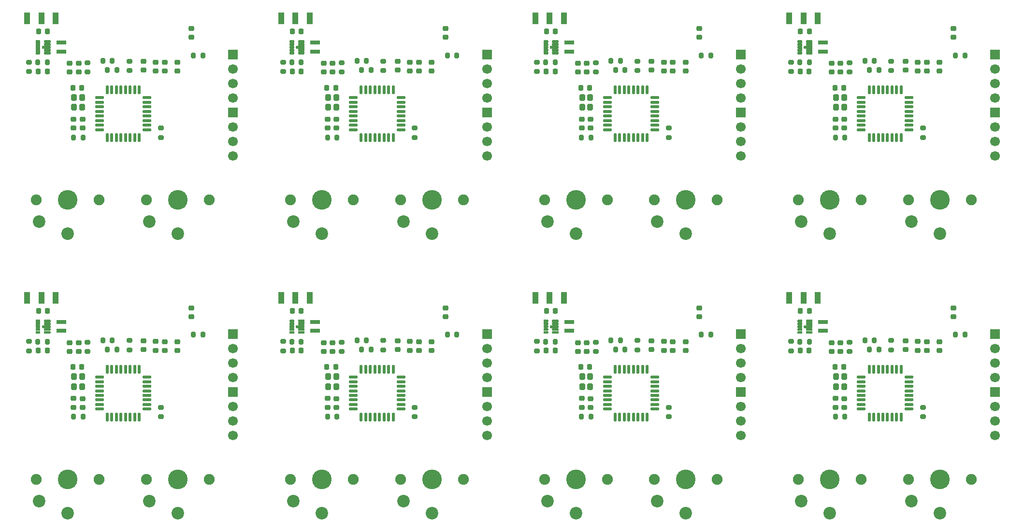
<source format=gbr>
%TF.GenerationSoftware,KiCad,Pcbnew,9.0.2*%
%TF.CreationDate,2025-05-31T14:25:58+01:00*%
%TF.ProjectId,Bongo-Cat-Fidget-Toy,426f6e67-6f2d-4436-9174-2d4669646765,rev?*%
%TF.SameCoordinates,Original*%
%TF.FileFunction,Soldermask,Top*%
%TF.FilePolarity,Negative*%
%FSLAX46Y46*%
G04 Gerber Fmt 4.6, Leading zero omitted, Abs format (unit mm)*
G04 Created by KiCad (PCBNEW 9.0.2) date 2025-05-31 14:25:58*
%MOMM*%
%LPD*%
G01*
G04 APERTURE LIST*
G04 Aperture macros list*
%AMRoundRect*
0 Rectangle with rounded corners*
0 $1 Rounding radius*
0 $2 $3 $4 $5 $6 $7 $8 $9 X,Y pos of 4 corners*
0 Add a 4 corners polygon primitive as box body*
4,1,4,$2,$3,$4,$5,$6,$7,$8,$9,$2,$3,0*
0 Add four circle primitives for the rounded corners*
1,1,$1+$1,$2,$3*
1,1,$1+$1,$4,$5*
1,1,$1+$1,$6,$7*
1,1,$1+$1,$8,$9*
0 Add four rect primitives between the rounded corners*
20,1,$1+$1,$2,$3,$4,$5,0*
20,1,$1+$1,$4,$5,$6,$7,0*
20,1,$1+$1,$6,$7,$8,$9,0*
20,1,$1+$1,$8,$9,$2,$3,0*%
G04 Aperture macros list end*
%ADD10C,0.010000*%
%ADD11RoundRect,0.225000X0.250000X-0.225000X0.250000X0.225000X-0.250000X0.225000X-0.250000X-0.225000X0*%
%ADD12RoundRect,0.225000X0.225000X0.250000X-0.225000X0.250000X-0.225000X-0.250000X0.225000X-0.250000X0*%
%ADD13R,1.700000X0.800000*%
%ADD14RoundRect,0.200000X0.275000X-0.200000X0.275000X0.200000X-0.275000X0.200000X-0.275000X-0.200000X0*%
%ADD15R,1.700000X1.700000*%
%ADD16C,1.700000*%
%ADD17RoundRect,0.200000X-0.275000X0.200000X-0.275000X-0.200000X0.275000X-0.200000X0.275000X0.200000X0*%
%ADD18RoundRect,0.200000X0.200000X0.275000X-0.200000X0.275000X-0.200000X-0.275000X0.200000X-0.275000X0*%
%ADD19RoundRect,0.200000X-0.200000X-0.275000X0.200000X-0.275000X0.200000X0.275000X-0.200000X0.275000X0*%
%ADD20R,1.000000X2.000000*%
%ADD21C,1.900000*%
%ADD22C,3.450000*%
%ADD23C,2.200000*%
%ADD24RoundRect,0.225000X-0.225000X-0.250000X0.225000X-0.250000X0.225000X0.250000X-0.225000X0.250000X0*%
%ADD25RoundRect,0.250000X-0.250000X0.325000X-0.250000X-0.325000X0.250000X-0.325000X0.250000X0.325000X0*%
%ADD26RoundRect,0.225000X-0.250000X0.225000X-0.250000X-0.225000X0.250000X-0.225000X0.250000X0.225000X0*%
%ADD27RoundRect,0.125000X-0.625000X-0.125000X0.625000X-0.125000X0.625000X0.125000X-0.625000X0.125000X0*%
%ADD28RoundRect,0.125000X-0.125000X-0.625000X0.125000X-0.625000X0.125000X0.625000X-0.125000X0.625000X0*%
G04 APERTURE END LIST*
D10*
%TO.C,U101*%
X200700500Y-36981500D02*
X200706500Y-36981500D01*
X200712500Y-36983500D01*
X200718500Y-36984500D01*
X200724500Y-36986500D01*
X200730500Y-36988500D01*
X200736500Y-36990500D01*
X200741500Y-36993500D01*
X200747500Y-36996500D01*
X200752500Y-36999500D01*
X200758500Y-37003500D01*
X200763500Y-37007500D01*
X200767500Y-37011500D01*
X200772500Y-37015500D01*
X200776500Y-37020500D01*
X200780500Y-37024500D01*
X200784500Y-37029500D01*
X200788500Y-37035500D01*
X200791500Y-37040500D01*
X200794500Y-37046500D01*
X200797500Y-37051500D01*
X200799500Y-37057500D01*
X200801500Y-37063500D01*
X200803500Y-37069500D01*
X200804500Y-37075500D01*
X200806500Y-37081500D01*
X200806500Y-37087500D01*
X200807500Y-37094500D01*
X200807500Y-37100500D01*
X200807500Y-37250500D01*
X200807500Y-37256500D01*
X200806500Y-37263500D01*
X200806500Y-37269500D01*
X200804500Y-37275500D01*
X200803500Y-37281500D01*
X200801500Y-37287500D01*
X200799500Y-37293500D01*
X200797500Y-37299500D01*
X200794500Y-37304500D01*
X200791500Y-37310500D01*
X200788500Y-37315500D01*
X200784500Y-37321500D01*
X200780500Y-37326500D01*
X200776500Y-37330500D01*
X200772500Y-37335500D01*
X200767500Y-37339500D01*
X200763500Y-37343500D01*
X200758500Y-37347500D01*
X200752500Y-37351500D01*
X200747500Y-37354500D01*
X200741500Y-37357500D01*
X200736500Y-37360500D01*
X200730500Y-37362500D01*
X200724500Y-37364500D01*
X200718500Y-37366500D01*
X200712500Y-37367500D01*
X200706500Y-37369500D01*
X200700500Y-37369500D01*
X200693500Y-37370500D01*
X200687500Y-37370500D01*
X200187500Y-37370500D01*
X200181500Y-37370500D01*
X200174500Y-37369500D01*
X200168500Y-37369500D01*
X200162500Y-37367500D01*
X200156500Y-37366500D01*
X200150500Y-37364500D01*
X200144500Y-37362500D01*
X200138500Y-37360500D01*
X200133500Y-37357500D01*
X200127500Y-37354500D01*
X200122500Y-37351500D01*
X200116500Y-37347500D01*
X200111500Y-37343500D01*
X200107500Y-37339500D01*
X200102500Y-37335500D01*
X200098500Y-37330500D01*
X200094500Y-37326500D01*
X200090500Y-37321500D01*
X200086500Y-37315500D01*
X200083500Y-37310500D01*
X200080500Y-37304500D01*
X200077500Y-37299500D01*
X200075500Y-37293500D01*
X200073500Y-37287500D01*
X200071500Y-37281500D01*
X200070500Y-37275500D01*
X200068500Y-37269500D01*
X200068500Y-37263500D01*
X200067500Y-37256500D01*
X200067500Y-37250500D01*
X200067500Y-37100500D01*
X200067500Y-37094500D01*
X200068500Y-37087500D01*
X200068500Y-37081500D01*
X200070500Y-37075500D01*
X200071500Y-37069500D01*
X200073500Y-37063500D01*
X200075500Y-37057500D01*
X200077500Y-37051500D01*
X200080500Y-37046500D01*
X200083500Y-37040500D01*
X200086500Y-37035500D01*
X200090500Y-37029500D01*
X200094500Y-37024500D01*
X200098500Y-37020500D01*
X200102500Y-37015500D01*
X200107500Y-37011500D01*
X200111500Y-37007500D01*
X200116500Y-37003500D01*
X200122500Y-36999500D01*
X200127500Y-36996500D01*
X200133500Y-36993500D01*
X200138500Y-36990500D01*
X200144500Y-36988500D01*
X200150500Y-36986500D01*
X200156500Y-36984500D01*
X200162500Y-36983500D01*
X200168500Y-36981500D01*
X200174500Y-36981500D01*
X200181500Y-36980500D01*
X200187500Y-36980500D01*
X200687500Y-36980500D01*
X200693500Y-36980500D01*
X200700500Y-36981500D01*
G36*
X200700500Y-36981500D02*
G01*
X200706500Y-36981500D01*
X200712500Y-36983500D01*
X200718500Y-36984500D01*
X200724500Y-36986500D01*
X200730500Y-36988500D01*
X200736500Y-36990500D01*
X200741500Y-36993500D01*
X200747500Y-36996500D01*
X200752500Y-36999500D01*
X200758500Y-37003500D01*
X200763500Y-37007500D01*
X200767500Y-37011500D01*
X200772500Y-37015500D01*
X200776500Y-37020500D01*
X200780500Y-37024500D01*
X200784500Y-37029500D01*
X200788500Y-37035500D01*
X200791500Y-37040500D01*
X200794500Y-37046500D01*
X200797500Y-37051500D01*
X200799500Y-37057500D01*
X200801500Y-37063500D01*
X200803500Y-37069500D01*
X200804500Y-37075500D01*
X200806500Y-37081500D01*
X200806500Y-37087500D01*
X200807500Y-37094500D01*
X200807500Y-37100500D01*
X200807500Y-37250500D01*
X200807500Y-37256500D01*
X200806500Y-37263500D01*
X200806500Y-37269500D01*
X200804500Y-37275500D01*
X200803500Y-37281500D01*
X200801500Y-37287500D01*
X200799500Y-37293500D01*
X200797500Y-37299500D01*
X200794500Y-37304500D01*
X200791500Y-37310500D01*
X200788500Y-37315500D01*
X200784500Y-37321500D01*
X200780500Y-37326500D01*
X200776500Y-37330500D01*
X200772500Y-37335500D01*
X200767500Y-37339500D01*
X200763500Y-37343500D01*
X200758500Y-37347500D01*
X200752500Y-37351500D01*
X200747500Y-37354500D01*
X200741500Y-37357500D01*
X200736500Y-37360500D01*
X200730500Y-37362500D01*
X200724500Y-37364500D01*
X200718500Y-37366500D01*
X200712500Y-37367500D01*
X200706500Y-37369500D01*
X200700500Y-37369500D01*
X200693500Y-37370500D01*
X200687500Y-37370500D01*
X200187500Y-37370500D01*
X200181500Y-37370500D01*
X200174500Y-37369500D01*
X200168500Y-37369500D01*
X200162500Y-37367500D01*
X200156500Y-37366500D01*
X200150500Y-37364500D01*
X200144500Y-37362500D01*
X200138500Y-37360500D01*
X200133500Y-37357500D01*
X200127500Y-37354500D01*
X200122500Y-37351500D01*
X200116500Y-37347500D01*
X200111500Y-37343500D01*
X200107500Y-37339500D01*
X200102500Y-37335500D01*
X200098500Y-37330500D01*
X200094500Y-37326500D01*
X200090500Y-37321500D01*
X200086500Y-37315500D01*
X200083500Y-37310500D01*
X200080500Y-37304500D01*
X200077500Y-37299500D01*
X200075500Y-37293500D01*
X200073500Y-37287500D01*
X200071500Y-37281500D01*
X200070500Y-37275500D01*
X200068500Y-37269500D01*
X200068500Y-37263500D01*
X200067500Y-37256500D01*
X200067500Y-37250500D01*
X200067500Y-37100500D01*
X200067500Y-37094500D01*
X200068500Y-37087500D01*
X200068500Y-37081500D01*
X200070500Y-37075500D01*
X200071500Y-37069500D01*
X200073500Y-37063500D01*
X200075500Y-37057500D01*
X200077500Y-37051500D01*
X200080500Y-37046500D01*
X200083500Y-37040500D01*
X200086500Y-37035500D01*
X200090500Y-37029500D01*
X200094500Y-37024500D01*
X200098500Y-37020500D01*
X200102500Y-37015500D01*
X200107500Y-37011500D01*
X200111500Y-37007500D01*
X200116500Y-37003500D01*
X200122500Y-36999500D01*
X200127500Y-36996500D01*
X200133500Y-36993500D01*
X200138500Y-36990500D01*
X200144500Y-36988500D01*
X200150500Y-36986500D01*
X200156500Y-36984500D01*
X200162500Y-36983500D01*
X200168500Y-36981500D01*
X200174500Y-36981500D01*
X200181500Y-36980500D01*
X200187500Y-36980500D01*
X200687500Y-36980500D01*
X200693500Y-36980500D01*
X200700500Y-36981500D01*
G37*
X200700500Y-37481500D02*
X200706500Y-37481500D01*
X200712500Y-37483500D01*
X200718500Y-37484500D01*
X200724500Y-37486500D01*
X200730500Y-37488500D01*
X200736500Y-37490500D01*
X200741500Y-37493500D01*
X200747500Y-37496500D01*
X200752500Y-37499500D01*
X200758500Y-37503500D01*
X200763500Y-37507500D01*
X200767500Y-37511500D01*
X200772500Y-37515500D01*
X200776500Y-37520500D01*
X200780500Y-37524500D01*
X200784500Y-37529500D01*
X200788500Y-37535500D01*
X200791500Y-37540500D01*
X200794500Y-37546500D01*
X200797500Y-37551500D01*
X200799500Y-37557500D01*
X200801500Y-37563500D01*
X200803500Y-37569500D01*
X200804500Y-37575500D01*
X200806500Y-37581500D01*
X200806500Y-37587500D01*
X200807500Y-37594500D01*
X200807500Y-37600500D01*
X200807500Y-37750500D01*
X200807500Y-37756500D01*
X200806500Y-37763500D01*
X200806500Y-37769500D01*
X200804500Y-37775500D01*
X200803500Y-37781500D01*
X200801500Y-37787500D01*
X200799500Y-37793500D01*
X200797500Y-37799500D01*
X200794500Y-37804500D01*
X200791500Y-37810500D01*
X200788500Y-37815500D01*
X200784500Y-37821500D01*
X200780500Y-37826500D01*
X200776500Y-37830500D01*
X200772500Y-37835500D01*
X200767500Y-37839500D01*
X200763500Y-37843500D01*
X200758500Y-37847500D01*
X200752500Y-37851500D01*
X200747500Y-37854500D01*
X200741500Y-37857500D01*
X200736500Y-37860500D01*
X200730500Y-37862500D01*
X200724500Y-37864500D01*
X200718500Y-37866500D01*
X200712500Y-37867500D01*
X200706500Y-37869500D01*
X200700500Y-37869500D01*
X200693500Y-37870500D01*
X200687500Y-37870500D01*
X200187500Y-37870500D01*
X200181500Y-37870500D01*
X200174500Y-37869500D01*
X200168500Y-37869500D01*
X200162500Y-37867500D01*
X200156500Y-37866500D01*
X200150500Y-37864500D01*
X200144500Y-37862500D01*
X200138500Y-37860500D01*
X200133500Y-37857500D01*
X200127500Y-37854500D01*
X200122500Y-37851500D01*
X200116500Y-37847500D01*
X200111500Y-37843500D01*
X200107500Y-37839500D01*
X200102500Y-37835500D01*
X200098500Y-37830500D01*
X200094500Y-37826500D01*
X200090500Y-37821500D01*
X200086500Y-37815500D01*
X200083500Y-37810500D01*
X200080500Y-37804500D01*
X200077500Y-37799500D01*
X200075500Y-37793500D01*
X200073500Y-37787500D01*
X200071500Y-37781500D01*
X200070500Y-37775500D01*
X200068500Y-37769500D01*
X200068500Y-37763500D01*
X200067500Y-37756500D01*
X200067500Y-37750500D01*
X200067500Y-37600500D01*
X200067500Y-37594500D01*
X200068500Y-37587500D01*
X200068500Y-37581500D01*
X200070500Y-37575500D01*
X200071500Y-37569500D01*
X200073500Y-37563500D01*
X200075500Y-37557500D01*
X200077500Y-37551500D01*
X200080500Y-37546500D01*
X200083500Y-37540500D01*
X200086500Y-37535500D01*
X200090500Y-37529500D01*
X200094500Y-37524500D01*
X200098500Y-37520500D01*
X200102500Y-37515500D01*
X200107500Y-37511500D01*
X200111500Y-37507500D01*
X200116500Y-37503500D01*
X200122500Y-37499500D01*
X200127500Y-37496500D01*
X200133500Y-37493500D01*
X200138500Y-37490500D01*
X200144500Y-37488500D01*
X200150500Y-37486500D01*
X200156500Y-37484500D01*
X200162500Y-37483500D01*
X200168500Y-37481500D01*
X200174500Y-37481500D01*
X200181500Y-37480500D01*
X200187500Y-37480500D01*
X200687500Y-37480500D01*
X200693500Y-37480500D01*
X200700500Y-37481500D01*
G36*
X200700500Y-37481500D02*
G01*
X200706500Y-37481500D01*
X200712500Y-37483500D01*
X200718500Y-37484500D01*
X200724500Y-37486500D01*
X200730500Y-37488500D01*
X200736500Y-37490500D01*
X200741500Y-37493500D01*
X200747500Y-37496500D01*
X200752500Y-37499500D01*
X200758500Y-37503500D01*
X200763500Y-37507500D01*
X200767500Y-37511500D01*
X200772500Y-37515500D01*
X200776500Y-37520500D01*
X200780500Y-37524500D01*
X200784500Y-37529500D01*
X200788500Y-37535500D01*
X200791500Y-37540500D01*
X200794500Y-37546500D01*
X200797500Y-37551500D01*
X200799500Y-37557500D01*
X200801500Y-37563500D01*
X200803500Y-37569500D01*
X200804500Y-37575500D01*
X200806500Y-37581500D01*
X200806500Y-37587500D01*
X200807500Y-37594500D01*
X200807500Y-37600500D01*
X200807500Y-37750500D01*
X200807500Y-37756500D01*
X200806500Y-37763500D01*
X200806500Y-37769500D01*
X200804500Y-37775500D01*
X200803500Y-37781500D01*
X200801500Y-37787500D01*
X200799500Y-37793500D01*
X200797500Y-37799500D01*
X200794500Y-37804500D01*
X200791500Y-37810500D01*
X200788500Y-37815500D01*
X200784500Y-37821500D01*
X200780500Y-37826500D01*
X200776500Y-37830500D01*
X200772500Y-37835500D01*
X200767500Y-37839500D01*
X200763500Y-37843500D01*
X200758500Y-37847500D01*
X200752500Y-37851500D01*
X200747500Y-37854500D01*
X200741500Y-37857500D01*
X200736500Y-37860500D01*
X200730500Y-37862500D01*
X200724500Y-37864500D01*
X200718500Y-37866500D01*
X200712500Y-37867500D01*
X200706500Y-37869500D01*
X200700500Y-37869500D01*
X200693500Y-37870500D01*
X200687500Y-37870500D01*
X200187500Y-37870500D01*
X200181500Y-37870500D01*
X200174500Y-37869500D01*
X200168500Y-37869500D01*
X200162500Y-37867500D01*
X200156500Y-37866500D01*
X200150500Y-37864500D01*
X200144500Y-37862500D01*
X200138500Y-37860500D01*
X200133500Y-37857500D01*
X200127500Y-37854500D01*
X200122500Y-37851500D01*
X200116500Y-37847500D01*
X200111500Y-37843500D01*
X200107500Y-37839500D01*
X200102500Y-37835500D01*
X200098500Y-37830500D01*
X200094500Y-37826500D01*
X200090500Y-37821500D01*
X200086500Y-37815500D01*
X200083500Y-37810500D01*
X200080500Y-37804500D01*
X200077500Y-37799500D01*
X200075500Y-37793500D01*
X200073500Y-37787500D01*
X200071500Y-37781500D01*
X200070500Y-37775500D01*
X200068500Y-37769500D01*
X200068500Y-37763500D01*
X200067500Y-37756500D01*
X200067500Y-37750500D01*
X200067500Y-37600500D01*
X200067500Y-37594500D01*
X200068500Y-37587500D01*
X200068500Y-37581500D01*
X200070500Y-37575500D01*
X200071500Y-37569500D01*
X200073500Y-37563500D01*
X200075500Y-37557500D01*
X200077500Y-37551500D01*
X200080500Y-37546500D01*
X200083500Y-37540500D01*
X200086500Y-37535500D01*
X200090500Y-37529500D01*
X200094500Y-37524500D01*
X200098500Y-37520500D01*
X200102500Y-37515500D01*
X200107500Y-37511500D01*
X200111500Y-37507500D01*
X200116500Y-37503500D01*
X200122500Y-37499500D01*
X200127500Y-37496500D01*
X200133500Y-37493500D01*
X200138500Y-37490500D01*
X200144500Y-37488500D01*
X200150500Y-37486500D01*
X200156500Y-37484500D01*
X200162500Y-37483500D01*
X200168500Y-37481500D01*
X200174500Y-37481500D01*
X200181500Y-37480500D01*
X200187500Y-37480500D01*
X200687500Y-37480500D01*
X200693500Y-37480500D01*
X200700500Y-37481500D01*
G37*
X200700500Y-37981500D02*
X200706500Y-37981500D01*
X200712500Y-37983500D01*
X200718500Y-37984500D01*
X200724500Y-37986500D01*
X200730500Y-37988500D01*
X200736500Y-37990500D01*
X200741500Y-37993500D01*
X200747500Y-37996500D01*
X200752500Y-37999500D01*
X200758500Y-38003500D01*
X200763500Y-38007500D01*
X200767500Y-38011500D01*
X200772500Y-38015500D01*
X200776500Y-38020500D01*
X200780500Y-38024500D01*
X200784500Y-38029500D01*
X200788500Y-38035500D01*
X200791500Y-38040500D01*
X200794500Y-38046500D01*
X200797500Y-38051500D01*
X200799500Y-38057500D01*
X200801500Y-38063500D01*
X200803500Y-38069500D01*
X200804500Y-38075500D01*
X200806500Y-38081500D01*
X200806500Y-38087500D01*
X200807500Y-38094500D01*
X200807500Y-38100500D01*
X200807500Y-38250500D01*
X200807500Y-38256500D01*
X200806500Y-38263500D01*
X200806500Y-38269500D01*
X200804500Y-38275500D01*
X200803500Y-38281500D01*
X200801500Y-38287500D01*
X200799500Y-38293500D01*
X200797500Y-38299500D01*
X200794500Y-38304500D01*
X200791500Y-38310500D01*
X200788500Y-38315500D01*
X200784500Y-38321500D01*
X200780500Y-38326500D01*
X200776500Y-38330500D01*
X200772500Y-38335500D01*
X200767500Y-38339500D01*
X200763500Y-38343500D01*
X200758500Y-38347500D01*
X200752500Y-38351500D01*
X200747500Y-38354500D01*
X200741500Y-38357500D01*
X200736500Y-38360500D01*
X200730500Y-38362500D01*
X200724500Y-38364500D01*
X200718500Y-38366500D01*
X200712500Y-38367500D01*
X200706500Y-38369500D01*
X200700500Y-38369500D01*
X200693500Y-38370500D01*
X200687500Y-38370500D01*
X200187500Y-38370500D01*
X200181500Y-38370500D01*
X200174500Y-38369500D01*
X200168500Y-38369500D01*
X200162500Y-38367500D01*
X200156500Y-38366500D01*
X200150500Y-38364500D01*
X200144500Y-38362500D01*
X200138500Y-38360500D01*
X200133500Y-38357500D01*
X200127500Y-38354500D01*
X200122500Y-38351500D01*
X200116500Y-38347500D01*
X200111500Y-38343500D01*
X200107500Y-38339500D01*
X200102500Y-38335500D01*
X200098500Y-38330500D01*
X200094500Y-38326500D01*
X200090500Y-38321500D01*
X200086500Y-38315500D01*
X200083500Y-38310500D01*
X200080500Y-38304500D01*
X200077500Y-38299500D01*
X200075500Y-38293500D01*
X200073500Y-38287500D01*
X200071500Y-38281500D01*
X200070500Y-38275500D01*
X200068500Y-38269500D01*
X200068500Y-38263500D01*
X200067500Y-38256500D01*
X200067500Y-38250500D01*
X200067500Y-38100500D01*
X200067500Y-38094500D01*
X200068500Y-38087500D01*
X200068500Y-38081500D01*
X200070500Y-38075500D01*
X200071500Y-38069500D01*
X200073500Y-38063500D01*
X200075500Y-38057500D01*
X200077500Y-38051500D01*
X200080500Y-38046500D01*
X200083500Y-38040500D01*
X200086500Y-38035500D01*
X200090500Y-38029500D01*
X200094500Y-38024500D01*
X200098500Y-38020500D01*
X200102500Y-38015500D01*
X200107500Y-38011500D01*
X200111500Y-38007500D01*
X200116500Y-38003500D01*
X200122500Y-37999500D01*
X200127500Y-37996500D01*
X200133500Y-37993500D01*
X200138500Y-37990500D01*
X200144500Y-37988500D01*
X200150500Y-37986500D01*
X200156500Y-37984500D01*
X200162500Y-37983500D01*
X200168500Y-37981500D01*
X200174500Y-37981500D01*
X200181500Y-37980500D01*
X200187500Y-37980500D01*
X200687500Y-37980500D01*
X200693500Y-37980500D01*
X200700500Y-37981500D01*
G36*
X200700500Y-37981500D02*
G01*
X200706500Y-37981500D01*
X200712500Y-37983500D01*
X200718500Y-37984500D01*
X200724500Y-37986500D01*
X200730500Y-37988500D01*
X200736500Y-37990500D01*
X200741500Y-37993500D01*
X200747500Y-37996500D01*
X200752500Y-37999500D01*
X200758500Y-38003500D01*
X200763500Y-38007500D01*
X200767500Y-38011500D01*
X200772500Y-38015500D01*
X200776500Y-38020500D01*
X200780500Y-38024500D01*
X200784500Y-38029500D01*
X200788500Y-38035500D01*
X200791500Y-38040500D01*
X200794500Y-38046500D01*
X200797500Y-38051500D01*
X200799500Y-38057500D01*
X200801500Y-38063500D01*
X200803500Y-38069500D01*
X200804500Y-38075500D01*
X200806500Y-38081500D01*
X200806500Y-38087500D01*
X200807500Y-38094500D01*
X200807500Y-38100500D01*
X200807500Y-38250500D01*
X200807500Y-38256500D01*
X200806500Y-38263500D01*
X200806500Y-38269500D01*
X200804500Y-38275500D01*
X200803500Y-38281500D01*
X200801500Y-38287500D01*
X200799500Y-38293500D01*
X200797500Y-38299500D01*
X200794500Y-38304500D01*
X200791500Y-38310500D01*
X200788500Y-38315500D01*
X200784500Y-38321500D01*
X200780500Y-38326500D01*
X200776500Y-38330500D01*
X200772500Y-38335500D01*
X200767500Y-38339500D01*
X200763500Y-38343500D01*
X200758500Y-38347500D01*
X200752500Y-38351500D01*
X200747500Y-38354500D01*
X200741500Y-38357500D01*
X200736500Y-38360500D01*
X200730500Y-38362500D01*
X200724500Y-38364500D01*
X200718500Y-38366500D01*
X200712500Y-38367500D01*
X200706500Y-38369500D01*
X200700500Y-38369500D01*
X200693500Y-38370500D01*
X200687500Y-38370500D01*
X200187500Y-38370500D01*
X200181500Y-38370500D01*
X200174500Y-38369500D01*
X200168500Y-38369500D01*
X200162500Y-38367500D01*
X200156500Y-38366500D01*
X200150500Y-38364500D01*
X200144500Y-38362500D01*
X200138500Y-38360500D01*
X200133500Y-38357500D01*
X200127500Y-38354500D01*
X200122500Y-38351500D01*
X200116500Y-38347500D01*
X200111500Y-38343500D01*
X200107500Y-38339500D01*
X200102500Y-38335500D01*
X200098500Y-38330500D01*
X200094500Y-38326500D01*
X200090500Y-38321500D01*
X200086500Y-38315500D01*
X200083500Y-38310500D01*
X200080500Y-38304500D01*
X200077500Y-38299500D01*
X200075500Y-38293500D01*
X200073500Y-38287500D01*
X200071500Y-38281500D01*
X200070500Y-38275500D01*
X200068500Y-38269500D01*
X200068500Y-38263500D01*
X200067500Y-38256500D01*
X200067500Y-38250500D01*
X200067500Y-38100500D01*
X200067500Y-38094500D01*
X200068500Y-38087500D01*
X200068500Y-38081500D01*
X200070500Y-38075500D01*
X200071500Y-38069500D01*
X200073500Y-38063500D01*
X200075500Y-38057500D01*
X200077500Y-38051500D01*
X200080500Y-38046500D01*
X200083500Y-38040500D01*
X200086500Y-38035500D01*
X200090500Y-38029500D01*
X200094500Y-38024500D01*
X200098500Y-38020500D01*
X200102500Y-38015500D01*
X200107500Y-38011500D01*
X200111500Y-38007500D01*
X200116500Y-38003500D01*
X200122500Y-37999500D01*
X200127500Y-37996500D01*
X200133500Y-37993500D01*
X200138500Y-37990500D01*
X200144500Y-37988500D01*
X200150500Y-37986500D01*
X200156500Y-37984500D01*
X200162500Y-37983500D01*
X200168500Y-37981500D01*
X200174500Y-37981500D01*
X200181500Y-37980500D01*
X200187500Y-37980500D01*
X200687500Y-37980500D01*
X200693500Y-37980500D01*
X200700500Y-37981500D01*
G37*
X200700500Y-38481500D02*
X200706500Y-38481500D01*
X200712500Y-38483500D01*
X200718500Y-38484500D01*
X200724500Y-38486500D01*
X200730500Y-38488500D01*
X200736500Y-38490500D01*
X200741500Y-38493500D01*
X200747500Y-38496500D01*
X200752500Y-38499500D01*
X200758500Y-38503500D01*
X200763500Y-38507500D01*
X200767500Y-38511500D01*
X200772500Y-38515500D01*
X200776500Y-38520500D01*
X200780500Y-38524500D01*
X200784500Y-38529500D01*
X200788500Y-38535500D01*
X200791500Y-38540500D01*
X200794500Y-38546500D01*
X200797500Y-38551500D01*
X200799500Y-38557500D01*
X200801500Y-38563500D01*
X200803500Y-38569500D01*
X200804500Y-38575500D01*
X200806500Y-38581500D01*
X200806500Y-38587500D01*
X200807500Y-38594500D01*
X200807500Y-38600500D01*
X200807500Y-38750500D01*
X200807500Y-38756500D01*
X200806500Y-38763500D01*
X200806500Y-38769500D01*
X200804500Y-38775500D01*
X200803500Y-38781500D01*
X200801500Y-38787500D01*
X200799500Y-38793500D01*
X200797500Y-38799500D01*
X200794500Y-38804500D01*
X200791500Y-38810500D01*
X200788500Y-38815500D01*
X200784500Y-38821500D01*
X200780500Y-38826500D01*
X200776500Y-38830500D01*
X200772500Y-38835500D01*
X200767500Y-38839500D01*
X200763500Y-38843500D01*
X200758500Y-38847500D01*
X200752500Y-38851500D01*
X200747500Y-38854500D01*
X200741500Y-38857500D01*
X200736500Y-38860500D01*
X200730500Y-38862500D01*
X200724500Y-38864500D01*
X200718500Y-38866500D01*
X200712500Y-38867500D01*
X200706500Y-38869500D01*
X200700500Y-38869500D01*
X200693500Y-38870500D01*
X200687500Y-38870500D01*
X200187500Y-38870500D01*
X200181500Y-38870500D01*
X200174500Y-38869500D01*
X200168500Y-38869500D01*
X200162500Y-38867500D01*
X200156500Y-38866500D01*
X200150500Y-38864500D01*
X200144500Y-38862500D01*
X200138500Y-38860500D01*
X200133500Y-38857500D01*
X200127500Y-38854500D01*
X200122500Y-38851500D01*
X200116500Y-38847500D01*
X200111500Y-38843500D01*
X200107500Y-38839500D01*
X200102500Y-38835500D01*
X200098500Y-38830500D01*
X200094500Y-38826500D01*
X200090500Y-38821500D01*
X200086500Y-38815500D01*
X200083500Y-38810500D01*
X200080500Y-38804500D01*
X200077500Y-38799500D01*
X200075500Y-38793500D01*
X200073500Y-38787500D01*
X200071500Y-38781500D01*
X200070500Y-38775500D01*
X200068500Y-38769500D01*
X200068500Y-38763500D01*
X200067500Y-38756500D01*
X200067500Y-38750500D01*
X200067500Y-38600500D01*
X200067500Y-38594500D01*
X200068500Y-38587500D01*
X200068500Y-38581500D01*
X200070500Y-38575500D01*
X200071500Y-38569500D01*
X200073500Y-38563500D01*
X200075500Y-38557500D01*
X200077500Y-38551500D01*
X200080500Y-38546500D01*
X200083500Y-38540500D01*
X200086500Y-38535500D01*
X200090500Y-38529500D01*
X200094500Y-38524500D01*
X200098500Y-38520500D01*
X200102500Y-38515500D01*
X200107500Y-38511500D01*
X200111500Y-38507500D01*
X200116500Y-38503500D01*
X200122500Y-38499500D01*
X200127500Y-38496500D01*
X200133500Y-38493500D01*
X200138500Y-38490500D01*
X200144500Y-38488500D01*
X200150500Y-38486500D01*
X200156500Y-38484500D01*
X200162500Y-38483500D01*
X200168500Y-38481500D01*
X200174500Y-38481500D01*
X200181500Y-38480500D01*
X200187500Y-38480500D01*
X200687500Y-38480500D01*
X200693500Y-38480500D01*
X200700500Y-38481500D01*
G36*
X200700500Y-38481500D02*
G01*
X200706500Y-38481500D01*
X200712500Y-38483500D01*
X200718500Y-38484500D01*
X200724500Y-38486500D01*
X200730500Y-38488500D01*
X200736500Y-38490500D01*
X200741500Y-38493500D01*
X200747500Y-38496500D01*
X200752500Y-38499500D01*
X200758500Y-38503500D01*
X200763500Y-38507500D01*
X200767500Y-38511500D01*
X200772500Y-38515500D01*
X200776500Y-38520500D01*
X200780500Y-38524500D01*
X200784500Y-38529500D01*
X200788500Y-38535500D01*
X200791500Y-38540500D01*
X200794500Y-38546500D01*
X200797500Y-38551500D01*
X200799500Y-38557500D01*
X200801500Y-38563500D01*
X200803500Y-38569500D01*
X200804500Y-38575500D01*
X200806500Y-38581500D01*
X200806500Y-38587500D01*
X200807500Y-38594500D01*
X200807500Y-38600500D01*
X200807500Y-38750500D01*
X200807500Y-38756500D01*
X200806500Y-38763500D01*
X200806500Y-38769500D01*
X200804500Y-38775500D01*
X200803500Y-38781500D01*
X200801500Y-38787500D01*
X200799500Y-38793500D01*
X200797500Y-38799500D01*
X200794500Y-38804500D01*
X200791500Y-38810500D01*
X200788500Y-38815500D01*
X200784500Y-38821500D01*
X200780500Y-38826500D01*
X200776500Y-38830500D01*
X200772500Y-38835500D01*
X200767500Y-38839500D01*
X200763500Y-38843500D01*
X200758500Y-38847500D01*
X200752500Y-38851500D01*
X200747500Y-38854500D01*
X200741500Y-38857500D01*
X200736500Y-38860500D01*
X200730500Y-38862500D01*
X200724500Y-38864500D01*
X200718500Y-38866500D01*
X200712500Y-38867500D01*
X200706500Y-38869500D01*
X200700500Y-38869500D01*
X200693500Y-38870500D01*
X200687500Y-38870500D01*
X200187500Y-38870500D01*
X200181500Y-38870500D01*
X200174500Y-38869500D01*
X200168500Y-38869500D01*
X200162500Y-38867500D01*
X200156500Y-38866500D01*
X200150500Y-38864500D01*
X200144500Y-38862500D01*
X200138500Y-38860500D01*
X200133500Y-38857500D01*
X200127500Y-38854500D01*
X200122500Y-38851500D01*
X200116500Y-38847500D01*
X200111500Y-38843500D01*
X200107500Y-38839500D01*
X200102500Y-38835500D01*
X200098500Y-38830500D01*
X200094500Y-38826500D01*
X200090500Y-38821500D01*
X200086500Y-38815500D01*
X200083500Y-38810500D01*
X200080500Y-38804500D01*
X200077500Y-38799500D01*
X200075500Y-38793500D01*
X200073500Y-38787500D01*
X200071500Y-38781500D01*
X200070500Y-38775500D01*
X200068500Y-38769500D01*
X200068500Y-38763500D01*
X200067500Y-38756500D01*
X200067500Y-38750500D01*
X200067500Y-38600500D01*
X200067500Y-38594500D01*
X200068500Y-38587500D01*
X200068500Y-38581500D01*
X200070500Y-38575500D01*
X200071500Y-38569500D01*
X200073500Y-38563500D01*
X200075500Y-38557500D01*
X200077500Y-38551500D01*
X200080500Y-38546500D01*
X200083500Y-38540500D01*
X200086500Y-38535500D01*
X200090500Y-38529500D01*
X200094500Y-38524500D01*
X200098500Y-38520500D01*
X200102500Y-38515500D01*
X200107500Y-38511500D01*
X200111500Y-38507500D01*
X200116500Y-38503500D01*
X200122500Y-38499500D01*
X200127500Y-38496500D01*
X200133500Y-38493500D01*
X200138500Y-38490500D01*
X200144500Y-38488500D01*
X200150500Y-38486500D01*
X200156500Y-38484500D01*
X200162500Y-38483500D01*
X200168500Y-38481500D01*
X200174500Y-38481500D01*
X200181500Y-38480500D01*
X200187500Y-38480500D01*
X200687500Y-38480500D01*
X200693500Y-38480500D01*
X200700500Y-38481500D01*
G37*
X200700500Y-38981500D02*
X200706500Y-38981500D01*
X200712500Y-38983500D01*
X200718500Y-38984500D01*
X200724500Y-38986500D01*
X200730500Y-38988500D01*
X200736500Y-38990500D01*
X200741500Y-38993500D01*
X200747500Y-38996500D01*
X200752500Y-38999500D01*
X200758500Y-39003500D01*
X200763500Y-39007500D01*
X200767500Y-39011500D01*
X200772500Y-39015500D01*
X200776500Y-39020500D01*
X200780500Y-39024500D01*
X200784500Y-39029500D01*
X200788500Y-39035500D01*
X200791500Y-39040500D01*
X200794500Y-39046500D01*
X200797500Y-39051500D01*
X200799500Y-39057500D01*
X200801500Y-39063500D01*
X200803500Y-39069500D01*
X200804500Y-39075500D01*
X200806500Y-39081500D01*
X200806500Y-39087500D01*
X200807500Y-39094500D01*
X200807500Y-39100500D01*
X200807500Y-39250500D01*
X200807500Y-39256500D01*
X200806500Y-39263500D01*
X200806500Y-39269500D01*
X200804500Y-39275500D01*
X200803500Y-39281500D01*
X200801500Y-39287500D01*
X200799500Y-39293500D01*
X200797500Y-39299500D01*
X200794500Y-39304500D01*
X200791500Y-39310500D01*
X200788500Y-39315500D01*
X200784500Y-39321500D01*
X200780500Y-39326500D01*
X200776500Y-39330500D01*
X200772500Y-39335500D01*
X200767500Y-39339500D01*
X200763500Y-39343500D01*
X200758500Y-39347500D01*
X200752500Y-39351500D01*
X200747500Y-39354500D01*
X200741500Y-39357500D01*
X200736500Y-39360500D01*
X200730500Y-39362500D01*
X200724500Y-39364500D01*
X200718500Y-39366500D01*
X200712500Y-39367500D01*
X200706500Y-39369500D01*
X200700500Y-39369500D01*
X200693500Y-39370500D01*
X200687500Y-39370500D01*
X200187500Y-39370500D01*
X200181500Y-39370500D01*
X200174500Y-39369500D01*
X200168500Y-39369500D01*
X200162500Y-39367500D01*
X200156500Y-39366500D01*
X200150500Y-39364500D01*
X200144500Y-39362500D01*
X200138500Y-39360500D01*
X200133500Y-39357500D01*
X200127500Y-39354500D01*
X200122500Y-39351500D01*
X200116500Y-39347500D01*
X200111500Y-39343500D01*
X200107500Y-39339500D01*
X200102500Y-39335500D01*
X200098500Y-39330500D01*
X200094500Y-39326500D01*
X200090500Y-39321500D01*
X200086500Y-39315500D01*
X200083500Y-39310500D01*
X200080500Y-39304500D01*
X200077500Y-39299500D01*
X200075500Y-39293500D01*
X200073500Y-39287500D01*
X200071500Y-39281500D01*
X200070500Y-39275500D01*
X200068500Y-39269500D01*
X200068500Y-39263500D01*
X200067500Y-39256500D01*
X200067500Y-39250500D01*
X200067500Y-39100500D01*
X200067500Y-39094500D01*
X200068500Y-39087500D01*
X200068500Y-39081500D01*
X200070500Y-39075500D01*
X200071500Y-39069500D01*
X200073500Y-39063500D01*
X200075500Y-39057500D01*
X200077500Y-39051500D01*
X200080500Y-39046500D01*
X200083500Y-39040500D01*
X200086500Y-39035500D01*
X200090500Y-39029500D01*
X200094500Y-39024500D01*
X200098500Y-39020500D01*
X200102500Y-39015500D01*
X200107500Y-39011500D01*
X200111500Y-39007500D01*
X200116500Y-39003500D01*
X200122500Y-38999500D01*
X200127500Y-38996500D01*
X200133500Y-38993500D01*
X200138500Y-38990500D01*
X200144500Y-38988500D01*
X200150500Y-38986500D01*
X200156500Y-38984500D01*
X200162500Y-38983500D01*
X200168500Y-38981500D01*
X200174500Y-38981500D01*
X200181500Y-38980500D01*
X200187500Y-38980500D01*
X200687500Y-38980500D01*
X200693500Y-38980500D01*
X200700500Y-38981500D01*
G36*
X200700500Y-38981500D02*
G01*
X200706500Y-38981500D01*
X200712500Y-38983500D01*
X200718500Y-38984500D01*
X200724500Y-38986500D01*
X200730500Y-38988500D01*
X200736500Y-38990500D01*
X200741500Y-38993500D01*
X200747500Y-38996500D01*
X200752500Y-38999500D01*
X200758500Y-39003500D01*
X200763500Y-39007500D01*
X200767500Y-39011500D01*
X200772500Y-39015500D01*
X200776500Y-39020500D01*
X200780500Y-39024500D01*
X200784500Y-39029500D01*
X200788500Y-39035500D01*
X200791500Y-39040500D01*
X200794500Y-39046500D01*
X200797500Y-39051500D01*
X200799500Y-39057500D01*
X200801500Y-39063500D01*
X200803500Y-39069500D01*
X200804500Y-39075500D01*
X200806500Y-39081500D01*
X200806500Y-39087500D01*
X200807500Y-39094500D01*
X200807500Y-39100500D01*
X200807500Y-39250500D01*
X200807500Y-39256500D01*
X200806500Y-39263500D01*
X200806500Y-39269500D01*
X200804500Y-39275500D01*
X200803500Y-39281500D01*
X200801500Y-39287500D01*
X200799500Y-39293500D01*
X200797500Y-39299500D01*
X200794500Y-39304500D01*
X200791500Y-39310500D01*
X200788500Y-39315500D01*
X200784500Y-39321500D01*
X200780500Y-39326500D01*
X200776500Y-39330500D01*
X200772500Y-39335500D01*
X200767500Y-39339500D01*
X200763500Y-39343500D01*
X200758500Y-39347500D01*
X200752500Y-39351500D01*
X200747500Y-39354500D01*
X200741500Y-39357500D01*
X200736500Y-39360500D01*
X200730500Y-39362500D01*
X200724500Y-39364500D01*
X200718500Y-39366500D01*
X200712500Y-39367500D01*
X200706500Y-39369500D01*
X200700500Y-39369500D01*
X200693500Y-39370500D01*
X200687500Y-39370500D01*
X200187500Y-39370500D01*
X200181500Y-39370500D01*
X200174500Y-39369500D01*
X200168500Y-39369500D01*
X200162500Y-39367500D01*
X200156500Y-39366500D01*
X200150500Y-39364500D01*
X200144500Y-39362500D01*
X200138500Y-39360500D01*
X200133500Y-39357500D01*
X200127500Y-39354500D01*
X200122500Y-39351500D01*
X200116500Y-39347500D01*
X200111500Y-39343500D01*
X200107500Y-39339500D01*
X200102500Y-39335500D01*
X200098500Y-39330500D01*
X200094500Y-39326500D01*
X200090500Y-39321500D01*
X200086500Y-39315500D01*
X200083500Y-39310500D01*
X200080500Y-39304500D01*
X200077500Y-39299500D01*
X200075500Y-39293500D01*
X200073500Y-39287500D01*
X200071500Y-39281500D01*
X200070500Y-39275500D01*
X200068500Y-39269500D01*
X200068500Y-39263500D01*
X200067500Y-39256500D01*
X200067500Y-39250500D01*
X200067500Y-39100500D01*
X200067500Y-39094500D01*
X200068500Y-39087500D01*
X200068500Y-39081500D01*
X200070500Y-39075500D01*
X200071500Y-39069500D01*
X200073500Y-39063500D01*
X200075500Y-39057500D01*
X200077500Y-39051500D01*
X200080500Y-39046500D01*
X200083500Y-39040500D01*
X200086500Y-39035500D01*
X200090500Y-39029500D01*
X200094500Y-39024500D01*
X200098500Y-39020500D01*
X200102500Y-39015500D01*
X200107500Y-39011500D01*
X200111500Y-39007500D01*
X200116500Y-39003500D01*
X200122500Y-38999500D01*
X200127500Y-38996500D01*
X200133500Y-38993500D01*
X200138500Y-38990500D01*
X200144500Y-38988500D01*
X200150500Y-38986500D01*
X200156500Y-38984500D01*
X200162500Y-38983500D01*
X200168500Y-38981500D01*
X200174500Y-38981500D01*
X200181500Y-38980500D01*
X200187500Y-38980500D01*
X200687500Y-38980500D01*
X200693500Y-38980500D01*
X200700500Y-38981500D01*
G37*
X202500500Y-36981500D02*
X202506500Y-36981500D01*
X202512500Y-36983500D01*
X202518500Y-36984500D01*
X202524500Y-36986500D01*
X202530500Y-36988500D01*
X202536500Y-36990500D01*
X202541500Y-36993500D01*
X202547500Y-36996500D01*
X202552500Y-36999500D01*
X202558500Y-37003500D01*
X202563500Y-37007500D01*
X202567500Y-37011500D01*
X202572500Y-37015500D01*
X202576500Y-37020500D01*
X202580500Y-37024500D01*
X202584500Y-37029500D01*
X202588500Y-37035500D01*
X202591500Y-37040500D01*
X202594500Y-37046500D01*
X202597500Y-37051500D01*
X202599500Y-37057500D01*
X202601500Y-37063500D01*
X202603500Y-37069500D01*
X202604500Y-37075500D01*
X202606500Y-37081500D01*
X202606500Y-37087500D01*
X202607500Y-37094500D01*
X202607500Y-37100500D01*
X202607500Y-37250500D01*
X202607500Y-37256500D01*
X202606500Y-37263500D01*
X202606500Y-37269500D01*
X202604500Y-37275500D01*
X202603500Y-37281500D01*
X202601500Y-37287500D01*
X202599500Y-37293500D01*
X202597500Y-37299500D01*
X202594500Y-37304500D01*
X202591500Y-37310500D01*
X202588500Y-37315500D01*
X202584500Y-37321500D01*
X202580500Y-37326500D01*
X202576500Y-37330500D01*
X202572500Y-37335500D01*
X202567500Y-37339500D01*
X202563500Y-37343500D01*
X202558500Y-37347500D01*
X202552500Y-37351500D01*
X202547500Y-37354500D01*
X202541500Y-37357500D01*
X202536500Y-37360500D01*
X202530500Y-37362500D01*
X202524500Y-37364500D01*
X202518500Y-37366500D01*
X202512500Y-37367500D01*
X202506500Y-37369500D01*
X202500500Y-37369500D01*
X202493500Y-37370500D01*
X202487500Y-37370500D01*
X201687500Y-37370500D01*
X201681500Y-37370500D01*
X201674500Y-37369500D01*
X201668500Y-37369500D01*
X201662500Y-37367500D01*
X201656500Y-37366500D01*
X201650500Y-37364500D01*
X201644500Y-37362500D01*
X201638500Y-37360500D01*
X201633500Y-37357500D01*
X201627500Y-37354500D01*
X201622500Y-37351500D01*
X201616500Y-37347500D01*
X201611500Y-37343500D01*
X201607500Y-37339500D01*
X201602500Y-37335500D01*
X201598500Y-37330500D01*
X201594500Y-37326500D01*
X201590500Y-37321500D01*
X201586500Y-37315500D01*
X201583500Y-37310500D01*
X201580500Y-37304500D01*
X201577500Y-37299500D01*
X201575500Y-37293500D01*
X201573500Y-37287500D01*
X201571500Y-37281500D01*
X201570500Y-37275500D01*
X201568500Y-37269500D01*
X201568500Y-37263500D01*
X201567500Y-37256500D01*
X201567500Y-37250500D01*
X201567500Y-37100500D01*
X201567500Y-37094500D01*
X201568500Y-37087500D01*
X201568500Y-37081500D01*
X201570500Y-37075500D01*
X201571500Y-37069500D01*
X201573500Y-37063500D01*
X201575500Y-37057500D01*
X201577500Y-37051500D01*
X201580500Y-37046500D01*
X201583500Y-37040500D01*
X201586500Y-37035500D01*
X201590500Y-37029500D01*
X201594500Y-37024500D01*
X201598500Y-37020500D01*
X201602500Y-37015500D01*
X201607500Y-37011500D01*
X201611500Y-37007500D01*
X201616500Y-37003500D01*
X201622500Y-36999500D01*
X201627500Y-36996500D01*
X201633500Y-36993500D01*
X201638500Y-36990500D01*
X201644500Y-36988500D01*
X201650500Y-36986500D01*
X201656500Y-36984500D01*
X201662500Y-36983500D01*
X201668500Y-36981500D01*
X201674500Y-36981500D01*
X201681500Y-36980500D01*
X201687500Y-36980500D01*
X202487500Y-36980500D01*
X202493500Y-36980500D01*
X202500500Y-36981500D01*
G36*
X202500500Y-36981500D02*
G01*
X202506500Y-36981500D01*
X202512500Y-36983500D01*
X202518500Y-36984500D01*
X202524500Y-36986500D01*
X202530500Y-36988500D01*
X202536500Y-36990500D01*
X202541500Y-36993500D01*
X202547500Y-36996500D01*
X202552500Y-36999500D01*
X202558500Y-37003500D01*
X202563500Y-37007500D01*
X202567500Y-37011500D01*
X202572500Y-37015500D01*
X202576500Y-37020500D01*
X202580500Y-37024500D01*
X202584500Y-37029500D01*
X202588500Y-37035500D01*
X202591500Y-37040500D01*
X202594500Y-37046500D01*
X202597500Y-37051500D01*
X202599500Y-37057500D01*
X202601500Y-37063500D01*
X202603500Y-37069500D01*
X202604500Y-37075500D01*
X202606500Y-37081500D01*
X202606500Y-37087500D01*
X202607500Y-37094500D01*
X202607500Y-37100500D01*
X202607500Y-37250500D01*
X202607500Y-37256500D01*
X202606500Y-37263500D01*
X202606500Y-37269500D01*
X202604500Y-37275500D01*
X202603500Y-37281500D01*
X202601500Y-37287500D01*
X202599500Y-37293500D01*
X202597500Y-37299500D01*
X202594500Y-37304500D01*
X202591500Y-37310500D01*
X202588500Y-37315500D01*
X202584500Y-37321500D01*
X202580500Y-37326500D01*
X202576500Y-37330500D01*
X202572500Y-37335500D01*
X202567500Y-37339500D01*
X202563500Y-37343500D01*
X202558500Y-37347500D01*
X202552500Y-37351500D01*
X202547500Y-37354500D01*
X202541500Y-37357500D01*
X202536500Y-37360500D01*
X202530500Y-37362500D01*
X202524500Y-37364500D01*
X202518500Y-37366500D01*
X202512500Y-37367500D01*
X202506500Y-37369500D01*
X202500500Y-37369500D01*
X202493500Y-37370500D01*
X202487500Y-37370500D01*
X201687500Y-37370500D01*
X201681500Y-37370500D01*
X201674500Y-37369500D01*
X201668500Y-37369500D01*
X201662500Y-37367500D01*
X201656500Y-37366500D01*
X201650500Y-37364500D01*
X201644500Y-37362500D01*
X201638500Y-37360500D01*
X201633500Y-37357500D01*
X201627500Y-37354500D01*
X201622500Y-37351500D01*
X201616500Y-37347500D01*
X201611500Y-37343500D01*
X201607500Y-37339500D01*
X201602500Y-37335500D01*
X201598500Y-37330500D01*
X201594500Y-37326500D01*
X201590500Y-37321500D01*
X201586500Y-37315500D01*
X201583500Y-37310500D01*
X201580500Y-37304500D01*
X201577500Y-37299500D01*
X201575500Y-37293500D01*
X201573500Y-37287500D01*
X201571500Y-37281500D01*
X201570500Y-37275500D01*
X201568500Y-37269500D01*
X201568500Y-37263500D01*
X201567500Y-37256500D01*
X201567500Y-37250500D01*
X201567500Y-37100500D01*
X201567500Y-37094500D01*
X201568500Y-37087500D01*
X201568500Y-37081500D01*
X201570500Y-37075500D01*
X201571500Y-37069500D01*
X201573500Y-37063500D01*
X201575500Y-37057500D01*
X201577500Y-37051500D01*
X201580500Y-37046500D01*
X201583500Y-37040500D01*
X201586500Y-37035500D01*
X201590500Y-37029500D01*
X201594500Y-37024500D01*
X201598500Y-37020500D01*
X201602500Y-37015500D01*
X201607500Y-37011500D01*
X201611500Y-37007500D01*
X201616500Y-37003500D01*
X201622500Y-36999500D01*
X201627500Y-36996500D01*
X201633500Y-36993500D01*
X201638500Y-36990500D01*
X201644500Y-36988500D01*
X201650500Y-36986500D01*
X201656500Y-36984500D01*
X201662500Y-36983500D01*
X201668500Y-36981500D01*
X201674500Y-36981500D01*
X201681500Y-36980500D01*
X201687500Y-36980500D01*
X202487500Y-36980500D01*
X202493500Y-36980500D01*
X202500500Y-36981500D01*
G37*
X202500500Y-37481500D02*
X202506500Y-37481500D01*
X202512500Y-37483500D01*
X202518500Y-37484500D01*
X202524500Y-37486500D01*
X202530500Y-37488500D01*
X202536500Y-37490500D01*
X202541500Y-37493500D01*
X202547500Y-37496500D01*
X202552500Y-37499500D01*
X202558500Y-37503500D01*
X202563500Y-37507500D01*
X202567500Y-37511500D01*
X202572500Y-37515500D01*
X202576500Y-37520500D01*
X202580500Y-37524500D01*
X202584500Y-37529500D01*
X202588500Y-37535500D01*
X202591500Y-37540500D01*
X202594500Y-37546500D01*
X202597500Y-37551500D01*
X202599500Y-37557500D01*
X202601500Y-37563500D01*
X202603500Y-37569500D01*
X202604500Y-37575500D01*
X202606500Y-37581500D01*
X202606500Y-37587500D01*
X202607500Y-37594500D01*
X202607500Y-37600500D01*
X202607500Y-37750500D01*
X202607500Y-37756500D01*
X202606500Y-37763500D01*
X202606500Y-37769500D01*
X202604500Y-37775500D01*
X202603500Y-37781500D01*
X202601500Y-37787500D01*
X202599500Y-37793500D01*
X202597500Y-37799500D01*
X202594500Y-37804500D01*
X202591500Y-37810500D01*
X202588500Y-37815500D01*
X202584500Y-37821500D01*
X202580500Y-37826500D01*
X202576500Y-37830500D01*
X202572500Y-37835500D01*
X202567500Y-37839500D01*
X202563500Y-37843500D01*
X202558500Y-37847500D01*
X202552500Y-37851500D01*
X202547500Y-37854500D01*
X202541500Y-37857500D01*
X202536500Y-37860500D01*
X202530500Y-37862500D01*
X202524500Y-37864500D01*
X202518500Y-37866500D01*
X202512500Y-37867500D01*
X202506500Y-37869500D01*
X202500500Y-37869500D01*
X202493500Y-37870500D01*
X202487500Y-37870500D01*
X201687500Y-37870500D01*
X201681500Y-37870500D01*
X201674500Y-37869500D01*
X201668500Y-37869500D01*
X201662500Y-37867500D01*
X201656500Y-37866500D01*
X201650500Y-37864500D01*
X201644500Y-37862500D01*
X201638500Y-37860500D01*
X201633500Y-37857500D01*
X201627500Y-37854500D01*
X201622500Y-37851500D01*
X201616500Y-37847500D01*
X201611500Y-37843500D01*
X201607500Y-37839500D01*
X201602500Y-37835500D01*
X201598500Y-37830500D01*
X201594500Y-37826500D01*
X201590500Y-37821500D01*
X201586500Y-37815500D01*
X201583500Y-37810500D01*
X201580500Y-37804500D01*
X201577500Y-37799500D01*
X201575500Y-37793500D01*
X201573500Y-37787500D01*
X201571500Y-37781500D01*
X201570500Y-37775500D01*
X201568500Y-37769500D01*
X201568500Y-37763500D01*
X201567500Y-37756500D01*
X201567500Y-37750500D01*
X201567500Y-37600500D01*
X201567500Y-37594500D01*
X201568500Y-37587500D01*
X201568500Y-37581500D01*
X201570500Y-37575500D01*
X201571500Y-37569500D01*
X201573500Y-37563500D01*
X201575500Y-37557500D01*
X201577500Y-37551500D01*
X201580500Y-37546500D01*
X201583500Y-37540500D01*
X201586500Y-37535500D01*
X201590500Y-37529500D01*
X201594500Y-37524500D01*
X201598500Y-37520500D01*
X201602500Y-37515500D01*
X201607500Y-37511500D01*
X201611500Y-37507500D01*
X201616500Y-37503500D01*
X201622500Y-37499500D01*
X201627500Y-37496500D01*
X201633500Y-37493500D01*
X201638500Y-37490500D01*
X201644500Y-37488500D01*
X201650500Y-37486500D01*
X201656500Y-37484500D01*
X201662500Y-37483500D01*
X201668500Y-37481500D01*
X201674500Y-37481500D01*
X201681500Y-37480500D01*
X201687500Y-37480500D01*
X202487500Y-37480500D01*
X202493500Y-37480500D01*
X202500500Y-37481500D01*
G36*
X202500500Y-37481500D02*
G01*
X202506500Y-37481500D01*
X202512500Y-37483500D01*
X202518500Y-37484500D01*
X202524500Y-37486500D01*
X202530500Y-37488500D01*
X202536500Y-37490500D01*
X202541500Y-37493500D01*
X202547500Y-37496500D01*
X202552500Y-37499500D01*
X202558500Y-37503500D01*
X202563500Y-37507500D01*
X202567500Y-37511500D01*
X202572500Y-37515500D01*
X202576500Y-37520500D01*
X202580500Y-37524500D01*
X202584500Y-37529500D01*
X202588500Y-37535500D01*
X202591500Y-37540500D01*
X202594500Y-37546500D01*
X202597500Y-37551500D01*
X202599500Y-37557500D01*
X202601500Y-37563500D01*
X202603500Y-37569500D01*
X202604500Y-37575500D01*
X202606500Y-37581500D01*
X202606500Y-37587500D01*
X202607500Y-37594500D01*
X202607500Y-37600500D01*
X202607500Y-37750500D01*
X202607500Y-37756500D01*
X202606500Y-37763500D01*
X202606500Y-37769500D01*
X202604500Y-37775500D01*
X202603500Y-37781500D01*
X202601500Y-37787500D01*
X202599500Y-37793500D01*
X202597500Y-37799500D01*
X202594500Y-37804500D01*
X202591500Y-37810500D01*
X202588500Y-37815500D01*
X202584500Y-37821500D01*
X202580500Y-37826500D01*
X202576500Y-37830500D01*
X202572500Y-37835500D01*
X202567500Y-37839500D01*
X202563500Y-37843500D01*
X202558500Y-37847500D01*
X202552500Y-37851500D01*
X202547500Y-37854500D01*
X202541500Y-37857500D01*
X202536500Y-37860500D01*
X202530500Y-37862500D01*
X202524500Y-37864500D01*
X202518500Y-37866500D01*
X202512500Y-37867500D01*
X202506500Y-37869500D01*
X202500500Y-37869500D01*
X202493500Y-37870500D01*
X202487500Y-37870500D01*
X201687500Y-37870500D01*
X201681500Y-37870500D01*
X201674500Y-37869500D01*
X201668500Y-37869500D01*
X201662500Y-37867500D01*
X201656500Y-37866500D01*
X201650500Y-37864500D01*
X201644500Y-37862500D01*
X201638500Y-37860500D01*
X201633500Y-37857500D01*
X201627500Y-37854500D01*
X201622500Y-37851500D01*
X201616500Y-37847500D01*
X201611500Y-37843500D01*
X201607500Y-37839500D01*
X201602500Y-37835500D01*
X201598500Y-37830500D01*
X201594500Y-37826500D01*
X201590500Y-37821500D01*
X201586500Y-37815500D01*
X201583500Y-37810500D01*
X201580500Y-37804500D01*
X201577500Y-37799500D01*
X201575500Y-37793500D01*
X201573500Y-37787500D01*
X201571500Y-37781500D01*
X201570500Y-37775500D01*
X201568500Y-37769500D01*
X201568500Y-37763500D01*
X201567500Y-37756500D01*
X201567500Y-37750500D01*
X201567500Y-37600500D01*
X201567500Y-37594500D01*
X201568500Y-37587500D01*
X201568500Y-37581500D01*
X201570500Y-37575500D01*
X201571500Y-37569500D01*
X201573500Y-37563500D01*
X201575500Y-37557500D01*
X201577500Y-37551500D01*
X201580500Y-37546500D01*
X201583500Y-37540500D01*
X201586500Y-37535500D01*
X201590500Y-37529500D01*
X201594500Y-37524500D01*
X201598500Y-37520500D01*
X201602500Y-37515500D01*
X201607500Y-37511500D01*
X201611500Y-37507500D01*
X201616500Y-37503500D01*
X201622500Y-37499500D01*
X201627500Y-37496500D01*
X201633500Y-37493500D01*
X201638500Y-37490500D01*
X201644500Y-37488500D01*
X201650500Y-37486500D01*
X201656500Y-37484500D01*
X201662500Y-37483500D01*
X201668500Y-37481500D01*
X201674500Y-37481500D01*
X201681500Y-37480500D01*
X201687500Y-37480500D01*
X202487500Y-37480500D01*
X202493500Y-37480500D01*
X202500500Y-37481500D01*
G37*
X202500500Y-37981500D02*
X202506500Y-37981500D01*
X202512500Y-37983500D01*
X202518500Y-37984500D01*
X202524500Y-37986500D01*
X202530500Y-37988500D01*
X202536500Y-37990500D01*
X202541500Y-37993500D01*
X202547500Y-37996500D01*
X202552500Y-37999500D01*
X202558500Y-38003500D01*
X202563500Y-38007500D01*
X202567500Y-38011500D01*
X202572500Y-38015500D01*
X202576500Y-38020500D01*
X202580500Y-38024500D01*
X202584500Y-38029500D01*
X202588500Y-38035500D01*
X202591500Y-38040500D01*
X202594500Y-38046500D01*
X202597500Y-38051500D01*
X202599500Y-38057500D01*
X202601500Y-38063500D01*
X202603500Y-38069500D01*
X202604500Y-38075500D01*
X202606500Y-38081500D01*
X202606500Y-38087500D01*
X202607500Y-38094500D01*
X202607500Y-38100500D01*
X202607500Y-38250500D01*
X202607500Y-38256500D01*
X202606500Y-38263500D01*
X202606500Y-38269500D01*
X202604500Y-38275500D01*
X202603500Y-38281500D01*
X202601500Y-38287500D01*
X202599500Y-38293500D01*
X202597500Y-38299500D01*
X202594500Y-38304500D01*
X202591500Y-38310500D01*
X202588500Y-38315500D01*
X202584500Y-38321500D01*
X202580500Y-38326500D01*
X202576500Y-38330500D01*
X202572500Y-38335500D01*
X202567500Y-38339500D01*
X202563500Y-38343500D01*
X202558500Y-38347500D01*
X202552500Y-38351500D01*
X202547500Y-38354500D01*
X202541500Y-38357500D01*
X202536500Y-38360500D01*
X202530500Y-38362500D01*
X202524500Y-38364500D01*
X202518500Y-38366500D01*
X202512500Y-38367500D01*
X202506500Y-38369500D01*
X202500500Y-38369500D01*
X202493500Y-38370500D01*
X202487500Y-38370500D01*
X201287500Y-38370500D01*
X201281500Y-38370500D01*
X201274500Y-38369500D01*
X201268500Y-38369500D01*
X201262500Y-38367500D01*
X201256500Y-38366500D01*
X201250500Y-38364500D01*
X201244500Y-38362500D01*
X201238500Y-38360500D01*
X201233500Y-38357500D01*
X201227500Y-38354500D01*
X201222500Y-38351500D01*
X201216500Y-38347500D01*
X201211500Y-38343500D01*
X201207500Y-38339500D01*
X201202500Y-38335500D01*
X201198500Y-38330500D01*
X201194500Y-38326500D01*
X201190500Y-38321500D01*
X201186500Y-38315500D01*
X201183500Y-38310500D01*
X201180500Y-38304500D01*
X201177500Y-38299500D01*
X201175500Y-38293500D01*
X201173500Y-38287500D01*
X201171500Y-38281500D01*
X201170500Y-38275500D01*
X201168500Y-38269500D01*
X201168500Y-38263500D01*
X201167500Y-38256500D01*
X201167500Y-38250500D01*
X201167500Y-38100500D01*
X201167500Y-38094500D01*
X201168500Y-38087500D01*
X201168500Y-38081500D01*
X201170500Y-38075500D01*
X201171500Y-38069500D01*
X201173500Y-38063500D01*
X201175500Y-38057500D01*
X201177500Y-38051500D01*
X201180500Y-38046500D01*
X201183500Y-38040500D01*
X201186500Y-38035500D01*
X201190500Y-38029500D01*
X201194500Y-38024500D01*
X201198500Y-38020500D01*
X201202500Y-38015500D01*
X201207500Y-38011500D01*
X201211500Y-38007500D01*
X201216500Y-38003500D01*
X201222500Y-37999500D01*
X201227500Y-37996500D01*
X201233500Y-37993500D01*
X201238500Y-37990500D01*
X201244500Y-37988500D01*
X201250500Y-37986500D01*
X201256500Y-37984500D01*
X201262500Y-37983500D01*
X201268500Y-37981500D01*
X201274500Y-37981500D01*
X201281500Y-37980500D01*
X201287500Y-37980500D01*
X202487500Y-37980500D01*
X202493500Y-37980500D01*
X202500500Y-37981500D01*
G36*
X202500500Y-37981500D02*
G01*
X202506500Y-37981500D01*
X202512500Y-37983500D01*
X202518500Y-37984500D01*
X202524500Y-37986500D01*
X202530500Y-37988500D01*
X202536500Y-37990500D01*
X202541500Y-37993500D01*
X202547500Y-37996500D01*
X202552500Y-37999500D01*
X202558500Y-38003500D01*
X202563500Y-38007500D01*
X202567500Y-38011500D01*
X202572500Y-38015500D01*
X202576500Y-38020500D01*
X202580500Y-38024500D01*
X202584500Y-38029500D01*
X202588500Y-38035500D01*
X202591500Y-38040500D01*
X202594500Y-38046500D01*
X202597500Y-38051500D01*
X202599500Y-38057500D01*
X202601500Y-38063500D01*
X202603500Y-38069500D01*
X202604500Y-38075500D01*
X202606500Y-38081500D01*
X202606500Y-38087500D01*
X202607500Y-38094500D01*
X202607500Y-38100500D01*
X202607500Y-38250500D01*
X202607500Y-38256500D01*
X202606500Y-38263500D01*
X202606500Y-38269500D01*
X202604500Y-38275500D01*
X202603500Y-38281500D01*
X202601500Y-38287500D01*
X202599500Y-38293500D01*
X202597500Y-38299500D01*
X202594500Y-38304500D01*
X202591500Y-38310500D01*
X202588500Y-38315500D01*
X202584500Y-38321500D01*
X202580500Y-38326500D01*
X202576500Y-38330500D01*
X202572500Y-38335500D01*
X202567500Y-38339500D01*
X202563500Y-38343500D01*
X202558500Y-38347500D01*
X202552500Y-38351500D01*
X202547500Y-38354500D01*
X202541500Y-38357500D01*
X202536500Y-38360500D01*
X202530500Y-38362500D01*
X202524500Y-38364500D01*
X202518500Y-38366500D01*
X202512500Y-38367500D01*
X202506500Y-38369500D01*
X202500500Y-38369500D01*
X202493500Y-38370500D01*
X202487500Y-38370500D01*
X201287500Y-38370500D01*
X201281500Y-38370500D01*
X201274500Y-38369500D01*
X201268500Y-38369500D01*
X201262500Y-38367500D01*
X201256500Y-38366500D01*
X201250500Y-38364500D01*
X201244500Y-38362500D01*
X201238500Y-38360500D01*
X201233500Y-38357500D01*
X201227500Y-38354500D01*
X201222500Y-38351500D01*
X201216500Y-38347500D01*
X201211500Y-38343500D01*
X201207500Y-38339500D01*
X201202500Y-38335500D01*
X201198500Y-38330500D01*
X201194500Y-38326500D01*
X201190500Y-38321500D01*
X201186500Y-38315500D01*
X201183500Y-38310500D01*
X201180500Y-38304500D01*
X201177500Y-38299500D01*
X201175500Y-38293500D01*
X201173500Y-38287500D01*
X201171500Y-38281500D01*
X201170500Y-38275500D01*
X201168500Y-38269500D01*
X201168500Y-38263500D01*
X201167500Y-38256500D01*
X201167500Y-38250500D01*
X201167500Y-38100500D01*
X201167500Y-38094500D01*
X201168500Y-38087500D01*
X201168500Y-38081500D01*
X201170500Y-38075500D01*
X201171500Y-38069500D01*
X201173500Y-38063500D01*
X201175500Y-38057500D01*
X201177500Y-38051500D01*
X201180500Y-38046500D01*
X201183500Y-38040500D01*
X201186500Y-38035500D01*
X201190500Y-38029500D01*
X201194500Y-38024500D01*
X201198500Y-38020500D01*
X201202500Y-38015500D01*
X201207500Y-38011500D01*
X201211500Y-38007500D01*
X201216500Y-38003500D01*
X201222500Y-37999500D01*
X201227500Y-37996500D01*
X201233500Y-37993500D01*
X201238500Y-37990500D01*
X201244500Y-37988500D01*
X201250500Y-37986500D01*
X201256500Y-37984500D01*
X201262500Y-37983500D01*
X201268500Y-37981500D01*
X201274500Y-37981500D01*
X201281500Y-37980500D01*
X201287500Y-37980500D01*
X202487500Y-37980500D01*
X202493500Y-37980500D01*
X202500500Y-37981500D01*
G37*
X202500500Y-38481500D02*
X202506500Y-38481500D01*
X202512500Y-38483500D01*
X202518500Y-38484500D01*
X202524500Y-38486500D01*
X202530500Y-38488500D01*
X202536500Y-38490500D01*
X202541500Y-38493500D01*
X202547500Y-38496500D01*
X202552500Y-38499500D01*
X202558500Y-38503500D01*
X202563500Y-38507500D01*
X202567500Y-38511500D01*
X202572500Y-38515500D01*
X202576500Y-38520500D01*
X202580500Y-38524500D01*
X202584500Y-38529500D01*
X202588500Y-38535500D01*
X202591500Y-38540500D01*
X202594500Y-38546500D01*
X202597500Y-38551500D01*
X202599500Y-38557500D01*
X202601500Y-38563500D01*
X202603500Y-38569500D01*
X202604500Y-38575500D01*
X202606500Y-38581500D01*
X202606500Y-38587500D01*
X202607500Y-38594500D01*
X202607500Y-38600500D01*
X202607500Y-38750500D01*
X202607500Y-38756500D01*
X202606500Y-38763500D01*
X202606500Y-38769500D01*
X202604500Y-38775500D01*
X202603500Y-38781500D01*
X202601500Y-38787500D01*
X202599500Y-38793500D01*
X202597500Y-38799500D01*
X202594500Y-38804500D01*
X202591500Y-38810500D01*
X202588500Y-38815500D01*
X202584500Y-38821500D01*
X202580500Y-38826500D01*
X202576500Y-38830500D01*
X202572500Y-38835500D01*
X202567500Y-38839500D01*
X202563500Y-38843500D01*
X202558500Y-38847500D01*
X202552500Y-38851500D01*
X202547500Y-38854500D01*
X202541500Y-38857500D01*
X202536500Y-38860500D01*
X202530500Y-38862500D01*
X202524500Y-38864500D01*
X202518500Y-38866500D01*
X202512500Y-38867500D01*
X202506500Y-38869500D01*
X202500500Y-38869500D01*
X202493500Y-38870500D01*
X202487500Y-38870500D01*
X201687500Y-38870500D01*
X201681500Y-38870500D01*
X201674500Y-38869500D01*
X201668500Y-38869500D01*
X201662500Y-38867500D01*
X201656500Y-38866500D01*
X201650500Y-38864500D01*
X201644500Y-38862500D01*
X201638500Y-38860500D01*
X201633500Y-38857500D01*
X201627500Y-38854500D01*
X201622500Y-38851500D01*
X201616500Y-38847500D01*
X201611500Y-38843500D01*
X201607500Y-38839500D01*
X201602500Y-38835500D01*
X201598500Y-38830500D01*
X201594500Y-38826500D01*
X201590500Y-38821500D01*
X201586500Y-38815500D01*
X201583500Y-38810500D01*
X201580500Y-38804500D01*
X201577500Y-38799500D01*
X201575500Y-38793500D01*
X201573500Y-38787500D01*
X201571500Y-38781500D01*
X201570500Y-38775500D01*
X201568500Y-38769500D01*
X201568500Y-38763500D01*
X201567500Y-38756500D01*
X201567500Y-38750500D01*
X201567500Y-38600500D01*
X201567500Y-38594500D01*
X201568500Y-38587500D01*
X201568500Y-38581500D01*
X201570500Y-38575500D01*
X201571500Y-38569500D01*
X201573500Y-38563500D01*
X201575500Y-38557500D01*
X201577500Y-38551500D01*
X201580500Y-38546500D01*
X201583500Y-38540500D01*
X201586500Y-38535500D01*
X201590500Y-38529500D01*
X201594500Y-38524500D01*
X201598500Y-38520500D01*
X201602500Y-38515500D01*
X201607500Y-38511500D01*
X201611500Y-38507500D01*
X201616500Y-38503500D01*
X201622500Y-38499500D01*
X201627500Y-38496500D01*
X201633500Y-38493500D01*
X201638500Y-38490500D01*
X201644500Y-38488500D01*
X201650500Y-38486500D01*
X201656500Y-38484500D01*
X201662500Y-38483500D01*
X201668500Y-38481500D01*
X201674500Y-38481500D01*
X201681500Y-38480500D01*
X201687500Y-38480500D01*
X202487500Y-38480500D01*
X202493500Y-38480500D01*
X202500500Y-38481500D01*
G36*
X202500500Y-38481500D02*
G01*
X202506500Y-38481500D01*
X202512500Y-38483500D01*
X202518500Y-38484500D01*
X202524500Y-38486500D01*
X202530500Y-38488500D01*
X202536500Y-38490500D01*
X202541500Y-38493500D01*
X202547500Y-38496500D01*
X202552500Y-38499500D01*
X202558500Y-38503500D01*
X202563500Y-38507500D01*
X202567500Y-38511500D01*
X202572500Y-38515500D01*
X202576500Y-38520500D01*
X202580500Y-38524500D01*
X202584500Y-38529500D01*
X202588500Y-38535500D01*
X202591500Y-38540500D01*
X202594500Y-38546500D01*
X202597500Y-38551500D01*
X202599500Y-38557500D01*
X202601500Y-38563500D01*
X202603500Y-38569500D01*
X202604500Y-38575500D01*
X202606500Y-38581500D01*
X202606500Y-38587500D01*
X202607500Y-38594500D01*
X202607500Y-38600500D01*
X202607500Y-38750500D01*
X202607500Y-38756500D01*
X202606500Y-38763500D01*
X202606500Y-38769500D01*
X202604500Y-38775500D01*
X202603500Y-38781500D01*
X202601500Y-38787500D01*
X202599500Y-38793500D01*
X202597500Y-38799500D01*
X202594500Y-38804500D01*
X202591500Y-38810500D01*
X202588500Y-38815500D01*
X202584500Y-38821500D01*
X202580500Y-38826500D01*
X202576500Y-38830500D01*
X202572500Y-38835500D01*
X202567500Y-38839500D01*
X202563500Y-38843500D01*
X202558500Y-38847500D01*
X202552500Y-38851500D01*
X202547500Y-38854500D01*
X202541500Y-38857500D01*
X202536500Y-38860500D01*
X202530500Y-38862500D01*
X202524500Y-38864500D01*
X202518500Y-38866500D01*
X202512500Y-38867500D01*
X202506500Y-38869500D01*
X202500500Y-38869500D01*
X202493500Y-38870500D01*
X202487500Y-38870500D01*
X201687500Y-38870500D01*
X201681500Y-38870500D01*
X201674500Y-38869500D01*
X201668500Y-38869500D01*
X201662500Y-38867500D01*
X201656500Y-38866500D01*
X201650500Y-38864500D01*
X201644500Y-38862500D01*
X201638500Y-38860500D01*
X201633500Y-38857500D01*
X201627500Y-38854500D01*
X201622500Y-38851500D01*
X201616500Y-38847500D01*
X201611500Y-38843500D01*
X201607500Y-38839500D01*
X201602500Y-38835500D01*
X201598500Y-38830500D01*
X201594500Y-38826500D01*
X201590500Y-38821500D01*
X201586500Y-38815500D01*
X201583500Y-38810500D01*
X201580500Y-38804500D01*
X201577500Y-38799500D01*
X201575500Y-38793500D01*
X201573500Y-38787500D01*
X201571500Y-38781500D01*
X201570500Y-38775500D01*
X201568500Y-38769500D01*
X201568500Y-38763500D01*
X201567500Y-38756500D01*
X201567500Y-38750500D01*
X201567500Y-38600500D01*
X201567500Y-38594500D01*
X201568500Y-38587500D01*
X201568500Y-38581500D01*
X201570500Y-38575500D01*
X201571500Y-38569500D01*
X201573500Y-38563500D01*
X201575500Y-38557500D01*
X201577500Y-38551500D01*
X201580500Y-38546500D01*
X201583500Y-38540500D01*
X201586500Y-38535500D01*
X201590500Y-38529500D01*
X201594500Y-38524500D01*
X201598500Y-38520500D01*
X201602500Y-38515500D01*
X201607500Y-38511500D01*
X201611500Y-38507500D01*
X201616500Y-38503500D01*
X201622500Y-38499500D01*
X201627500Y-38496500D01*
X201633500Y-38493500D01*
X201638500Y-38490500D01*
X201644500Y-38488500D01*
X201650500Y-38486500D01*
X201656500Y-38484500D01*
X201662500Y-38483500D01*
X201668500Y-38481500D01*
X201674500Y-38481500D01*
X201681500Y-38480500D01*
X201687500Y-38480500D01*
X202487500Y-38480500D01*
X202493500Y-38480500D01*
X202500500Y-38481500D01*
G37*
X202500500Y-38981500D02*
X202506500Y-38981500D01*
X202512500Y-38983500D01*
X202518500Y-38984500D01*
X202524500Y-38986500D01*
X202530500Y-38988500D01*
X202536500Y-38990500D01*
X202541500Y-38993500D01*
X202547500Y-38996500D01*
X202552500Y-38999500D01*
X202558500Y-39003500D01*
X202563500Y-39007500D01*
X202567500Y-39011500D01*
X202572500Y-39015500D01*
X202576500Y-39020500D01*
X202580500Y-39024500D01*
X202584500Y-39029500D01*
X202588500Y-39035500D01*
X202591500Y-39040500D01*
X202594500Y-39046500D01*
X202597500Y-39051500D01*
X202599500Y-39057500D01*
X202601500Y-39063500D01*
X202603500Y-39069500D01*
X202604500Y-39075500D01*
X202606500Y-39081500D01*
X202606500Y-39087500D01*
X202607500Y-39094500D01*
X202607500Y-39100500D01*
X202607500Y-39250500D01*
X202607500Y-39256500D01*
X202606500Y-39263500D01*
X202606500Y-39269500D01*
X202604500Y-39275500D01*
X202603500Y-39281500D01*
X202601500Y-39287500D01*
X202599500Y-39293500D01*
X202597500Y-39299500D01*
X202594500Y-39304500D01*
X202591500Y-39310500D01*
X202588500Y-39315500D01*
X202584500Y-39321500D01*
X202580500Y-39326500D01*
X202576500Y-39330500D01*
X202572500Y-39335500D01*
X202567500Y-39339500D01*
X202563500Y-39343500D01*
X202558500Y-39347500D01*
X202552500Y-39351500D01*
X202547500Y-39354500D01*
X202541500Y-39357500D01*
X202536500Y-39360500D01*
X202530500Y-39362500D01*
X202524500Y-39364500D01*
X202518500Y-39366500D01*
X202512500Y-39367500D01*
X202506500Y-39369500D01*
X202500500Y-39369500D01*
X202493500Y-39370500D01*
X202487500Y-39370500D01*
X201687500Y-39370500D01*
X201681500Y-39370500D01*
X201674500Y-39369500D01*
X201668500Y-39369500D01*
X201662500Y-39367500D01*
X201656500Y-39366500D01*
X201650500Y-39364500D01*
X201644500Y-39362500D01*
X201638500Y-39360500D01*
X201633500Y-39357500D01*
X201627500Y-39354500D01*
X201622500Y-39351500D01*
X201616500Y-39347500D01*
X201611500Y-39343500D01*
X201607500Y-39339500D01*
X201602500Y-39335500D01*
X201598500Y-39330500D01*
X201594500Y-39326500D01*
X201590500Y-39321500D01*
X201586500Y-39315500D01*
X201583500Y-39310500D01*
X201580500Y-39304500D01*
X201577500Y-39299500D01*
X201575500Y-39293500D01*
X201573500Y-39287500D01*
X201571500Y-39281500D01*
X201570500Y-39275500D01*
X201568500Y-39269500D01*
X201568500Y-39263500D01*
X201567500Y-39256500D01*
X201567500Y-39250500D01*
X201567500Y-39100500D01*
X201567500Y-39094500D01*
X201568500Y-39087500D01*
X201568500Y-39081500D01*
X201570500Y-39075500D01*
X201571500Y-39069500D01*
X201573500Y-39063500D01*
X201575500Y-39057500D01*
X201577500Y-39051500D01*
X201580500Y-39046500D01*
X201583500Y-39040500D01*
X201586500Y-39035500D01*
X201590500Y-39029500D01*
X201594500Y-39024500D01*
X201598500Y-39020500D01*
X201602500Y-39015500D01*
X201607500Y-39011500D01*
X201611500Y-39007500D01*
X201616500Y-39003500D01*
X201622500Y-38999500D01*
X201627500Y-38996500D01*
X201633500Y-38993500D01*
X201638500Y-38990500D01*
X201644500Y-38988500D01*
X201650500Y-38986500D01*
X201656500Y-38984500D01*
X201662500Y-38983500D01*
X201668500Y-38981500D01*
X201674500Y-38981500D01*
X201681500Y-38980500D01*
X201687500Y-38980500D01*
X202487500Y-38980500D01*
X202493500Y-38980500D01*
X202500500Y-38981500D01*
G36*
X202500500Y-38981500D02*
G01*
X202506500Y-38981500D01*
X202512500Y-38983500D01*
X202518500Y-38984500D01*
X202524500Y-38986500D01*
X202530500Y-38988500D01*
X202536500Y-38990500D01*
X202541500Y-38993500D01*
X202547500Y-38996500D01*
X202552500Y-38999500D01*
X202558500Y-39003500D01*
X202563500Y-39007500D01*
X202567500Y-39011500D01*
X202572500Y-39015500D01*
X202576500Y-39020500D01*
X202580500Y-39024500D01*
X202584500Y-39029500D01*
X202588500Y-39035500D01*
X202591500Y-39040500D01*
X202594500Y-39046500D01*
X202597500Y-39051500D01*
X202599500Y-39057500D01*
X202601500Y-39063500D01*
X202603500Y-39069500D01*
X202604500Y-39075500D01*
X202606500Y-39081500D01*
X202606500Y-39087500D01*
X202607500Y-39094500D01*
X202607500Y-39100500D01*
X202607500Y-39250500D01*
X202607500Y-39256500D01*
X202606500Y-39263500D01*
X202606500Y-39269500D01*
X202604500Y-39275500D01*
X202603500Y-39281500D01*
X202601500Y-39287500D01*
X202599500Y-39293500D01*
X202597500Y-39299500D01*
X202594500Y-39304500D01*
X202591500Y-39310500D01*
X202588500Y-39315500D01*
X202584500Y-39321500D01*
X202580500Y-39326500D01*
X202576500Y-39330500D01*
X202572500Y-39335500D01*
X202567500Y-39339500D01*
X202563500Y-39343500D01*
X202558500Y-39347500D01*
X202552500Y-39351500D01*
X202547500Y-39354500D01*
X202541500Y-39357500D01*
X202536500Y-39360500D01*
X202530500Y-39362500D01*
X202524500Y-39364500D01*
X202518500Y-39366500D01*
X202512500Y-39367500D01*
X202506500Y-39369500D01*
X202500500Y-39369500D01*
X202493500Y-39370500D01*
X202487500Y-39370500D01*
X201687500Y-39370500D01*
X201681500Y-39370500D01*
X201674500Y-39369500D01*
X201668500Y-39369500D01*
X201662500Y-39367500D01*
X201656500Y-39366500D01*
X201650500Y-39364500D01*
X201644500Y-39362500D01*
X201638500Y-39360500D01*
X201633500Y-39357500D01*
X201627500Y-39354500D01*
X201622500Y-39351500D01*
X201616500Y-39347500D01*
X201611500Y-39343500D01*
X201607500Y-39339500D01*
X201602500Y-39335500D01*
X201598500Y-39330500D01*
X201594500Y-39326500D01*
X201590500Y-39321500D01*
X201586500Y-39315500D01*
X201583500Y-39310500D01*
X201580500Y-39304500D01*
X201577500Y-39299500D01*
X201575500Y-39293500D01*
X201573500Y-39287500D01*
X201571500Y-39281500D01*
X201570500Y-39275500D01*
X201568500Y-39269500D01*
X201568500Y-39263500D01*
X201567500Y-39256500D01*
X201567500Y-39250500D01*
X201567500Y-39100500D01*
X201567500Y-39094500D01*
X201568500Y-39087500D01*
X201568500Y-39081500D01*
X201570500Y-39075500D01*
X201571500Y-39069500D01*
X201573500Y-39063500D01*
X201575500Y-39057500D01*
X201577500Y-39051500D01*
X201580500Y-39046500D01*
X201583500Y-39040500D01*
X201586500Y-39035500D01*
X201590500Y-39029500D01*
X201594500Y-39024500D01*
X201598500Y-39020500D01*
X201602500Y-39015500D01*
X201607500Y-39011500D01*
X201611500Y-39007500D01*
X201616500Y-39003500D01*
X201622500Y-38999500D01*
X201627500Y-38996500D01*
X201633500Y-38993500D01*
X201638500Y-38990500D01*
X201644500Y-38988500D01*
X201650500Y-38986500D01*
X201656500Y-38984500D01*
X201662500Y-38983500D01*
X201668500Y-38981500D01*
X201674500Y-38981500D01*
X201681500Y-38980500D01*
X201687500Y-38980500D01*
X202487500Y-38980500D01*
X202493500Y-38980500D01*
X202500500Y-38981500D01*
G37*
X67200500Y-85981500D02*
X67206500Y-85981500D01*
X67212500Y-85983500D01*
X67218500Y-85984500D01*
X67224500Y-85986500D01*
X67230500Y-85988500D01*
X67236500Y-85990500D01*
X67241500Y-85993500D01*
X67247500Y-85996500D01*
X67252500Y-85999500D01*
X67258500Y-86003500D01*
X67263500Y-86007500D01*
X67267500Y-86011500D01*
X67272500Y-86015500D01*
X67276500Y-86020500D01*
X67280500Y-86024500D01*
X67284500Y-86029500D01*
X67288500Y-86035500D01*
X67291500Y-86040500D01*
X67294500Y-86046500D01*
X67297500Y-86051500D01*
X67299500Y-86057500D01*
X67301500Y-86063500D01*
X67303500Y-86069500D01*
X67304500Y-86075500D01*
X67306500Y-86081500D01*
X67306500Y-86087500D01*
X67307500Y-86094500D01*
X67307500Y-86100500D01*
X67307500Y-86250500D01*
X67307500Y-86256500D01*
X67306500Y-86263500D01*
X67306500Y-86269500D01*
X67304500Y-86275500D01*
X67303500Y-86281500D01*
X67301500Y-86287500D01*
X67299500Y-86293500D01*
X67297500Y-86299500D01*
X67294500Y-86304500D01*
X67291500Y-86310500D01*
X67288500Y-86315500D01*
X67284500Y-86321500D01*
X67280500Y-86326500D01*
X67276500Y-86330500D01*
X67272500Y-86335500D01*
X67267500Y-86339500D01*
X67263500Y-86343500D01*
X67258500Y-86347500D01*
X67252500Y-86351500D01*
X67247500Y-86354500D01*
X67241500Y-86357500D01*
X67236500Y-86360500D01*
X67230500Y-86362500D01*
X67224500Y-86364500D01*
X67218500Y-86366500D01*
X67212500Y-86367500D01*
X67206500Y-86369500D01*
X67200500Y-86369500D01*
X67193500Y-86370500D01*
X67187500Y-86370500D01*
X66687500Y-86370500D01*
X66681500Y-86370500D01*
X66674500Y-86369500D01*
X66668500Y-86369500D01*
X66662500Y-86367500D01*
X66656500Y-86366500D01*
X66650500Y-86364500D01*
X66644500Y-86362500D01*
X66638500Y-86360500D01*
X66633500Y-86357500D01*
X66627500Y-86354500D01*
X66622500Y-86351500D01*
X66616500Y-86347500D01*
X66611500Y-86343500D01*
X66607500Y-86339500D01*
X66602500Y-86335500D01*
X66598500Y-86330500D01*
X66594500Y-86326500D01*
X66590500Y-86321500D01*
X66586500Y-86315500D01*
X66583500Y-86310500D01*
X66580500Y-86304500D01*
X66577500Y-86299500D01*
X66575500Y-86293500D01*
X66573500Y-86287500D01*
X66571500Y-86281500D01*
X66570500Y-86275500D01*
X66568500Y-86269500D01*
X66568500Y-86263500D01*
X66567500Y-86256500D01*
X66567500Y-86250500D01*
X66567500Y-86100500D01*
X66567500Y-86094500D01*
X66568500Y-86087500D01*
X66568500Y-86081500D01*
X66570500Y-86075500D01*
X66571500Y-86069500D01*
X66573500Y-86063500D01*
X66575500Y-86057500D01*
X66577500Y-86051500D01*
X66580500Y-86046500D01*
X66583500Y-86040500D01*
X66586500Y-86035500D01*
X66590500Y-86029500D01*
X66594500Y-86024500D01*
X66598500Y-86020500D01*
X66602500Y-86015500D01*
X66607500Y-86011500D01*
X66611500Y-86007500D01*
X66616500Y-86003500D01*
X66622500Y-85999500D01*
X66627500Y-85996500D01*
X66633500Y-85993500D01*
X66638500Y-85990500D01*
X66644500Y-85988500D01*
X66650500Y-85986500D01*
X66656500Y-85984500D01*
X66662500Y-85983500D01*
X66668500Y-85981500D01*
X66674500Y-85981500D01*
X66681500Y-85980500D01*
X66687500Y-85980500D01*
X67187500Y-85980500D01*
X67193500Y-85980500D01*
X67200500Y-85981500D01*
G36*
X67200500Y-85981500D02*
G01*
X67206500Y-85981500D01*
X67212500Y-85983500D01*
X67218500Y-85984500D01*
X67224500Y-85986500D01*
X67230500Y-85988500D01*
X67236500Y-85990500D01*
X67241500Y-85993500D01*
X67247500Y-85996500D01*
X67252500Y-85999500D01*
X67258500Y-86003500D01*
X67263500Y-86007500D01*
X67267500Y-86011500D01*
X67272500Y-86015500D01*
X67276500Y-86020500D01*
X67280500Y-86024500D01*
X67284500Y-86029500D01*
X67288500Y-86035500D01*
X67291500Y-86040500D01*
X67294500Y-86046500D01*
X67297500Y-86051500D01*
X67299500Y-86057500D01*
X67301500Y-86063500D01*
X67303500Y-86069500D01*
X67304500Y-86075500D01*
X67306500Y-86081500D01*
X67306500Y-86087500D01*
X67307500Y-86094500D01*
X67307500Y-86100500D01*
X67307500Y-86250500D01*
X67307500Y-86256500D01*
X67306500Y-86263500D01*
X67306500Y-86269500D01*
X67304500Y-86275500D01*
X67303500Y-86281500D01*
X67301500Y-86287500D01*
X67299500Y-86293500D01*
X67297500Y-86299500D01*
X67294500Y-86304500D01*
X67291500Y-86310500D01*
X67288500Y-86315500D01*
X67284500Y-86321500D01*
X67280500Y-86326500D01*
X67276500Y-86330500D01*
X67272500Y-86335500D01*
X67267500Y-86339500D01*
X67263500Y-86343500D01*
X67258500Y-86347500D01*
X67252500Y-86351500D01*
X67247500Y-86354500D01*
X67241500Y-86357500D01*
X67236500Y-86360500D01*
X67230500Y-86362500D01*
X67224500Y-86364500D01*
X67218500Y-86366500D01*
X67212500Y-86367500D01*
X67206500Y-86369500D01*
X67200500Y-86369500D01*
X67193500Y-86370500D01*
X67187500Y-86370500D01*
X66687500Y-86370500D01*
X66681500Y-86370500D01*
X66674500Y-86369500D01*
X66668500Y-86369500D01*
X66662500Y-86367500D01*
X66656500Y-86366500D01*
X66650500Y-86364500D01*
X66644500Y-86362500D01*
X66638500Y-86360500D01*
X66633500Y-86357500D01*
X66627500Y-86354500D01*
X66622500Y-86351500D01*
X66616500Y-86347500D01*
X66611500Y-86343500D01*
X66607500Y-86339500D01*
X66602500Y-86335500D01*
X66598500Y-86330500D01*
X66594500Y-86326500D01*
X66590500Y-86321500D01*
X66586500Y-86315500D01*
X66583500Y-86310500D01*
X66580500Y-86304500D01*
X66577500Y-86299500D01*
X66575500Y-86293500D01*
X66573500Y-86287500D01*
X66571500Y-86281500D01*
X66570500Y-86275500D01*
X66568500Y-86269500D01*
X66568500Y-86263500D01*
X66567500Y-86256500D01*
X66567500Y-86250500D01*
X66567500Y-86100500D01*
X66567500Y-86094500D01*
X66568500Y-86087500D01*
X66568500Y-86081500D01*
X66570500Y-86075500D01*
X66571500Y-86069500D01*
X66573500Y-86063500D01*
X66575500Y-86057500D01*
X66577500Y-86051500D01*
X66580500Y-86046500D01*
X66583500Y-86040500D01*
X66586500Y-86035500D01*
X66590500Y-86029500D01*
X66594500Y-86024500D01*
X66598500Y-86020500D01*
X66602500Y-86015500D01*
X66607500Y-86011500D01*
X66611500Y-86007500D01*
X66616500Y-86003500D01*
X66622500Y-85999500D01*
X66627500Y-85996500D01*
X66633500Y-85993500D01*
X66638500Y-85990500D01*
X66644500Y-85988500D01*
X66650500Y-85986500D01*
X66656500Y-85984500D01*
X66662500Y-85983500D01*
X66668500Y-85981500D01*
X66674500Y-85981500D01*
X66681500Y-85980500D01*
X66687500Y-85980500D01*
X67187500Y-85980500D01*
X67193500Y-85980500D01*
X67200500Y-85981500D01*
G37*
X67200500Y-86481500D02*
X67206500Y-86481500D01*
X67212500Y-86483500D01*
X67218500Y-86484500D01*
X67224500Y-86486500D01*
X67230500Y-86488500D01*
X67236500Y-86490500D01*
X67241500Y-86493500D01*
X67247500Y-86496500D01*
X67252500Y-86499500D01*
X67258500Y-86503500D01*
X67263500Y-86507500D01*
X67267500Y-86511500D01*
X67272500Y-86515500D01*
X67276500Y-86520500D01*
X67280500Y-86524500D01*
X67284500Y-86529500D01*
X67288500Y-86535500D01*
X67291500Y-86540500D01*
X67294500Y-86546500D01*
X67297500Y-86551500D01*
X67299500Y-86557500D01*
X67301500Y-86563500D01*
X67303500Y-86569500D01*
X67304500Y-86575500D01*
X67306500Y-86581500D01*
X67306500Y-86587500D01*
X67307500Y-86594500D01*
X67307500Y-86600500D01*
X67307500Y-86750500D01*
X67307500Y-86756500D01*
X67306500Y-86763500D01*
X67306500Y-86769500D01*
X67304500Y-86775500D01*
X67303500Y-86781500D01*
X67301500Y-86787500D01*
X67299500Y-86793500D01*
X67297500Y-86799500D01*
X67294500Y-86804500D01*
X67291500Y-86810500D01*
X67288500Y-86815500D01*
X67284500Y-86821500D01*
X67280500Y-86826500D01*
X67276500Y-86830500D01*
X67272500Y-86835500D01*
X67267500Y-86839500D01*
X67263500Y-86843500D01*
X67258500Y-86847500D01*
X67252500Y-86851500D01*
X67247500Y-86854500D01*
X67241500Y-86857500D01*
X67236500Y-86860500D01*
X67230500Y-86862500D01*
X67224500Y-86864500D01*
X67218500Y-86866500D01*
X67212500Y-86867500D01*
X67206500Y-86869500D01*
X67200500Y-86869500D01*
X67193500Y-86870500D01*
X67187500Y-86870500D01*
X66687500Y-86870500D01*
X66681500Y-86870500D01*
X66674500Y-86869500D01*
X66668500Y-86869500D01*
X66662500Y-86867500D01*
X66656500Y-86866500D01*
X66650500Y-86864500D01*
X66644500Y-86862500D01*
X66638500Y-86860500D01*
X66633500Y-86857500D01*
X66627500Y-86854500D01*
X66622500Y-86851500D01*
X66616500Y-86847500D01*
X66611500Y-86843500D01*
X66607500Y-86839500D01*
X66602500Y-86835500D01*
X66598500Y-86830500D01*
X66594500Y-86826500D01*
X66590500Y-86821500D01*
X66586500Y-86815500D01*
X66583500Y-86810500D01*
X66580500Y-86804500D01*
X66577500Y-86799500D01*
X66575500Y-86793500D01*
X66573500Y-86787500D01*
X66571500Y-86781500D01*
X66570500Y-86775500D01*
X66568500Y-86769500D01*
X66568500Y-86763500D01*
X66567500Y-86756500D01*
X66567500Y-86750500D01*
X66567500Y-86600500D01*
X66567500Y-86594500D01*
X66568500Y-86587500D01*
X66568500Y-86581500D01*
X66570500Y-86575500D01*
X66571500Y-86569500D01*
X66573500Y-86563500D01*
X66575500Y-86557500D01*
X66577500Y-86551500D01*
X66580500Y-86546500D01*
X66583500Y-86540500D01*
X66586500Y-86535500D01*
X66590500Y-86529500D01*
X66594500Y-86524500D01*
X66598500Y-86520500D01*
X66602500Y-86515500D01*
X66607500Y-86511500D01*
X66611500Y-86507500D01*
X66616500Y-86503500D01*
X66622500Y-86499500D01*
X66627500Y-86496500D01*
X66633500Y-86493500D01*
X66638500Y-86490500D01*
X66644500Y-86488500D01*
X66650500Y-86486500D01*
X66656500Y-86484500D01*
X66662500Y-86483500D01*
X66668500Y-86481500D01*
X66674500Y-86481500D01*
X66681500Y-86480500D01*
X66687500Y-86480500D01*
X67187500Y-86480500D01*
X67193500Y-86480500D01*
X67200500Y-86481500D01*
G36*
X67200500Y-86481500D02*
G01*
X67206500Y-86481500D01*
X67212500Y-86483500D01*
X67218500Y-86484500D01*
X67224500Y-86486500D01*
X67230500Y-86488500D01*
X67236500Y-86490500D01*
X67241500Y-86493500D01*
X67247500Y-86496500D01*
X67252500Y-86499500D01*
X67258500Y-86503500D01*
X67263500Y-86507500D01*
X67267500Y-86511500D01*
X67272500Y-86515500D01*
X67276500Y-86520500D01*
X67280500Y-86524500D01*
X67284500Y-86529500D01*
X67288500Y-86535500D01*
X67291500Y-86540500D01*
X67294500Y-86546500D01*
X67297500Y-86551500D01*
X67299500Y-86557500D01*
X67301500Y-86563500D01*
X67303500Y-86569500D01*
X67304500Y-86575500D01*
X67306500Y-86581500D01*
X67306500Y-86587500D01*
X67307500Y-86594500D01*
X67307500Y-86600500D01*
X67307500Y-86750500D01*
X67307500Y-86756500D01*
X67306500Y-86763500D01*
X67306500Y-86769500D01*
X67304500Y-86775500D01*
X67303500Y-86781500D01*
X67301500Y-86787500D01*
X67299500Y-86793500D01*
X67297500Y-86799500D01*
X67294500Y-86804500D01*
X67291500Y-86810500D01*
X67288500Y-86815500D01*
X67284500Y-86821500D01*
X67280500Y-86826500D01*
X67276500Y-86830500D01*
X67272500Y-86835500D01*
X67267500Y-86839500D01*
X67263500Y-86843500D01*
X67258500Y-86847500D01*
X67252500Y-86851500D01*
X67247500Y-86854500D01*
X67241500Y-86857500D01*
X67236500Y-86860500D01*
X67230500Y-86862500D01*
X67224500Y-86864500D01*
X67218500Y-86866500D01*
X67212500Y-86867500D01*
X67206500Y-86869500D01*
X67200500Y-86869500D01*
X67193500Y-86870500D01*
X67187500Y-86870500D01*
X66687500Y-86870500D01*
X66681500Y-86870500D01*
X66674500Y-86869500D01*
X66668500Y-86869500D01*
X66662500Y-86867500D01*
X66656500Y-86866500D01*
X66650500Y-86864500D01*
X66644500Y-86862500D01*
X66638500Y-86860500D01*
X66633500Y-86857500D01*
X66627500Y-86854500D01*
X66622500Y-86851500D01*
X66616500Y-86847500D01*
X66611500Y-86843500D01*
X66607500Y-86839500D01*
X66602500Y-86835500D01*
X66598500Y-86830500D01*
X66594500Y-86826500D01*
X66590500Y-86821500D01*
X66586500Y-86815500D01*
X66583500Y-86810500D01*
X66580500Y-86804500D01*
X66577500Y-86799500D01*
X66575500Y-86793500D01*
X66573500Y-86787500D01*
X66571500Y-86781500D01*
X66570500Y-86775500D01*
X66568500Y-86769500D01*
X66568500Y-86763500D01*
X66567500Y-86756500D01*
X66567500Y-86750500D01*
X66567500Y-86600500D01*
X66567500Y-86594500D01*
X66568500Y-86587500D01*
X66568500Y-86581500D01*
X66570500Y-86575500D01*
X66571500Y-86569500D01*
X66573500Y-86563500D01*
X66575500Y-86557500D01*
X66577500Y-86551500D01*
X66580500Y-86546500D01*
X66583500Y-86540500D01*
X66586500Y-86535500D01*
X66590500Y-86529500D01*
X66594500Y-86524500D01*
X66598500Y-86520500D01*
X66602500Y-86515500D01*
X66607500Y-86511500D01*
X66611500Y-86507500D01*
X66616500Y-86503500D01*
X66622500Y-86499500D01*
X66627500Y-86496500D01*
X66633500Y-86493500D01*
X66638500Y-86490500D01*
X66644500Y-86488500D01*
X66650500Y-86486500D01*
X66656500Y-86484500D01*
X66662500Y-86483500D01*
X66668500Y-86481500D01*
X66674500Y-86481500D01*
X66681500Y-86480500D01*
X66687500Y-86480500D01*
X67187500Y-86480500D01*
X67193500Y-86480500D01*
X67200500Y-86481500D01*
G37*
X67200500Y-86981500D02*
X67206500Y-86981500D01*
X67212500Y-86983500D01*
X67218500Y-86984500D01*
X67224500Y-86986500D01*
X67230500Y-86988500D01*
X67236500Y-86990500D01*
X67241500Y-86993500D01*
X67247500Y-86996500D01*
X67252500Y-86999500D01*
X67258500Y-87003500D01*
X67263500Y-87007500D01*
X67267500Y-87011500D01*
X67272500Y-87015500D01*
X67276500Y-87020500D01*
X67280500Y-87024500D01*
X67284500Y-87029500D01*
X67288500Y-87035500D01*
X67291500Y-87040500D01*
X67294500Y-87046500D01*
X67297500Y-87051500D01*
X67299500Y-87057500D01*
X67301500Y-87063500D01*
X67303500Y-87069500D01*
X67304500Y-87075500D01*
X67306500Y-87081500D01*
X67306500Y-87087500D01*
X67307500Y-87094500D01*
X67307500Y-87100500D01*
X67307500Y-87250500D01*
X67307500Y-87256500D01*
X67306500Y-87263500D01*
X67306500Y-87269500D01*
X67304500Y-87275500D01*
X67303500Y-87281500D01*
X67301500Y-87287500D01*
X67299500Y-87293500D01*
X67297500Y-87299500D01*
X67294500Y-87304500D01*
X67291500Y-87310500D01*
X67288500Y-87315500D01*
X67284500Y-87321500D01*
X67280500Y-87326500D01*
X67276500Y-87330500D01*
X67272500Y-87335500D01*
X67267500Y-87339500D01*
X67263500Y-87343500D01*
X67258500Y-87347500D01*
X67252500Y-87351500D01*
X67247500Y-87354500D01*
X67241500Y-87357500D01*
X67236500Y-87360500D01*
X67230500Y-87362500D01*
X67224500Y-87364500D01*
X67218500Y-87366500D01*
X67212500Y-87367500D01*
X67206500Y-87369500D01*
X67200500Y-87369500D01*
X67193500Y-87370500D01*
X67187500Y-87370500D01*
X66687500Y-87370500D01*
X66681500Y-87370500D01*
X66674500Y-87369500D01*
X66668500Y-87369500D01*
X66662500Y-87367500D01*
X66656500Y-87366500D01*
X66650500Y-87364500D01*
X66644500Y-87362500D01*
X66638500Y-87360500D01*
X66633500Y-87357500D01*
X66627500Y-87354500D01*
X66622500Y-87351500D01*
X66616500Y-87347500D01*
X66611500Y-87343500D01*
X66607500Y-87339500D01*
X66602500Y-87335500D01*
X66598500Y-87330500D01*
X66594500Y-87326500D01*
X66590500Y-87321500D01*
X66586500Y-87315500D01*
X66583500Y-87310500D01*
X66580500Y-87304500D01*
X66577500Y-87299500D01*
X66575500Y-87293500D01*
X66573500Y-87287500D01*
X66571500Y-87281500D01*
X66570500Y-87275500D01*
X66568500Y-87269500D01*
X66568500Y-87263500D01*
X66567500Y-87256500D01*
X66567500Y-87250500D01*
X66567500Y-87100500D01*
X66567500Y-87094500D01*
X66568500Y-87087500D01*
X66568500Y-87081500D01*
X66570500Y-87075500D01*
X66571500Y-87069500D01*
X66573500Y-87063500D01*
X66575500Y-87057500D01*
X66577500Y-87051500D01*
X66580500Y-87046500D01*
X66583500Y-87040500D01*
X66586500Y-87035500D01*
X66590500Y-87029500D01*
X66594500Y-87024500D01*
X66598500Y-87020500D01*
X66602500Y-87015500D01*
X66607500Y-87011500D01*
X66611500Y-87007500D01*
X66616500Y-87003500D01*
X66622500Y-86999500D01*
X66627500Y-86996500D01*
X66633500Y-86993500D01*
X66638500Y-86990500D01*
X66644500Y-86988500D01*
X66650500Y-86986500D01*
X66656500Y-86984500D01*
X66662500Y-86983500D01*
X66668500Y-86981500D01*
X66674500Y-86981500D01*
X66681500Y-86980500D01*
X66687500Y-86980500D01*
X67187500Y-86980500D01*
X67193500Y-86980500D01*
X67200500Y-86981500D01*
G36*
X67200500Y-86981500D02*
G01*
X67206500Y-86981500D01*
X67212500Y-86983500D01*
X67218500Y-86984500D01*
X67224500Y-86986500D01*
X67230500Y-86988500D01*
X67236500Y-86990500D01*
X67241500Y-86993500D01*
X67247500Y-86996500D01*
X67252500Y-86999500D01*
X67258500Y-87003500D01*
X67263500Y-87007500D01*
X67267500Y-87011500D01*
X67272500Y-87015500D01*
X67276500Y-87020500D01*
X67280500Y-87024500D01*
X67284500Y-87029500D01*
X67288500Y-87035500D01*
X67291500Y-87040500D01*
X67294500Y-87046500D01*
X67297500Y-87051500D01*
X67299500Y-87057500D01*
X67301500Y-87063500D01*
X67303500Y-87069500D01*
X67304500Y-87075500D01*
X67306500Y-87081500D01*
X67306500Y-87087500D01*
X67307500Y-87094500D01*
X67307500Y-87100500D01*
X67307500Y-87250500D01*
X67307500Y-87256500D01*
X67306500Y-87263500D01*
X67306500Y-87269500D01*
X67304500Y-87275500D01*
X67303500Y-87281500D01*
X67301500Y-87287500D01*
X67299500Y-87293500D01*
X67297500Y-87299500D01*
X67294500Y-87304500D01*
X67291500Y-87310500D01*
X67288500Y-87315500D01*
X67284500Y-87321500D01*
X67280500Y-87326500D01*
X67276500Y-87330500D01*
X67272500Y-87335500D01*
X67267500Y-87339500D01*
X67263500Y-87343500D01*
X67258500Y-87347500D01*
X67252500Y-87351500D01*
X67247500Y-87354500D01*
X67241500Y-87357500D01*
X67236500Y-87360500D01*
X67230500Y-87362500D01*
X67224500Y-87364500D01*
X67218500Y-87366500D01*
X67212500Y-87367500D01*
X67206500Y-87369500D01*
X67200500Y-87369500D01*
X67193500Y-87370500D01*
X67187500Y-87370500D01*
X66687500Y-87370500D01*
X66681500Y-87370500D01*
X66674500Y-87369500D01*
X66668500Y-87369500D01*
X66662500Y-87367500D01*
X66656500Y-87366500D01*
X66650500Y-87364500D01*
X66644500Y-87362500D01*
X66638500Y-87360500D01*
X66633500Y-87357500D01*
X66627500Y-87354500D01*
X66622500Y-87351500D01*
X66616500Y-87347500D01*
X66611500Y-87343500D01*
X66607500Y-87339500D01*
X66602500Y-87335500D01*
X66598500Y-87330500D01*
X66594500Y-87326500D01*
X66590500Y-87321500D01*
X66586500Y-87315500D01*
X66583500Y-87310500D01*
X66580500Y-87304500D01*
X66577500Y-87299500D01*
X66575500Y-87293500D01*
X66573500Y-87287500D01*
X66571500Y-87281500D01*
X66570500Y-87275500D01*
X66568500Y-87269500D01*
X66568500Y-87263500D01*
X66567500Y-87256500D01*
X66567500Y-87250500D01*
X66567500Y-87100500D01*
X66567500Y-87094500D01*
X66568500Y-87087500D01*
X66568500Y-87081500D01*
X66570500Y-87075500D01*
X66571500Y-87069500D01*
X66573500Y-87063500D01*
X66575500Y-87057500D01*
X66577500Y-87051500D01*
X66580500Y-87046500D01*
X66583500Y-87040500D01*
X66586500Y-87035500D01*
X66590500Y-87029500D01*
X66594500Y-87024500D01*
X66598500Y-87020500D01*
X66602500Y-87015500D01*
X66607500Y-87011500D01*
X66611500Y-87007500D01*
X66616500Y-87003500D01*
X66622500Y-86999500D01*
X66627500Y-86996500D01*
X66633500Y-86993500D01*
X66638500Y-86990500D01*
X66644500Y-86988500D01*
X66650500Y-86986500D01*
X66656500Y-86984500D01*
X66662500Y-86983500D01*
X66668500Y-86981500D01*
X66674500Y-86981500D01*
X66681500Y-86980500D01*
X66687500Y-86980500D01*
X67187500Y-86980500D01*
X67193500Y-86980500D01*
X67200500Y-86981500D01*
G37*
X67200500Y-87481500D02*
X67206500Y-87481500D01*
X67212500Y-87483500D01*
X67218500Y-87484500D01*
X67224500Y-87486500D01*
X67230500Y-87488500D01*
X67236500Y-87490500D01*
X67241500Y-87493500D01*
X67247500Y-87496500D01*
X67252500Y-87499500D01*
X67258500Y-87503500D01*
X67263500Y-87507500D01*
X67267500Y-87511500D01*
X67272500Y-87515500D01*
X67276500Y-87520500D01*
X67280500Y-87524500D01*
X67284500Y-87529500D01*
X67288500Y-87535500D01*
X67291500Y-87540500D01*
X67294500Y-87546500D01*
X67297500Y-87551500D01*
X67299500Y-87557500D01*
X67301500Y-87563500D01*
X67303500Y-87569500D01*
X67304500Y-87575500D01*
X67306500Y-87581500D01*
X67306500Y-87587500D01*
X67307500Y-87594500D01*
X67307500Y-87600500D01*
X67307500Y-87750500D01*
X67307500Y-87756500D01*
X67306500Y-87763500D01*
X67306500Y-87769500D01*
X67304500Y-87775500D01*
X67303500Y-87781500D01*
X67301500Y-87787500D01*
X67299500Y-87793500D01*
X67297500Y-87799500D01*
X67294500Y-87804500D01*
X67291500Y-87810500D01*
X67288500Y-87815500D01*
X67284500Y-87821500D01*
X67280500Y-87826500D01*
X67276500Y-87830500D01*
X67272500Y-87835500D01*
X67267500Y-87839500D01*
X67263500Y-87843500D01*
X67258500Y-87847500D01*
X67252500Y-87851500D01*
X67247500Y-87854500D01*
X67241500Y-87857500D01*
X67236500Y-87860500D01*
X67230500Y-87862500D01*
X67224500Y-87864500D01*
X67218500Y-87866500D01*
X67212500Y-87867500D01*
X67206500Y-87869500D01*
X67200500Y-87869500D01*
X67193500Y-87870500D01*
X67187500Y-87870500D01*
X66687500Y-87870500D01*
X66681500Y-87870500D01*
X66674500Y-87869500D01*
X66668500Y-87869500D01*
X66662500Y-87867500D01*
X66656500Y-87866500D01*
X66650500Y-87864500D01*
X66644500Y-87862500D01*
X66638500Y-87860500D01*
X66633500Y-87857500D01*
X66627500Y-87854500D01*
X66622500Y-87851500D01*
X66616500Y-87847500D01*
X66611500Y-87843500D01*
X66607500Y-87839500D01*
X66602500Y-87835500D01*
X66598500Y-87830500D01*
X66594500Y-87826500D01*
X66590500Y-87821500D01*
X66586500Y-87815500D01*
X66583500Y-87810500D01*
X66580500Y-87804500D01*
X66577500Y-87799500D01*
X66575500Y-87793500D01*
X66573500Y-87787500D01*
X66571500Y-87781500D01*
X66570500Y-87775500D01*
X66568500Y-87769500D01*
X66568500Y-87763500D01*
X66567500Y-87756500D01*
X66567500Y-87750500D01*
X66567500Y-87600500D01*
X66567500Y-87594500D01*
X66568500Y-87587500D01*
X66568500Y-87581500D01*
X66570500Y-87575500D01*
X66571500Y-87569500D01*
X66573500Y-87563500D01*
X66575500Y-87557500D01*
X66577500Y-87551500D01*
X66580500Y-87546500D01*
X66583500Y-87540500D01*
X66586500Y-87535500D01*
X66590500Y-87529500D01*
X66594500Y-87524500D01*
X66598500Y-87520500D01*
X66602500Y-87515500D01*
X66607500Y-87511500D01*
X66611500Y-87507500D01*
X66616500Y-87503500D01*
X66622500Y-87499500D01*
X66627500Y-87496500D01*
X66633500Y-87493500D01*
X66638500Y-87490500D01*
X66644500Y-87488500D01*
X66650500Y-87486500D01*
X66656500Y-87484500D01*
X66662500Y-87483500D01*
X66668500Y-87481500D01*
X66674500Y-87481500D01*
X66681500Y-87480500D01*
X66687500Y-87480500D01*
X67187500Y-87480500D01*
X67193500Y-87480500D01*
X67200500Y-87481500D01*
G36*
X67200500Y-87481500D02*
G01*
X67206500Y-87481500D01*
X67212500Y-87483500D01*
X67218500Y-87484500D01*
X67224500Y-87486500D01*
X67230500Y-87488500D01*
X67236500Y-87490500D01*
X67241500Y-87493500D01*
X67247500Y-87496500D01*
X67252500Y-87499500D01*
X67258500Y-87503500D01*
X67263500Y-87507500D01*
X67267500Y-87511500D01*
X67272500Y-87515500D01*
X67276500Y-87520500D01*
X67280500Y-87524500D01*
X67284500Y-87529500D01*
X67288500Y-87535500D01*
X67291500Y-87540500D01*
X67294500Y-87546500D01*
X67297500Y-87551500D01*
X67299500Y-87557500D01*
X67301500Y-87563500D01*
X67303500Y-87569500D01*
X67304500Y-87575500D01*
X67306500Y-87581500D01*
X67306500Y-87587500D01*
X67307500Y-87594500D01*
X67307500Y-87600500D01*
X67307500Y-87750500D01*
X67307500Y-87756500D01*
X67306500Y-87763500D01*
X67306500Y-87769500D01*
X67304500Y-87775500D01*
X67303500Y-87781500D01*
X67301500Y-87787500D01*
X67299500Y-87793500D01*
X67297500Y-87799500D01*
X67294500Y-87804500D01*
X67291500Y-87810500D01*
X67288500Y-87815500D01*
X67284500Y-87821500D01*
X67280500Y-87826500D01*
X67276500Y-87830500D01*
X67272500Y-87835500D01*
X67267500Y-87839500D01*
X67263500Y-87843500D01*
X67258500Y-87847500D01*
X67252500Y-87851500D01*
X67247500Y-87854500D01*
X67241500Y-87857500D01*
X67236500Y-87860500D01*
X67230500Y-87862500D01*
X67224500Y-87864500D01*
X67218500Y-87866500D01*
X67212500Y-87867500D01*
X67206500Y-87869500D01*
X67200500Y-87869500D01*
X67193500Y-87870500D01*
X67187500Y-87870500D01*
X66687500Y-87870500D01*
X66681500Y-87870500D01*
X66674500Y-87869500D01*
X66668500Y-87869500D01*
X66662500Y-87867500D01*
X66656500Y-87866500D01*
X66650500Y-87864500D01*
X66644500Y-87862500D01*
X66638500Y-87860500D01*
X66633500Y-87857500D01*
X66627500Y-87854500D01*
X66622500Y-87851500D01*
X66616500Y-87847500D01*
X66611500Y-87843500D01*
X66607500Y-87839500D01*
X66602500Y-87835500D01*
X66598500Y-87830500D01*
X66594500Y-87826500D01*
X66590500Y-87821500D01*
X66586500Y-87815500D01*
X66583500Y-87810500D01*
X66580500Y-87804500D01*
X66577500Y-87799500D01*
X66575500Y-87793500D01*
X66573500Y-87787500D01*
X66571500Y-87781500D01*
X66570500Y-87775500D01*
X66568500Y-87769500D01*
X66568500Y-87763500D01*
X66567500Y-87756500D01*
X66567500Y-87750500D01*
X66567500Y-87600500D01*
X66567500Y-87594500D01*
X66568500Y-87587500D01*
X66568500Y-87581500D01*
X66570500Y-87575500D01*
X66571500Y-87569500D01*
X66573500Y-87563500D01*
X66575500Y-87557500D01*
X66577500Y-87551500D01*
X66580500Y-87546500D01*
X66583500Y-87540500D01*
X66586500Y-87535500D01*
X66590500Y-87529500D01*
X66594500Y-87524500D01*
X66598500Y-87520500D01*
X66602500Y-87515500D01*
X66607500Y-87511500D01*
X66611500Y-87507500D01*
X66616500Y-87503500D01*
X66622500Y-87499500D01*
X66627500Y-87496500D01*
X66633500Y-87493500D01*
X66638500Y-87490500D01*
X66644500Y-87488500D01*
X66650500Y-87486500D01*
X66656500Y-87484500D01*
X66662500Y-87483500D01*
X66668500Y-87481500D01*
X66674500Y-87481500D01*
X66681500Y-87480500D01*
X66687500Y-87480500D01*
X67187500Y-87480500D01*
X67193500Y-87480500D01*
X67200500Y-87481500D01*
G37*
X67200500Y-87981500D02*
X67206500Y-87981500D01*
X67212500Y-87983500D01*
X67218500Y-87984500D01*
X67224500Y-87986500D01*
X67230500Y-87988500D01*
X67236500Y-87990500D01*
X67241500Y-87993500D01*
X67247500Y-87996500D01*
X67252500Y-87999500D01*
X67258500Y-88003500D01*
X67263500Y-88007500D01*
X67267500Y-88011500D01*
X67272500Y-88015500D01*
X67276500Y-88020500D01*
X67280500Y-88024500D01*
X67284500Y-88029500D01*
X67288500Y-88035500D01*
X67291500Y-88040500D01*
X67294500Y-88046500D01*
X67297500Y-88051500D01*
X67299500Y-88057500D01*
X67301500Y-88063500D01*
X67303500Y-88069500D01*
X67304500Y-88075500D01*
X67306500Y-88081500D01*
X67306500Y-88087500D01*
X67307500Y-88094500D01*
X67307500Y-88100500D01*
X67307500Y-88250500D01*
X67307500Y-88256500D01*
X67306500Y-88263500D01*
X67306500Y-88269500D01*
X67304500Y-88275500D01*
X67303500Y-88281500D01*
X67301500Y-88287500D01*
X67299500Y-88293500D01*
X67297500Y-88299500D01*
X67294500Y-88304500D01*
X67291500Y-88310500D01*
X67288500Y-88315500D01*
X67284500Y-88321500D01*
X67280500Y-88326500D01*
X67276500Y-88330500D01*
X67272500Y-88335500D01*
X67267500Y-88339500D01*
X67263500Y-88343500D01*
X67258500Y-88347500D01*
X67252500Y-88351500D01*
X67247500Y-88354500D01*
X67241500Y-88357500D01*
X67236500Y-88360500D01*
X67230500Y-88362500D01*
X67224500Y-88364500D01*
X67218500Y-88366500D01*
X67212500Y-88367500D01*
X67206500Y-88369500D01*
X67200500Y-88369500D01*
X67193500Y-88370500D01*
X67187500Y-88370500D01*
X66687500Y-88370500D01*
X66681500Y-88370500D01*
X66674500Y-88369500D01*
X66668500Y-88369500D01*
X66662500Y-88367500D01*
X66656500Y-88366500D01*
X66650500Y-88364500D01*
X66644500Y-88362500D01*
X66638500Y-88360500D01*
X66633500Y-88357500D01*
X66627500Y-88354500D01*
X66622500Y-88351500D01*
X66616500Y-88347500D01*
X66611500Y-88343500D01*
X66607500Y-88339500D01*
X66602500Y-88335500D01*
X66598500Y-88330500D01*
X66594500Y-88326500D01*
X66590500Y-88321500D01*
X66586500Y-88315500D01*
X66583500Y-88310500D01*
X66580500Y-88304500D01*
X66577500Y-88299500D01*
X66575500Y-88293500D01*
X66573500Y-88287500D01*
X66571500Y-88281500D01*
X66570500Y-88275500D01*
X66568500Y-88269500D01*
X66568500Y-88263500D01*
X66567500Y-88256500D01*
X66567500Y-88250500D01*
X66567500Y-88100500D01*
X66567500Y-88094500D01*
X66568500Y-88087500D01*
X66568500Y-88081500D01*
X66570500Y-88075500D01*
X66571500Y-88069500D01*
X66573500Y-88063500D01*
X66575500Y-88057500D01*
X66577500Y-88051500D01*
X66580500Y-88046500D01*
X66583500Y-88040500D01*
X66586500Y-88035500D01*
X66590500Y-88029500D01*
X66594500Y-88024500D01*
X66598500Y-88020500D01*
X66602500Y-88015500D01*
X66607500Y-88011500D01*
X66611500Y-88007500D01*
X66616500Y-88003500D01*
X66622500Y-87999500D01*
X66627500Y-87996500D01*
X66633500Y-87993500D01*
X66638500Y-87990500D01*
X66644500Y-87988500D01*
X66650500Y-87986500D01*
X66656500Y-87984500D01*
X66662500Y-87983500D01*
X66668500Y-87981500D01*
X66674500Y-87981500D01*
X66681500Y-87980500D01*
X66687500Y-87980500D01*
X67187500Y-87980500D01*
X67193500Y-87980500D01*
X67200500Y-87981500D01*
G36*
X67200500Y-87981500D02*
G01*
X67206500Y-87981500D01*
X67212500Y-87983500D01*
X67218500Y-87984500D01*
X67224500Y-87986500D01*
X67230500Y-87988500D01*
X67236500Y-87990500D01*
X67241500Y-87993500D01*
X67247500Y-87996500D01*
X67252500Y-87999500D01*
X67258500Y-88003500D01*
X67263500Y-88007500D01*
X67267500Y-88011500D01*
X67272500Y-88015500D01*
X67276500Y-88020500D01*
X67280500Y-88024500D01*
X67284500Y-88029500D01*
X67288500Y-88035500D01*
X67291500Y-88040500D01*
X67294500Y-88046500D01*
X67297500Y-88051500D01*
X67299500Y-88057500D01*
X67301500Y-88063500D01*
X67303500Y-88069500D01*
X67304500Y-88075500D01*
X67306500Y-88081500D01*
X67306500Y-88087500D01*
X67307500Y-88094500D01*
X67307500Y-88100500D01*
X67307500Y-88250500D01*
X67307500Y-88256500D01*
X67306500Y-88263500D01*
X67306500Y-88269500D01*
X67304500Y-88275500D01*
X67303500Y-88281500D01*
X67301500Y-88287500D01*
X67299500Y-88293500D01*
X67297500Y-88299500D01*
X67294500Y-88304500D01*
X67291500Y-88310500D01*
X67288500Y-88315500D01*
X67284500Y-88321500D01*
X67280500Y-88326500D01*
X67276500Y-88330500D01*
X67272500Y-88335500D01*
X67267500Y-88339500D01*
X67263500Y-88343500D01*
X67258500Y-88347500D01*
X67252500Y-88351500D01*
X67247500Y-88354500D01*
X67241500Y-88357500D01*
X67236500Y-88360500D01*
X67230500Y-88362500D01*
X67224500Y-88364500D01*
X67218500Y-88366500D01*
X67212500Y-88367500D01*
X67206500Y-88369500D01*
X67200500Y-88369500D01*
X67193500Y-88370500D01*
X67187500Y-88370500D01*
X66687500Y-88370500D01*
X66681500Y-88370500D01*
X66674500Y-88369500D01*
X66668500Y-88369500D01*
X66662500Y-88367500D01*
X66656500Y-88366500D01*
X66650500Y-88364500D01*
X66644500Y-88362500D01*
X66638500Y-88360500D01*
X66633500Y-88357500D01*
X66627500Y-88354500D01*
X66622500Y-88351500D01*
X66616500Y-88347500D01*
X66611500Y-88343500D01*
X66607500Y-88339500D01*
X66602500Y-88335500D01*
X66598500Y-88330500D01*
X66594500Y-88326500D01*
X66590500Y-88321500D01*
X66586500Y-88315500D01*
X66583500Y-88310500D01*
X66580500Y-88304500D01*
X66577500Y-88299500D01*
X66575500Y-88293500D01*
X66573500Y-88287500D01*
X66571500Y-88281500D01*
X66570500Y-88275500D01*
X66568500Y-88269500D01*
X66568500Y-88263500D01*
X66567500Y-88256500D01*
X66567500Y-88250500D01*
X66567500Y-88100500D01*
X66567500Y-88094500D01*
X66568500Y-88087500D01*
X66568500Y-88081500D01*
X66570500Y-88075500D01*
X66571500Y-88069500D01*
X66573500Y-88063500D01*
X66575500Y-88057500D01*
X66577500Y-88051500D01*
X66580500Y-88046500D01*
X66583500Y-88040500D01*
X66586500Y-88035500D01*
X66590500Y-88029500D01*
X66594500Y-88024500D01*
X66598500Y-88020500D01*
X66602500Y-88015500D01*
X66607500Y-88011500D01*
X66611500Y-88007500D01*
X66616500Y-88003500D01*
X66622500Y-87999500D01*
X66627500Y-87996500D01*
X66633500Y-87993500D01*
X66638500Y-87990500D01*
X66644500Y-87988500D01*
X66650500Y-87986500D01*
X66656500Y-87984500D01*
X66662500Y-87983500D01*
X66668500Y-87981500D01*
X66674500Y-87981500D01*
X66681500Y-87980500D01*
X66687500Y-87980500D01*
X67187500Y-87980500D01*
X67193500Y-87980500D01*
X67200500Y-87981500D01*
G37*
X69000500Y-85981500D02*
X69006500Y-85981500D01*
X69012500Y-85983500D01*
X69018500Y-85984500D01*
X69024500Y-85986500D01*
X69030500Y-85988500D01*
X69036500Y-85990500D01*
X69041500Y-85993500D01*
X69047500Y-85996500D01*
X69052500Y-85999500D01*
X69058500Y-86003500D01*
X69063500Y-86007500D01*
X69067500Y-86011500D01*
X69072500Y-86015500D01*
X69076500Y-86020500D01*
X69080500Y-86024500D01*
X69084500Y-86029500D01*
X69088500Y-86035500D01*
X69091500Y-86040500D01*
X69094500Y-86046500D01*
X69097500Y-86051500D01*
X69099500Y-86057500D01*
X69101500Y-86063500D01*
X69103500Y-86069500D01*
X69104500Y-86075500D01*
X69106500Y-86081500D01*
X69106500Y-86087500D01*
X69107500Y-86094500D01*
X69107500Y-86100500D01*
X69107500Y-86250500D01*
X69107500Y-86256500D01*
X69106500Y-86263500D01*
X69106500Y-86269500D01*
X69104500Y-86275500D01*
X69103500Y-86281500D01*
X69101500Y-86287500D01*
X69099500Y-86293500D01*
X69097500Y-86299500D01*
X69094500Y-86304500D01*
X69091500Y-86310500D01*
X69088500Y-86315500D01*
X69084500Y-86321500D01*
X69080500Y-86326500D01*
X69076500Y-86330500D01*
X69072500Y-86335500D01*
X69067500Y-86339500D01*
X69063500Y-86343500D01*
X69058500Y-86347500D01*
X69052500Y-86351500D01*
X69047500Y-86354500D01*
X69041500Y-86357500D01*
X69036500Y-86360500D01*
X69030500Y-86362500D01*
X69024500Y-86364500D01*
X69018500Y-86366500D01*
X69012500Y-86367500D01*
X69006500Y-86369500D01*
X69000500Y-86369500D01*
X68993500Y-86370500D01*
X68987500Y-86370500D01*
X68187500Y-86370500D01*
X68181500Y-86370500D01*
X68174500Y-86369500D01*
X68168500Y-86369500D01*
X68162500Y-86367500D01*
X68156500Y-86366500D01*
X68150500Y-86364500D01*
X68144500Y-86362500D01*
X68138500Y-86360500D01*
X68133500Y-86357500D01*
X68127500Y-86354500D01*
X68122500Y-86351500D01*
X68116500Y-86347500D01*
X68111500Y-86343500D01*
X68107500Y-86339500D01*
X68102500Y-86335500D01*
X68098500Y-86330500D01*
X68094500Y-86326500D01*
X68090500Y-86321500D01*
X68086500Y-86315500D01*
X68083500Y-86310500D01*
X68080500Y-86304500D01*
X68077500Y-86299500D01*
X68075500Y-86293500D01*
X68073500Y-86287500D01*
X68071500Y-86281500D01*
X68070500Y-86275500D01*
X68068500Y-86269500D01*
X68068500Y-86263500D01*
X68067500Y-86256500D01*
X68067500Y-86250500D01*
X68067500Y-86100500D01*
X68067500Y-86094500D01*
X68068500Y-86087500D01*
X68068500Y-86081500D01*
X68070500Y-86075500D01*
X68071500Y-86069500D01*
X68073500Y-86063500D01*
X68075500Y-86057500D01*
X68077500Y-86051500D01*
X68080500Y-86046500D01*
X68083500Y-86040500D01*
X68086500Y-86035500D01*
X68090500Y-86029500D01*
X68094500Y-86024500D01*
X68098500Y-86020500D01*
X68102500Y-86015500D01*
X68107500Y-86011500D01*
X68111500Y-86007500D01*
X68116500Y-86003500D01*
X68122500Y-85999500D01*
X68127500Y-85996500D01*
X68133500Y-85993500D01*
X68138500Y-85990500D01*
X68144500Y-85988500D01*
X68150500Y-85986500D01*
X68156500Y-85984500D01*
X68162500Y-85983500D01*
X68168500Y-85981500D01*
X68174500Y-85981500D01*
X68181500Y-85980500D01*
X68187500Y-85980500D01*
X68987500Y-85980500D01*
X68993500Y-85980500D01*
X69000500Y-85981500D01*
G36*
X69000500Y-85981500D02*
G01*
X69006500Y-85981500D01*
X69012500Y-85983500D01*
X69018500Y-85984500D01*
X69024500Y-85986500D01*
X69030500Y-85988500D01*
X69036500Y-85990500D01*
X69041500Y-85993500D01*
X69047500Y-85996500D01*
X69052500Y-85999500D01*
X69058500Y-86003500D01*
X69063500Y-86007500D01*
X69067500Y-86011500D01*
X69072500Y-86015500D01*
X69076500Y-86020500D01*
X69080500Y-86024500D01*
X69084500Y-86029500D01*
X69088500Y-86035500D01*
X69091500Y-86040500D01*
X69094500Y-86046500D01*
X69097500Y-86051500D01*
X69099500Y-86057500D01*
X69101500Y-86063500D01*
X69103500Y-86069500D01*
X69104500Y-86075500D01*
X69106500Y-86081500D01*
X69106500Y-86087500D01*
X69107500Y-86094500D01*
X69107500Y-86100500D01*
X69107500Y-86250500D01*
X69107500Y-86256500D01*
X69106500Y-86263500D01*
X69106500Y-86269500D01*
X69104500Y-86275500D01*
X69103500Y-86281500D01*
X69101500Y-86287500D01*
X69099500Y-86293500D01*
X69097500Y-86299500D01*
X69094500Y-86304500D01*
X69091500Y-86310500D01*
X69088500Y-86315500D01*
X69084500Y-86321500D01*
X69080500Y-86326500D01*
X69076500Y-86330500D01*
X69072500Y-86335500D01*
X69067500Y-86339500D01*
X69063500Y-86343500D01*
X69058500Y-86347500D01*
X69052500Y-86351500D01*
X69047500Y-86354500D01*
X69041500Y-86357500D01*
X69036500Y-86360500D01*
X69030500Y-86362500D01*
X69024500Y-86364500D01*
X69018500Y-86366500D01*
X69012500Y-86367500D01*
X69006500Y-86369500D01*
X69000500Y-86369500D01*
X68993500Y-86370500D01*
X68987500Y-86370500D01*
X68187500Y-86370500D01*
X68181500Y-86370500D01*
X68174500Y-86369500D01*
X68168500Y-86369500D01*
X68162500Y-86367500D01*
X68156500Y-86366500D01*
X68150500Y-86364500D01*
X68144500Y-86362500D01*
X68138500Y-86360500D01*
X68133500Y-86357500D01*
X68127500Y-86354500D01*
X68122500Y-86351500D01*
X68116500Y-86347500D01*
X68111500Y-86343500D01*
X68107500Y-86339500D01*
X68102500Y-86335500D01*
X68098500Y-86330500D01*
X68094500Y-86326500D01*
X68090500Y-86321500D01*
X68086500Y-86315500D01*
X68083500Y-86310500D01*
X68080500Y-86304500D01*
X68077500Y-86299500D01*
X68075500Y-86293500D01*
X68073500Y-86287500D01*
X68071500Y-86281500D01*
X68070500Y-86275500D01*
X68068500Y-86269500D01*
X68068500Y-86263500D01*
X68067500Y-86256500D01*
X68067500Y-86250500D01*
X68067500Y-86100500D01*
X68067500Y-86094500D01*
X68068500Y-86087500D01*
X68068500Y-86081500D01*
X68070500Y-86075500D01*
X68071500Y-86069500D01*
X68073500Y-86063500D01*
X68075500Y-86057500D01*
X68077500Y-86051500D01*
X68080500Y-86046500D01*
X68083500Y-86040500D01*
X68086500Y-86035500D01*
X68090500Y-86029500D01*
X68094500Y-86024500D01*
X68098500Y-86020500D01*
X68102500Y-86015500D01*
X68107500Y-86011500D01*
X68111500Y-86007500D01*
X68116500Y-86003500D01*
X68122500Y-85999500D01*
X68127500Y-85996500D01*
X68133500Y-85993500D01*
X68138500Y-85990500D01*
X68144500Y-85988500D01*
X68150500Y-85986500D01*
X68156500Y-85984500D01*
X68162500Y-85983500D01*
X68168500Y-85981500D01*
X68174500Y-85981500D01*
X68181500Y-85980500D01*
X68187500Y-85980500D01*
X68987500Y-85980500D01*
X68993500Y-85980500D01*
X69000500Y-85981500D01*
G37*
X69000500Y-86481500D02*
X69006500Y-86481500D01*
X69012500Y-86483500D01*
X69018500Y-86484500D01*
X69024500Y-86486500D01*
X69030500Y-86488500D01*
X69036500Y-86490500D01*
X69041500Y-86493500D01*
X69047500Y-86496500D01*
X69052500Y-86499500D01*
X69058500Y-86503500D01*
X69063500Y-86507500D01*
X69067500Y-86511500D01*
X69072500Y-86515500D01*
X69076500Y-86520500D01*
X69080500Y-86524500D01*
X69084500Y-86529500D01*
X69088500Y-86535500D01*
X69091500Y-86540500D01*
X69094500Y-86546500D01*
X69097500Y-86551500D01*
X69099500Y-86557500D01*
X69101500Y-86563500D01*
X69103500Y-86569500D01*
X69104500Y-86575500D01*
X69106500Y-86581500D01*
X69106500Y-86587500D01*
X69107500Y-86594500D01*
X69107500Y-86600500D01*
X69107500Y-86750500D01*
X69107500Y-86756500D01*
X69106500Y-86763500D01*
X69106500Y-86769500D01*
X69104500Y-86775500D01*
X69103500Y-86781500D01*
X69101500Y-86787500D01*
X69099500Y-86793500D01*
X69097500Y-86799500D01*
X69094500Y-86804500D01*
X69091500Y-86810500D01*
X69088500Y-86815500D01*
X69084500Y-86821500D01*
X69080500Y-86826500D01*
X69076500Y-86830500D01*
X69072500Y-86835500D01*
X69067500Y-86839500D01*
X69063500Y-86843500D01*
X69058500Y-86847500D01*
X69052500Y-86851500D01*
X69047500Y-86854500D01*
X69041500Y-86857500D01*
X69036500Y-86860500D01*
X69030500Y-86862500D01*
X69024500Y-86864500D01*
X69018500Y-86866500D01*
X69012500Y-86867500D01*
X69006500Y-86869500D01*
X69000500Y-86869500D01*
X68993500Y-86870500D01*
X68987500Y-86870500D01*
X68187500Y-86870500D01*
X68181500Y-86870500D01*
X68174500Y-86869500D01*
X68168500Y-86869500D01*
X68162500Y-86867500D01*
X68156500Y-86866500D01*
X68150500Y-86864500D01*
X68144500Y-86862500D01*
X68138500Y-86860500D01*
X68133500Y-86857500D01*
X68127500Y-86854500D01*
X68122500Y-86851500D01*
X68116500Y-86847500D01*
X68111500Y-86843500D01*
X68107500Y-86839500D01*
X68102500Y-86835500D01*
X68098500Y-86830500D01*
X68094500Y-86826500D01*
X68090500Y-86821500D01*
X68086500Y-86815500D01*
X68083500Y-86810500D01*
X68080500Y-86804500D01*
X68077500Y-86799500D01*
X68075500Y-86793500D01*
X68073500Y-86787500D01*
X68071500Y-86781500D01*
X68070500Y-86775500D01*
X68068500Y-86769500D01*
X68068500Y-86763500D01*
X68067500Y-86756500D01*
X68067500Y-86750500D01*
X68067500Y-86600500D01*
X68067500Y-86594500D01*
X68068500Y-86587500D01*
X68068500Y-86581500D01*
X68070500Y-86575500D01*
X68071500Y-86569500D01*
X68073500Y-86563500D01*
X68075500Y-86557500D01*
X68077500Y-86551500D01*
X68080500Y-86546500D01*
X68083500Y-86540500D01*
X68086500Y-86535500D01*
X68090500Y-86529500D01*
X68094500Y-86524500D01*
X68098500Y-86520500D01*
X68102500Y-86515500D01*
X68107500Y-86511500D01*
X68111500Y-86507500D01*
X68116500Y-86503500D01*
X68122500Y-86499500D01*
X68127500Y-86496500D01*
X68133500Y-86493500D01*
X68138500Y-86490500D01*
X68144500Y-86488500D01*
X68150500Y-86486500D01*
X68156500Y-86484500D01*
X68162500Y-86483500D01*
X68168500Y-86481500D01*
X68174500Y-86481500D01*
X68181500Y-86480500D01*
X68187500Y-86480500D01*
X68987500Y-86480500D01*
X68993500Y-86480500D01*
X69000500Y-86481500D01*
G36*
X69000500Y-86481500D02*
G01*
X69006500Y-86481500D01*
X69012500Y-86483500D01*
X69018500Y-86484500D01*
X69024500Y-86486500D01*
X69030500Y-86488500D01*
X69036500Y-86490500D01*
X69041500Y-86493500D01*
X69047500Y-86496500D01*
X69052500Y-86499500D01*
X69058500Y-86503500D01*
X69063500Y-86507500D01*
X69067500Y-86511500D01*
X69072500Y-86515500D01*
X69076500Y-86520500D01*
X69080500Y-86524500D01*
X69084500Y-86529500D01*
X69088500Y-86535500D01*
X69091500Y-86540500D01*
X69094500Y-86546500D01*
X69097500Y-86551500D01*
X69099500Y-86557500D01*
X69101500Y-86563500D01*
X69103500Y-86569500D01*
X69104500Y-86575500D01*
X69106500Y-86581500D01*
X69106500Y-86587500D01*
X69107500Y-86594500D01*
X69107500Y-86600500D01*
X69107500Y-86750500D01*
X69107500Y-86756500D01*
X69106500Y-86763500D01*
X69106500Y-86769500D01*
X69104500Y-86775500D01*
X69103500Y-86781500D01*
X69101500Y-86787500D01*
X69099500Y-86793500D01*
X69097500Y-86799500D01*
X69094500Y-86804500D01*
X69091500Y-86810500D01*
X69088500Y-86815500D01*
X69084500Y-86821500D01*
X69080500Y-86826500D01*
X69076500Y-86830500D01*
X69072500Y-86835500D01*
X69067500Y-86839500D01*
X69063500Y-86843500D01*
X69058500Y-86847500D01*
X69052500Y-86851500D01*
X69047500Y-86854500D01*
X69041500Y-86857500D01*
X69036500Y-86860500D01*
X69030500Y-86862500D01*
X69024500Y-86864500D01*
X69018500Y-86866500D01*
X69012500Y-86867500D01*
X69006500Y-86869500D01*
X69000500Y-86869500D01*
X68993500Y-86870500D01*
X68987500Y-86870500D01*
X68187500Y-86870500D01*
X68181500Y-86870500D01*
X68174500Y-86869500D01*
X68168500Y-86869500D01*
X68162500Y-86867500D01*
X68156500Y-86866500D01*
X68150500Y-86864500D01*
X68144500Y-86862500D01*
X68138500Y-86860500D01*
X68133500Y-86857500D01*
X68127500Y-86854500D01*
X68122500Y-86851500D01*
X68116500Y-86847500D01*
X68111500Y-86843500D01*
X68107500Y-86839500D01*
X68102500Y-86835500D01*
X68098500Y-86830500D01*
X68094500Y-86826500D01*
X68090500Y-86821500D01*
X68086500Y-86815500D01*
X68083500Y-86810500D01*
X68080500Y-86804500D01*
X68077500Y-86799500D01*
X68075500Y-86793500D01*
X68073500Y-86787500D01*
X68071500Y-86781500D01*
X68070500Y-86775500D01*
X68068500Y-86769500D01*
X68068500Y-86763500D01*
X68067500Y-86756500D01*
X68067500Y-86750500D01*
X68067500Y-86600500D01*
X68067500Y-86594500D01*
X68068500Y-86587500D01*
X68068500Y-86581500D01*
X68070500Y-86575500D01*
X68071500Y-86569500D01*
X68073500Y-86563500D01*
X68075500Y-86557500D01*
X68077500Y-86551500D01*
X68080500Y-86546500D01*
X68083500Y-86540500D01*
X68086500Y-86535500D01*
X68090500Y-86529500D01*
X68094500Y-86524500D01*
X68098500Y-86520500D01*
X68102500Y-86515500D01*
X68107500Y-86511500D01*
X68111500Y-86507500D01*
X68116500Y-86503500D01*
X68122500Y-86499500D01*
X68127500Y-86496500D01*
X68133500Y-86493500D01*
X68138500Y-86490500D01*
X68144500Y-86488500D01*
X68150500Y-86486500D01*
X68156500Y-86484500D01*
X68162500Y-86483500D01*
X68168500Y-86481500D01*
X68174500Y-86481500D01*
X68181500Y-86480500D01*
X68187500Y-86480500D01*
X68987500Y-86480500D01*
X68993500Y-86480500D01*
X69000500Y-86481500D01*
G37*
X69000500Y-86981500D02*
X69006500Y-86981500D01*
X69012500Y-86983500D01*
X69018500Y-86984500D01*
X69024500Y-86986500D01*
X69030500Y-86988500D01*
X69036500Y-86990500D01*
X69041500Y-86993500D01*
X69047500Y-86996500D01*
X69052500Y-86999500D01*
X69058500Y-87003500D01*
X69063500Y-87007500D01*
X69067500Y-87011500D01*
X69072500Y-87015500D01*
X69076500Y-87020500D01*
X69080500Y-87024500D01*
X69084500Y-87029500D01*
X69088500Y-87035500D01*
X69091500Y-87040500D01*
X69094500Y-87046500D01*
X69097500Y-87051500D01*
X69099500Y-87057500D01*
X69101500Y-87063500D01*
X69103500Y-87069500D01*
X69104500Y-87075500D01*
X69106500Y-87081500D01*
X69106500Y-87087500D01*
X69107500Y-87094500D01*
X69107500Y-87100500D01*
X69107500Y-87250500D01*
X69107500Y-87256500D01*
X69106500Y-87263500D01*
X69106500Y-87269500D01*
X69104500Y-87275500D01*
X69103500Y-87281500D01*
X69101500Y-87287500D01*
X69099500Y-87293500D01*
X69097500Y-87299500D01*
X69094500Y-87304500D01*
X69091500Y-87310500D01*
X69088500Y-87315500D01*
X69084500Y-87321500D01*
X69080500Y-87326500D01*
X69076500Y-87330500D01*
X69072500Y-87335500D01*
X69067500Y-87339500D01*
X69063500Y-87343500D01*
X69058500Y-87347500D01*
X69052500Y-87351500D01*
X69047500Y-87354500D01*
X69041500Y-87357500D01*
X69036500Y-87360500D01*
X69030500Y-87362500D01*
X69024500Y-87364500D01*
X69018500Y-87366500D01*
X69012500Y-87367500D01*
X69006500Y-87369500D01*
X69000500Y-87369500D01*
X68993500Y-87370500D01*
X68987500Y-87370500D01*
X67787500Y-87370500D01*
X67781500Y-87370500D01*
X67774500Y-87369500D01*
X67768500Y-87369500D01*
X67762500Y-87367500D01*
X67756500Y-87366500D01*
X67750500Y-87364500D01*
X67744500Y-87362500D01*
X67738500Y-87360500D01*
X67733500Y-87357500D01*
X67727500Y-87354500D01*
X67722500Y-87351500D01*
X67716500Y-87347500D01*
X67711500Y-87343500D01*
X67707500Y-87339500D01*
X67702500Y-87335500D01*
X67698500Y-87330500D01*
X67694500Y-87326500D01*
X67690500Y-87321500D01*
X67686500Y-87315500D01*
X67683500Y-87310500D01*
X67680500Y-87304500D01*
X67677500Y-87299500D01*
X67675500Y-87293500D01*
X67673500Y-87287500D01*
X67671500Y-87281500D01*
X67670500Y-87275500D01*
X67668500Y-87269500D01*
X67668500Y-87263500D01*
X67667500Y-87256500D01*
X67667500Y-87250500D01*
X67667500Y-87100500D01*
X67667500Y-87094500D01*
X67668500Y-87087500D01*
X67668500Y-87081500D01*
X67670500Y-87075500D01*
X67671500Y-87069500D01*
X67673500Y-87063500D01*
X67675500Y-87057500D01*
X67677500Y-87051500D01*
X67680500Y-87046500D01*
X67683500Y-87040500D01*
X67686500Y-87035500D01*
X67690500Y-87029500D01*
X67694500Y-87024500D01*
X67698500Y-87020500D01*
X67702500Y-87015500D01*
X67707500Y-87011500D01*
X67711500Y-87007500D01*
X67716500Y-87003500D01*
X67722500Y-86999500D01*
X67727500Y-86996500D01*
X67733500Y-86993500D01*
X67738500Y-86990500D01*
X67744500Y-86988500D01*
X67750500Y-86986500D01*
X67756500Y-86984500D01*
X67762500Y-86983500D01*
X67768500Y-86981500D01*
X67774500Y-86981500D01*
X67781500Y-86980500D01*
X67787500Y-86980500D01*
X68987500Y-86980500D01*
X68993500Y-86980500D01*
X69000500Y-86981500D01*
G36*
X69000500Y-86981500D02*
G01*
X69006500Y-86981500D01*
X69012500Y-86983500D01*
X69018500Y-86984500D01*
X69024500Y-86986500D01*
X69030500Y-86988500D01*
X69036500Y-86990500D01*
X69041500Y-86993500D01*
X69047500Y-86996500D01*
X69052500Y-86999500D01*
X69058500Y-87003500D01*
X69063500Y-87007500D01*
X69067500Y-87011500D01*
X69072500Y-87015500D01*
X69076500Y-87020500D01*
X69080500Y-87024500D01*
X69084500Y-87029500D01*
X69088500Y-87035500D01*
X69091500Y-87040500D01*
X69094500Y-87046500D01*
X69097500Y-87051500D01*
X69099500Y-87057500D01*
X69101500Y-87063500D01*
X69103500Y-87069500D01*
X69104500Y-87075500D01*
X69106500Y-87081500D01*
X69106500Y-87087500D01*
X69107500Y-87094500D01*
X69107500Y-87100500D01*
X69107500Y-87250500D01*
X69107500Y-87256500D01*
X69106500Y-87263500D01*
X69106500Y-87269500D01*
X69104500Y-87275500D01*
X69103500Y-87281500D01*
X69101500Y-87287500D01*
X69099500Y-87293500D01*
X69097500Y-87299500D01*
X69094500Y-87304500D01*
X69091500Y-87310500D01*
X69088500Y-87315500D01*
X69084500Y-87321500D01*
X69080500Y-87326500D01*
X69076500Y-87330500D01*
X69072500Y-87335500D01*
X69067500Y-87339500D01*
X69063500Y-87343500D01*
X69058500Y-87347500D01*
X69052500Y-87351500D01*
X69047500Y-87354500D01*
X69041500Y-87357500D01*
X69036500Y-87360500D01*
X69030500Y-87362500D01*
X69024500Y-87364500D01*
X69018500Y-87366500D01*
X69012500Y-87367500D01*
X69006500Y-87369500D01*
X69000500Y-87369500D01*
X68993500Y-87370500D01*
X68987500Y-87370500D01*
X67787500Y-87370500D01*
X67781500Y-87370500D01*
X67774500Y-87369500D01*
X67768500Y-87369500D01*
X67762500Y-87367500D01*
X67756500Y-87366500D01*
X67750500Y-87364500D01*
X67744500Y-87362500D01*
X67738500Y-87360500D01*
X67733500Y-87357500D01*
X67727500Y-87354500D01*
X67722500Y-87351500D01*
X67716500Y-87347500D01*
X67711500Y-87343500D01*
X67707500Y-87339500D01*
X67702500Y-87335500D01*
X67698500Y-87330500D01*
X67694500Y-87326500D01*
X67690500Y-87321500D01*
X67686500Y-87315500D01*
X67683500Y-87310500D01*
X67680500Y-87304500D01*
X67677500Y-87299500D01*
X67675500Y-87293500D01*
X67673500Y-87287500D01*
X67671500Y-87281500D01*
X67670500Y-87275500D01*
X67668500Y-87269500D01*
X67668500Y-87263500D01*
X67667500Y-87256500D01*
X67667500Y-87250500D01*
X67667500Y-87100500D01*
X67667500Y-87094500D01*
X67668500Y-87087500D01*
X67668500Y-87081500D01*
X67670500Y-87075500D01*
X67671500Y-87069500D01*
X67673500Y-87063500D01*
X67675500Y-87057500D01*
X67677500Y-87051500D01*
X67680500Y-87046500D01*
X67683500Y-87040500D01*
X67686500Y-87035500D01*
X67690500Y-87029500D01*
X67694500Y-87024500D01*
X67698500Y-87020500D01*
X67702500Y-87015500D01*
X67707500Y-87011500D01*
X67711500Y-87007500D01*
X67716500Y-87003500D01*
X67722500Y-86999500D01*
X67727500Y-86996500D01*
X67733500Y-86993500D01*
X67738500Y-86990500D01*
X67744500Y-86988500D01*
X67750500Y-86986500D01*
X67756500Y-86984500D01*
X67762500Y-86983500D01*
X67768500Y-86981500D01*
X67774500Y-86981500D01*
X67781500Y-86980500D01*
X67787500Y-86980500D01*
X68987500Y-86980500D01*
X68993500Y-86980500D01*
X69000500Y-86981500D01*
G37*
X69000500Y-87481500D02*
X69006500Y-87481500D01*
X69012500Y-87483500D01*
X69018500Y-87484500D01*
X69024500Y-87486500D01*
X69030500Y-87488500D01*
X69036500Y-87490500D01*
X69041500Y-87493500D01*
X69047500Y-87496500D01*
X69052500Y-87499500D01*
X69058500Y-87503500D01*
X69063500Y-87507500D01*
X69067500Y-87511500D01*
X69072500Y-87515500D01*
X69076500Y-87520500D01*
X69080500Y-87524500D01*
X69084500Y-87529500D01*
X69088500Y-87535500D01*
X69091500Y-87540500D01*
X69094500Y-87546500D01*
X69097500Y-87551500D01*
X69099500Y-87557500D01*
X69101500Y-87563500D01*
X69103500Y-87569500D01*
X69104500Y-87575500D01*
X69106500Y-87581500D01*
X69106500Y-87587500D01*
X69107500Y-87594500D01*
X69107500Y-87600500D01*
X69107500Y-87750500D01*
X69107500Y-87756500D01*
X69106500Y-87763500D01*
X69106500Y-87769500D01*
X69104500Y-87775500D01*
X69103500Y-87781500D01*
X69101500Y-87787500D01*
X69099500Y-87793500D01*
X69097500Y-87799500D01*
X69094500Y-87804500D01*
X69091500Y-87810500D01*
X69088500Y-87815500D01*
X69084500Y-87821500D01*
X69080500Y-87826500D01*
X69076500Y-87830500D01*
X69072500Y-87835500D01*
X69067500Y-87839500D01*
X69063500Y-87843500D01*
X69058500Y-87847500D01*
X69052500Y-87851500D01*
X69047500Y-87854500D01*
X69041500Y-87857500D01*
X69036500Y-87860500D01*
X69030500Y-87862500D01*
X69024500Y-87864500D01*
X69018500Y-87866500D01*
X69012500Y-87867500D01*
X69006500Y-87869500D01*
X69000500Y-87869500D01*
X68993500Y-87870500D01*
X68987500Y-87870500D01*
X68187500Y-87870500D01*
X68181500Y-87870500D01*
X68174500Y-87869500D01*
X68168500Y-87869500D01*
X68162500Y-87867500D01*
X68156500Y-87866500D01*
X68150500Y-87864500D01*
X68144500Y-87862500D01*
X68138500Y-87860500D01*
X68133500Y-87857500D01*
X68127500Y-87854500D01*
X68122500Y-87851500D01*
X68116500Y-87847500D01*
X68111500Y-87843500D01*
X68107500Y-87839500D01*
X68102500Y-87835500D01*
X68098500Y-87830500D01*
X68094500Y-87826500D01*
X68090500Y-87821500D01*
X68086500Y-87815500D01*
X68083500Y-87810500D01*
X68080500Y-87804500D01*
X68077500Y-87799500D01*
X68075500Y-87793500D01*
X68073500Y-87787500D01*
X68071500Y-87781500D01*
X68070500Y-87775500D01*
X68068500Y-87769500D01*
X68068500Y-87763500D01*
X68067500Y-87756500D01*
X68067500Y-87750500D01*
X68067500Y-87600500D01*
X68067500Y-87594500D01*
X68068500Y-87587500D01*
X68068500Y-87581500D01*
X68070500Y-87575500D01*
X68071500Y-87569500D01*
X68073500Y-87563500D01*
X68075500Y-87557500D01*
X68077500Y-87551500D01*
X68080500Y-87546500D01*
X68083500Y-87540500D01*
X68086500Y-87535500D01*
X68090500Y-87529500D01*
X68094500Y-87524500D01*
X68098500Y-87520500D01*
X68102500Y-87515500D01*
X68107500Y-87511500D01*
X68111500Y-87507500D01*
X68116500Y-87503500D01*
X68122500Y-87499500D01*
X68127500Y-87496500D01*
X68133500Y-87493500D01*
X68138500Y-87490500D01*
X68144500Y-87488500D01*
X68150500Y-87486500D01*
X68156500Y-87484500D01*
X68162500Y-87483500D01*
X68168500Y-87481500D01*
X68174500Y-87481500D01*
X68181500Y-87480500D01*
X68187500Y-87480500D01*
X68987500Y-87480500D01*
X68993500Y-87480500D01*
X69000500Y-87481500D01*
G36*
X69000500Y-87481500D02*
G01*
X69006500Y-87481500D01*
X69012500Y-87483500D01*
X69018500Y-87484500D01*
X69024500Y-87486500D01*
X69030500Y-87488500D01*
X69036500Y-87490500D01*
X69041500Y-87493500D01*
X69047500Y-87496500D01*
X69052500Y-87499500D01*
X69058500Y-87503500D01*
X69063500Y-87507500D01*
X69067500Y-87511500D01*
X69072500Y-87515500D01*
X69076500Y-87520500D01*
X69080500Y-87524500D01*
X69084500Y-87529500D01*
X69088500Y-87535500D01*
X69091500Y-87540500D01*
X69094500Y-87546500D01*
X69097500Y-87551500D01*
X69099500Y-87557500D01*
X69101500Y-87563500D01*
X69103500Y-87569500D01*
X69104500Y-87575500D01*
X69106500Y-87581500D01*
X69106500Y-87587500D01*
X69107500Y-87594500D01*
X69107500Y-87600500D01*
X69107500Y-87750500D01*
X69107500Y-87756500D01*
X69106500Y-87763500D01*
X69106500Y-87769500D01*
X69104500Y-87775500D01*
X69103500Y-87781500D01*
X69101500Y-87787500D01*
X69099500Y-87793500D01*
X69097500Y-87799500D01*
X69094500Y-87804500D01*
X69091500Y-87810500D01*
X69088500Y-87815500D01*
X69084500Y-87821500D01*
X69080500Y-87826500D01*
X69076500Y-87830500D01*
X69072500Y-87835500D01*
X69067500Y-87839500D01*
X69063500Y-87843500D01*
X69058500Y-87847500D01*
X69052500Y-87851500D01*
X69047500Y-87854500D01*
X69041500Y-87857500D01*
X69036500Y-87860500D01*
X69030500Y-87862500D01*
X69024500Y-87864500D01*
X69018500Y-87866500D01*
X69012500Y-87867500D01*
X69006500Y-87869500D01*
X69000500Y-87869500D01*
X68993500Y-87870500D01*
X68987500Y-87870500D01*
X68187500Y-87870500D01*
X68181500Y-87870500D01*
X68174500Y-87869500D01*
X68168500Y-87869500D01*
X68162500Y-87867500D01*
X68156500Y-87866500D01*
X68150500Y-87864500D01*
X68144500Y-87862500D01*
X68138500Y-87860500D01*
X68133500Y-87857500D01*
X68127500Y-87854500D01*
X68122500Y-87851500D01*
X68116500Y-87847500D01*
X68111500Y-87843500D01*
X68107500Y-87839500D01*
X68102500Y-87835500D01*
X68098500Y-87830500D01*
X68094500Y-87826500D01*
X68090500Y-87821500D01*
X68086500Y-87815500D01*
X68083500Y-87810500D01*
X68080500Y-87804500D01*
X68077500Y-87799500D01*
X68075500Y-87793500D01*
X68073500Y-87787500D01*
X68071500Y-87781500D01*
X68070500Y-87775500D01*
X68068500Y-87769500D01*
X68068500Y-87763500D01*
X68067500Y-87756500D01*
X68067500Y-87750500D01*
X68067500Y-87600500D01*
X68067500Y-87594500D01*
X68068500Y-87587500D01*
X68068500Y-87581500D01*
X68070500Y-87575500D01*
X68071500Y-87569500D01*
X68073500Y-87563500D01*
X68075500Y-87557500D01*
X68077500Y-87551500D01*
X68080500Y-87546500D01*
X68083500Y-87540500D01*
X68086500Y-87535500D01*
X68090500Y-87529500D01*
X68094500Y-87524500D01*
X68098500Y-87520500D01*
X68102500Y-87515500D01*
X68107500Y-87511500D01*
X68111500Y-87507500D01*
X68116500Y-87503500D01*
X68122500Y-87499500D01*
X68127500Y-87496500D01*
X68133500Y-87493500D01*
X68138500Y-87490500D01*
X68144500Y-87488500D01*
X68150500Y-87486500D01*
X68156500Y-87484500D01*
X68162500Y-87483500D01*
X68168500Y-87481500D01*
X68174500Y-87481500D01*
X68181500Y-87480500D01*
X68187500Y-87480500D01*
X68987500Y-87480500D01*
X68993500Y-87480500D01*
X69000500Y-87481500D01*
G37*
X69000500Y-87981500D02*
X69006500Y-87981500D01*
X69012500Y-87983500D01*
X69018500Y-87984500D01*
X69024500Y-87986500D01*
X69030500Y-87988500D01*
X69036500Y-87990500D01*
X69041500Y-87993500D01*
X69047500Y-87996500D01*
X69052500Y-87999500D01*
X69058500Y-88003500D01*
X69063500Y-88007500D01*
X69067500Y-88011500D01*
X69072500Y-88015500D01*
X69076500Y-88020500D01*
X69080500Y-88024500D01*
X69084500Y-88029500D01*
X69088500Y-88035500D01*
X69091500Y-88040500D01*
X69094500Y-88046500D01*
X69097500Y-88051500D01*
X69099500Y-88057500D01*
X69101500Y-88063500D01*
X69103500Y-88069500D01*
X69104500Y-88075500D01*
X69106500Y-88081500D01*
X69106500Y-88087500D01*
X69107500Y-88094500D01*
X69107500Y-88100500D01*
X69107500Y-88250500D01*
X69107500Y-88256500D01*
X69106500Y-88263500D01*
X69106500Y-88269500D01*
X69104500Y-88275500D01*
X69103500Y-88281500D01*
X69101500Y-88287500D01*
X69099500Y-88293500D01*
X69097500Y-88299500D01*
X69094500Y-88304500D01*
X69091500Y-88310500D01*
X69088500Y-88315500D01*
X69084500Y-88321500D01*
X69080500Y-88326500D01*
X69076500Y-88330500D01*
X69072500Y-88335500D01*
X69067500Y-88339500D01*
X69063500Y-88343500D01*
X69058500Y-88347500D01*
X69052500Y-88351500D01*
X69047500Y-88354500D01*
X69041500Y-88357500D01*
X69036500Y-88360500D01*
X69030500Y-88362500D01*
X69024500Y-88364500D01*
X69018500Y-88366500D01*
X69012500Y-88367500D01*
X69006500Y-88369500D01*
X69000500Y-88369500D01*
X68993500Y-88370500D01*
X68987500Y-88370500D01*
X68187500Y-88370500D01*
X68181500Y-88370500D01*
X68174500Y-88369500D01*
X68168500Y-88369500D01*
X68162500Y-88367500D01*
X68156500Y-88366500D01*
X68150500Y-88364500D01*
X68144500Y-88362500D01*
X68138500Y-88360500D01*
X68133500Y-88357500D01*
X68127500Y-88354500D01*
X68122500Y-88351500D01*
X68116500Y-88347500D01*
X68111500Y-88343500D01*
X68107500Y-88339500D01*
X68102500Y-88335500D01*
X68098500Y-88330500D01*
X68094500Y-88326500D01*
X68090500Y-88321500D01*
X68086500Y-88315500D01*
X68083500Y-88310500D01*
X68080500Y-88304500D01*
X68077500Y-88299500D01*
X68075500Y-88293500D01*
X68073500Y-88287500D01*
X68071500Y-88281500D01*
X68070500Y-88275500D01*
X68068500Y-88269500D01*
X68068500Y-88263500D01*
X68067500Y-88256500D01*
X68067500Y-88250500D01*
X68067500Y-88100500D01*
X68067500Y-88094500D01*
X68068500Y-88087500D01*
X68068500Y-88081500D01*
X68070500Y-88075500D01*
X68071500Y-88069500D01*
X68073500Y-88063500D01*
X68075500Y-88057500D01*
X68077500Y-88051500D01*
X68080500Y-88046500D01*
X68083500Y-88040500D01*
X68086500Y-88035500D01*
X68090500Y-88029500D01*
X68094500Y-88024500D01*
X68098500Y-88020500D01*
X68102500Y-88015500D01*
X68107500Y-88011500D01*
X68111500Y-88007500D01*
X68116500Y-88003500D01*
X68122500Y-87999500D01*
X68127500Y-87996500D01*
X68133500Y-87993500D01*
X68138500Y-87990500D01*
X68144500Y-87988500D01*
X68150500Y-87986500D01*
X68156500Y-87984500D01*
X68162500Y-87983500D01*
X68168500Y-87981500D01*
X68174500Y-87981500D01*
X68181500Y-87980500D01*
X68187500Y-87980500D01*
X68987500Y-87980500D01*
X68993500Y-87980500D01*
X69000500Y-87981500D01*
G36*
X69000500Y-87981500D02*
G01*
X69006500Y-87981500D01*
X69012500Y-87983500D01*
X69018500Y-87984500D01*
X69024500Y-87986500D01*
X69030500Y-87988500D01*
X69036500Y-87990500D01*
X69041500Y-87993500D01*
X69047500Y-87996500D01*
X69052500Y-87999500D01*
X69058500Y-88003500D01*
X69063500Y-88007500D01*
X69067500Y-88011500D01*
X69072500Y-88015500D01*
X69076500Y-88020500D01*
X69080500Y-88024500D01*
X69084500Y-88029500D01*
X69088500Y-88035500D01*
X69091500Y-88040500D01*
X69094500Y-88046500D01*
X69097500Y-88051500D01*
X69099500Y-88057500D01*
X69101500Y-88063500D01*
X69103500Y-88069500D01*
X69104500Y-88075500D01*
X69106500Y-88081500D01*
X69106500Y-88087500D01*
X69107500Y-88094500D01*
X69107500Y-88100500D01*
X69107500Y-88250500D01*
X69107500Y-88256500D01*
X69106500Y-88263500D01*
X69106500Y-88269500D01*
X69104500Y-88275500D01*
X69103500Y-88281500D01*
X69101500Y-88287500D01*
X69099500Y-88293500D01*
X69097500Y-88299500D01*
X69094500Y-88304500D01*
X69091500Y-88310500D01*
X69088500Y-88315500D01*
X69084500Y-88321500D01*
X69080500Y-88326500D01*
X69076500Y-88330500D01*
X69072500Y-88335500D01*
X69067500Y-88339500D01*
X69063500Y-88343500D01*
X69058500Y-88347500D01*
X69052500Y-88351500D01*
X69047500Y-88354500D01*
X69041500Y-88357500D01*
X69036500Y-88360500D01*
X69030500Y-88362500D01*
X69024500Y-88364500D01*
X69018500Y-88366500D01*
X69012500Y-88367500D01*
X69006500Y-88369500D01*
X69000500Y-88369500D01*
X68993500Y-88370500D01*
X68987500Y-88370500D01*
X68187500Y-88370500D01*
X68181500Y-88370500D01*
X68174500Y-88369500D01*
X68168500Y-88369500D01*
X68162500Y-88367500D01*
X68156500Y-88366500D01*
X68150500Y-88364500D01*
X68144500Y-88362500D01*
X68138500Y-88360500D01*
X68133500Y-88357500D01*
X68127500Y-88354500D01*
X68122500Y-88351500D01*
X68116500Y-88347500D01*
X68111500Y-88343500D01*
X68107500Y-88339500D01*
X68102500Y-88335500D01*
X68098500Y-88330500D01*
X68094500Y-88326500D01*
X68090500Y-88321500D01*
X68086500Y-88315500D01*
X68083500Y-88310500D01*
X68080500Y-88304500D01*
X68077500Y-88299500D01*
X68075500Y-88293500D01*
X68073500Y-88287500D01*
X68071500Y-88281500D01*
X68070500Y-88275500D01*
X68068500Y-88269500D01*
X68068500Y-88263500D01*
X68067500Y-88256500D01*
X68067500Y-88250500D01*
X68067500Y-88100500D01*
X68067500Y-88094500D01*
X68068500Y-88087500D01*
X68068500Y-88081500D01*
X68070500Y-88075500D01*
X68071500Y-88069500D01*
X68073500Y-88063500D01*
X68075500Y-88057500D01*
X68077500Y-88051500D01*
X68080500Y-88046500D01*
X68083500Y-88040500D01*
X68086500Y-88035500D01*
X68090500Y-88029500D01*
X68094500Y-88024500D01*
X68098500Y-88020500D01*
X68102500Y-88015500D01*
X68107500Y-88011500D01*
X68111500Y-88007500D01*
X68116500Y-88003500D01*
X68122500Y-87999500D01*
X68127500Y-87996500D01*
X68133500Y-87993500D01*
X68138500Y-87990500D01*
X68144500Y-87988500D01*
X68150500Y-87986500D01*
X68156500Y-87984500D01*
X68162500Y-87983500D01*
X68168500Y-87981500D01*
X68174500Y-87981500D01*
X68181500Y-87980500D01*
X68187500Y-87980500D01*
X68987500Y-87980500D01*
X68993500Y-87980500D01*
X69000500Y-87981500D01*
G37*
X200700500Y-85981500D02*
X200706500Y-85981500D01*
X200712500Y-85983500D01*
X200718500Y-85984500D01*
X200724500Y-85986500D01*
X200730500Y-85988500D01*
X200736500Y-85990500D01*
X200741500Y-85993500D01*
X200747500Y-85996500D01*
X200752500Y-85999500D01*
X200758500Y-86003500D01*
X200763500Y-86007500D01*
X200767500Y-86011500D01*
X200772500Y-86015500D01*
X200776500Y-86020500D01*
X200780500Y-86024500D01*
X200784500Y-86029500D01*
X200788500Y-86035500D01*
X200791500Y-86040500D01*
X200794500Y-86046500D01*
X200797500Y-86051500D01*
X200799500Y-86057500D01*
X200801500Y-86063500D01*
X200803500Y-86069500D01*
X200804500Y-86075500D01*
X200806500Y-86081500D01*
X200806500Y-86087500D01*
X200807500Y-86094500D01*
X200807500Y-86100500D01*
X200807500Y-86250500D01*
X200807500Y-86256500D01*
X200806500Y-86263500D01*
X200806500Y-86269500D01*
X200804500Y-86275500D01*
X200803500Y-86281500D01*
X200801500Y-86287500D01*
X200799500Y-86293500D01*
X200797500Y-86299500D01*
X200794500Y-86304500D01*
X200791500Y-86310500D01*
X200788500Y-86315500D01*
X200784500Y-86321500D01*
X200780500Y-86326500D01*
X200776500Y-86330500D01*
X200772500Y-86335500D01*
X200767500Y-86339500D01*
X200763500Y-86343500D01*
X200758500Y-86347500D01*
X200752500Y-86351500D01*
X200747500Y-86354500D01*
X200741500Y-86357500D01*
X200736500Y-86360500D01*
X200730500Y-86362500D01*
X200724500Y-86364500D01*
X200718500Y-86366500D01*
X200712500Y-86367500D01*
X200706500Y-86369500D01*
X200700500Y-86369500D01*
X200693500Y-86370500D01*
X200687500Y-86370500D01*
X200187500Y-86370500D01*
X200181500Y-86370500D01*
X200174500Y-86369500D01*
X200168500Y-86369500D01*
X200162500Y-86367500D01*
X200156500Y-86366500D01*
X200150500Y-86364500D01*
X200144500Y-86362500D01*
X200138500Y-86360500D01*
X200133500Y-86357500D01*
X200127500Y-86354500D01*
X200122500Y-86351500D01*
X200116500Y-86347500D01*
X200111500Y-86343500D01*
X200107500Y-86339500D01*
X200102500Y-86335500D01*
X200098500Y-86330500D01*
X200094500Y-86326500D01*
X200090500Y-86321500D01*
X200086500Y-86315500D01*
X200083500Y-86310500D01*
X200080500Y-86304500D01*
X200077500Y-86299500D01*
X200075500Y-86293500D01*
X200073500Y-86287500D01*
X200071500Y-86281500D01*
X200070500Y-86275500D01*
X200068500Y-86269500D01*
X200068500Y-86263500D01*
X200067500Y-86256500D01*
X200067500Y-86250500D01*
X200067500Y-86100500D01*
X200067500Y-86094500D01*
X200068500Y-86087500D01*
X200068500Y-86081500D01*
X200070500Y-86075500D01*
X200071500Y-86069500D01*
X200073500Y-86063500D01*
X200075500Y-86057500D01*
X200077500Y-86051500D01*
X200080500Y-86046500D01*
X200083500Y-86040500D01*
X200086500Y-86035500D01*
X200090500Y-86029500D01*
X200094500Y-86024500D01*
X200098500Y-86020500D01*
X200102500Y-86015500D01*
X200107500Y-86011500D01*
X200111500Y-86007500D01*
X200116500Y-86003500D01*
X200122500Y-85999500D01*
X200127500Y-85996500D01*
X200133500Y-85993500D01*
X200138500Y-85990500D01*
X200144500Y-85988500D01*
X200150500Y-85986500D01*
X200156500Y-85984500D01*
X200162500Y-85983500D01*
X200168500Y-85981500D01*
X200174500Y-85981500D01*
X200181500Y-85980500D01*
X200187500Y-85980500D01*
X200687500Y-85980500D01*
X200693500Y-85980500D01*
X200700500Y-85981500D01*
G36*
X200700500Y-85981500D02*
G01*
X200706500Y-85981500D01*
X200712500Y-85983500D01*
X200718500Y-85984500D01*
X200724500Y-85986500D01*
X200730500Y-85988500D01*
X200736500Y-85990500D01*
X200741500Y-85993500D01*
X200747500Y-85996500D01*
X200752500Y-85999500D01*
X200758500Y-86003500D01*
X200763500Y-86007500D01*
X200767500Y-86011500D01*
X200772500Y-86015500D01*
X200776500Y-86020500D01*
X200780500Y-86024500D01*
X200784500Y-86029500D01*
X200788500Y-86035500D01*
X200791500Y-86040500D01*
X200794500Y-86046500D01*
X200797500Y-86051500D01*
X200799500Y-86057500D01*
X200801500Y-86063500D01*
X200803500Y-86069500D01*
X200804500Y-86075500D01*
X200806500Y-86081500D01*
X200806500Y-86087500D01*
X200807500Y-86094500D01*
X200807500Y-86100500D01*
X200807500Y-86250500D01*
X200807500Y-86256500D01*
X200806500Y-86263500D01*
X200806500Y-86269500D01*
X200804500Y-86275500D01*
X200803500Y-86281500D01*
X200801500Y-86287500D01*
X200799500Y-86293500D01*
X200797500Y-86299500D01*
X200794500Y-86304500D01*
X200791500Y-86310500D01*
X200788500Y-86315500D01*
X200784500Y-86321500D01*
X200780500Y-86326500D01*
X200776500Y-86330500D01*
X200772500Y-86335500D01*
X200767500Y-86339500D01*
X200763500Y-86343500D01*
X200758500Y-86347500D01*
X200752500Y-86351500D01*
X200747500Y-86354500D01*
X200741500Y-86357500D01*
X200736500Y-86360500D01*
X200730500Y-86362500D01*
X200724500Y-86364500D01*
X200718500Y-86366500D01*
X200712500Y-86367500D01*
X200706500Y-86369500D01*
X200700500Y-86369500D01*
X200693500Y-86370500D01*
X200687500Y-86370500D01*
X200187500Y-86370500D01*
X200181500Y-86370500D01*
X200174500Y-86369500D01*
X200168500Y-86369500D01*
X200162500Y-86367500D01*
X200156500Y-86366500D01*
X200150500Y-86364500D01*
X200144500Y-86362500D01*
X200138500Y-86360500D01*
X200133500Y-86357500D01*
X200127500Y-86354500D01*
X200122500Y-86351500D01*
X200116500Y-86347500D01*
X200111500Y-86343500D01*
X200107500Y-86339500D01*
X200102500Y-86335500D01*
X200098500Y-86330500D01*
X200094500Y-86326500D01*
X200090500Y-86321500D01*
X200086500Y-86315500D01*
X200083500Y-86310500D01*
X200080500Y-86304500D01*
X200077500Y-86299500D01*
X200075500Y-86293500D01*
X200073500Y-86287500D01*
X200071500Y-86281500D01*
X200070500Y-86275500D01*
X200068500Y-86269500D01*
X200068500Y-86263500D01*
X200067500Y-86256500D01*
X200067500Y-86250500D01*
X200067500Y-86100500D01*
X200067500Y-86094500D01*
X200068500Y-86087500D01*
X200068500Y-86081500D01*
X200070500Y-86075500D01*
X200071500Y-86069500D01*
X200073500Y-86063500D01*
X200075500Y-86057500D01*
X200077500Y-86051500D01*
X200080500Y-86046500D01*
X200083500Y-86040500D01*
X200086500Y-86035500D01*
X200090500Y-86029500D01*
X200094500Y-86024500D01*
X200098500Y-86020500D01*
X200102500Y-86015500D01*
X200107500Y-86011500D01*
X200111500Y-86007500D01*
X200116500Y-86003500D01*
X200122500Y-85999500D01*
X200127500Y-85996500D01*
X200133500Y-85993500D01*
X200138500Y-85990500D01*
X200144500Y-85988500D01*
X200150500Y-85986500D01*
X200156500Y-85984500D01*
X200162500Y-85983500D01*
X200168500Y-85981500D01*
X200174500Y-85981500D01*
X200181500Y-85980500D01*
X200187500Y-85980500D01*
X200687500Y-85980500D01*
X200693500Y-85980500D01*
X200700500Y-85981500D01*
G37*
X200700500Y-86481500D02*
X200706500Y-86481500D01*
X200712500Y-86483500D01*
X200718500Y-86484500D01*
X200724500Y-86486500D01*
X200730500Y-86488500D01*
X200736500Y-86490500D01*
X200741500Y-86493500D01*
X200747500Y-86496500D01*
X200752500Y-86499500D01*
X200758500Y-86503500D01*
X200763500Y-86507500D01*
X200767500Y-86511500D01*
X200772500Y-86515500D01*
X200776500Y-86520500D01*
X200780500Y-86524500D01*
X200784500Y-86529500D01*
X200788500Y-86535500D01*
X200791500Y-86540500D01*
X200794500Y-86546500D01*
X200797500Y-86551500D01*
X200799500Y-86557500D01*
X200801500Y-86563500D01*
X200803500Y-86569500D01*
X200804500Y-86575500D01*
X200806500Y-86581500D01*
X200806500Y-86587500D01*
X200807500Y-86594500D01*
X200807500Y-86600500D01*
X200807500Y-86750500D01*
X200807500Y-86756500D01*
X200806500Y-86763500D01*
X200806500Y-86769500D01*
X200804500Y-86775500D01*
X200803500Y-86781500D01*
X200801500Y-86787500D01*
X200799500Y-86793500D01*
X200797500Y-86799500D01*
X200794500Y-86804500D01*
X200791500Y-86810500D01*
X200788500Y-86815500D01*
X200784500Y-86821500D01*
X200780500Y-86826500D01*
X200776500Y-86830500D01*
X200772500Y-86835500D01*
X200767500Y-86839500D01*
X200763500Y-86843500D01*
X200758500Y-86847500D01*
X200752500Y-86851500D01*
X200747500Y-86854500D01*
X200741500Y-86857500D01*
X200736500Y-86860500D01*
X200730500Y-86862500D01*
X200724500Y-86864500D01*
X200718500Y-86866500D01*
X200712500Y-86867500D01*
X200706500Y-86869500D01*
X200700500Y-86869500D01*
X200693500Y-86870500D01*
X200687500Y-86870500D01*
X200187500Y-86870500D01*
X200181500Y-86870500D01*
X200174500Y-86869500D01*
X200168500Y-86869500D01*
X200162500Y-86867500D01*
X200156500Y-86866500D01*
X200150500Y-86864500D01*
X200144500Y-86862500D01*
X200138500Y-86860500D01*
X200133500Y-86857500D01*
X200127500Y-86854500D01*
X200122500Y-86851500D01*
X200116500Y-86847500D01*
X200111500Y-86843500D01*
X200107500Y-86839500D01*
X200102500Y-86835500D01*
X200098500Y-86830500D01*
X200094500Y-86826500D01*
X200090500Y-86821500D01*
X200086500Y-86815500D01*
X200083500Y-86810500D01*
X200080500Y-86804500D01*
X200077500Y-86799500D01*
X200075500Y-86793500D01*
X200073500Y-86787500D01*
X200071500Y-86781500D01*
X200070500Y-86775500D01*
X200068500Y-86769500D01*
X200068500Y-86763500D01*
X200067500Y-86756500D01*
X200067500Y-86750500D01*
X200067500Y-86600500D01*
X200067500Y-86594500D01*
X200068500Y-86587500D01*
X200068500Y-86581500D01*
X200070500Y-86575500D01*
X200071500Y-86569500D01*
X200073500Y-86563500D01*
X200075500Y-86557500D01*
X200077500Y-86551500D01*
X200080500Y-86546500D01*
X200083500Y-86540500D01*
X200086500Y-86535500D01*
X200090500Y-86529500D01*
X200094500Y-86524500D01*
X200098500Y-86520500D01*
X200102500Y-86515500D01*
X200107500Y-86511500D01*
X200111500Y-86507500D01*
X200116500Y-86503500D01*
X200122500Y-86499500D01*
X200127500Y-86496500D01*
X200133500Y-86493500D01*
X200138500Y-86490500D01*
X200144500Y-86488500D01*
X200150500Y-86486500D01*
X200156500Y-86484500D01*
X200162500Y-86483500D01*
X200168500Y-86481500D01*
X200174500Y-86481500D01*
X200181500Y-86480500D01*
X200187500Y-86480500D01*
X200687500Y-86480500D01*
X200693500Y-86480500D01*
X200700500Y-86481500D01*
G36*
X200700500Y-86481500D02*
G01*
X200706500Y-86481500D01*
X200712500Y-86483500D01*
X200718500Y-86484500D01*
X200724500Y-86486500D01*
X200730500Y-86488500D01*
X200736500Y-86490500D01*
X200741500Y-86493500D01*
X200747500Y-86496500D01*
X200752500Y-86499500D01*
X200758500Y-86503500D01*
X200763500Y-86507500D01*
X200767500Y-86511500D01*
X200772500Y-86515500D01*
X200776500Y-86520500D01*
X200780500Y-86524500D01*
X200784500Y-86529500D01*
X200788500Y-86535500D01*
X200791500Y-86540500D01*
X200794500Y-86546500D01*
X200797500Y-86551500D01*
X200799500Y-86557500D01*
X200801500Y-86563500D01*
X200803500Y-86569500D01*
X200804500Y-86575500D01*
X200806500Y-86581500D01*
X200806500Y-86587500D01*
X200807500Y-86594500D01*
X200807500Y-86600500D01*
X200807500Y-86750500D01*
X200807500Y-86756500D01*
X200806500Y-86763500D01*
X200806500Y-86769500D01*
X200804500Y-86775500D01*
X200803500Y-86781500D01*
X200801500Y-86787500D01*
X200799500Y-86793500D01*
X200797500Y-86799500D01*
X200794500Y-86804500D01*
X200791500Y-86810500D01*
X200788500Y-86815500D01*
X200784500Y-86821500D01*
X200780500Y-86826500D01*
X200776500Y-86830500D01*
X200772500Y-86835500D01*
X200767500Y-86839500D01*
X200763500Y-86843500D01*
X200758500Y-86847500D01*
X200752500Y-86851500D01*
X200747500Y-86854500D01*
X200741500Y-86857500D01*
X200736500Y-86860500D01*
X200730500Y-86862500D01*
X200724500Y-86864500D01*
X200718500Y-86866500D01*
X200712500Y-86867500D01*
X200706500Y-86869500D01*
X200700500Y-86869500D01*
X200693500Y-86870500D01*
X200687500Y-86870500D01*
X200187500Y-86870500D01*
X200181500Y-86870500D01*
X200174500Y-86869500D01*
X200168500Y-86869500D01*
X200162500Y-86867500D01*
X200156500Y-86866500D01*
X200150500Y-86864500D01*
X200144500Y-86862500D01*
X200138500Y-86860500D01*
X200133500Y-86857500D01*
X200127500Y-86854500D01*
X200122500Y-86851500D01*
X200116500Y-86847500D01*
X200111500Y-86843500D01*
X200107500Y-86839500D01*
X200102500Y-86835500D01*
X200098500Y-86830500D01*
X200094500Y-86826500D01*
X200090500Y-86821500D01*
X200086500Y-86815500D01*
X200083500Y-86810500D01*
X200080500Y-86804500D01*
X200077500Y-86799500D01*
X200075500Y-86793500D01*
X200073500Y-86787500D01*
X200071500Y-86781500D01*
X200070500Y-86775500D01*
X200068500Y-86769500D01*
X200068500Y-86763500D01*
X200067500Y-86756500D01*
X200067500Y-86750500D01*
X200067500Y-86600500D01*
X200067500Y-86594500D01*
X200068500Y-86587500D01*
X200068500Y-86581500D01*
X200070500Y-86575500D01*
X200071500Y-86569500D01*
X200073500Y-86563500D01*
X200075500Y-86557500D01*
X200077500Y-86551500D01*
X200080500Y-86546500D01*
X200083500Y-86540500D01*
X200086500Y-86535500D01*
X200090500Y-86529500D01*
X200094500Y-86524500D01*
X200098500Y-86520500D01*
X200102500Y-86515500D01*
X200107500Y-86511500D01*
X200111500Y-86507500D01*
X200116500Y-86503500D01*
X200122500Y-86499500D01*
X200127500Y-86496500D01*
X200133500Y-86493500D01*
X200138500Y-86490500D01*
X200144500Y-86488500D01*
X200150500Y-86486500D01*
X200156500Y-86484500D01*
X200162500Y-86483500D01*
X200168500Y-86481500D01*
X200174500Y-86481500D01*
X200181500Y-86480500D01*
X200187500Y-86480500D01*
X200687500Y-86480500D01*
X200693500Y-86480500D01*
X200700500Y-86481500D01*
G37*
X200700500Y-86981500D02*
X200706500Y-86981500D01*
X200712500Y-86983500D01*
X200718500Y-86984500D01*
X200724500Y-86986500D01*
X200730500Y-86988500D01*
X200736500Y-86990500D01*
X200741500Y-86993500D01*
X200747500Y-86996500D01*
X200752500Y-86999500D01*
X200758500Y-87003500D01*
X200763500Y-87007500D01*
X200767500Y-87011500D01*
X200772500Y-87015500D01*
X200776500Y-87020500D01*
X200780500Y-87024500D01*
X200784500Y-87029500D01*
X200788500Y-87035500D01*
X200791500Y-87040500D01*
X200794500Y-87046500D01*
X200797500Y-87051500D01*
X200799500Y-87057500D01*
X200801500Y-87063500D01*
X200803500Y-87069500D01*
X200804500Y-87075500D01*
X200806500Y-87081500D01*
X200806500Y-87087500D01*
X200807500Y-87094500D01*
X200807500Y-87100500D01*
X200807500Y-87250500D01*
X200807500Y-87256500D01*
X200806500Y-87263500D01*
X200806500Y-87269500D01*
X200804500Y-87275500D01*
X200803500Y-87281500D01*
X200801500Y-87287500D01*
X200799500Y-87293500D01*
X200797500Y-87299500D01*
X200794500Y-87304500D01*
X200791500Y-87310500D01*
X200788500Y-87315500D01*
X200784500Y-87321500D01*
X200780500Y-87326500D01*
X200776500Y-87330500D01*
X200772500Y-87335500D01*
X200767500Y-87339500D01*
X200763500Y-87343500D01*
X200758500Y-87347500D01*
X200752500Y-87351500D01*
X200747500Y-87354500D01*
X200741500Y-87357500D01*
X200736500Y-87360500D01*
X200730500Y-87362500D01*
X200724500Y-87364500D01*
X200718500Y-87366500D01*
X200712500Y-87367500D01*
X200706500Y-87369500D01*
X200700500Y-87369500D01*
X200693500Y-87370500D01*
X200687500Y-87370500D01*
X200187500Y-87370500D01*
X200181500Y-87370500D01*
X200174500Y-87369500D01*
X200168500Y-87369500D01*
X200162500Y-87367500D01*
X200156500Y-87366500D01*
X200150500Y-87364500D01*
X200144500Y-87362500D01*
X200138500Y-87360500D01*
X200133500Y-87357500D01*
X200127500Y-87354500D01*
X200122500Y-87351500D01*
X200116500Y-87347500D01*
X200111500Y-87343500D01*
X200107500Y-87339500D01*
X200102500Y-87335500D01*
X200098500Y-87330500D01*
X200094500Y-87326500D01*
X200090500Y-87321500D01*
X200086500Y-87315500D01*
X200083500Y-87310500D01*
X200080500Y-87304500D01*
X200077500Y-87299500D01*
X200075500Y-87293500D01*
X200073500Y-87287500D01*
X200071500Y-87281500D01*
X200070500Y-87275500D01*
X200068500Y-87269500D01*
X200068500Y-87263500D01*
X200067500Y-87256500D01*
X200067500Y-87250500D01*
X200067500Y-87100500D01*
X200067500Y-87094500D01*
X200068500Y-87087500D01*
X200068500Y-87081500D01*
X200070500Y-87075500D01*
X200071500Y-87069500D01*
X200073500Y-87063500D01*
X200075500Y-87057500D01*
X200077500Y-87051500D01*
X200080500Y-87046500D01*
X200083500Y-87040500D01*
X200086500Y-87035500D01*
X200090500Y-87029500D01*
X200094500Y-87024500D01*
X200098500Y-87020500D01*
X200102500Y-87015500D01*
X200107500Y-87011500D01*
X200111500Y-87007500D01*
X200116500Y-87003500D01*
X200122500Y-86999500D01*
X200127500Y-86996500D01*
X200133500Y-86993500D01*
X200138500Y-86990500D01*
X200144500Y-86988500D01*
X200150500Y-86986500D01*
X200156500Y-86984500D01*
X200162500Y-86983500D01*
X200168500Y-86981500D01*
X200174500Y-86981500D01*
X200181500Y-86980500D01*
X200187500Y-86980500D01*
X200687500Y-86980500D01*
X200693500Y-86980500D01*
X200700500Y-86981500D01*
G36*
X200700500Y-86981500D02*
G01*
X200706500Y-86981500D01*
X200712500Y-86983500D01*
X200718500Y-86984500D01*
X200724500Y-86986500D01*
X200730500Y-86988500D01*
X200736500Y-86990500D01*
X200741500Y-86993500D01*
X200747500Y-86996500D01*
X200752500Y-86999500D01*
X200758500Y-87003500D01*
X200763500Y-87007500D01*
X200767500Y-87011500D01*
X200772500Y-87015500D01*
X200776500Y-87020500D01*
X200780500Y-87024500D01*
X200784500Y-87029500D01*
X200788500Y-87035500D01*
X200791500Y-87040500D01*
X200794500Y-87046500D01*
X200797500Y-87051500D01*
X200799500Y-87057500D01*
X200801500Y-87063500D01*
X200803500Y-87069500D01*
X200804500Y-87075500D01*
X200806500Y-87081500D01*
X200806500Y-87087500D01*
X200807500Y-87094500D01*
X200807500Y-87100500D01*
X200807500Y-87250500D01*
X200807500Y-87256500D01*
X200806500Y-87263500D01*
X200806500Y-87269500D01*
X200804500Y-87275500D01*
X200803500Y-87281500D01*
X200801500Y-87287500D01*
X200799500Y-87293500D01*
X200797500Y-87299500D01*
X200794500Y-87304500D01*
X200791500Y-87310500D01*
X200788500Y-87315500D01*
X200784500Y-87321500D01*
X200780500Y-87326500D01*
X200776500Y-87330500D01*
X200772500Y-87335500D01*
X200767500Y-87339500D01*
X200763500Y-87343500D01*
X200758500Y-87347500D01*
X200752500Y-87351500D01*
X200747500Y-87354500D01*
X200741500Y-87357500D01*
X200736500Y-87360500D01*
X200730500Y-87362500D01*
X200724500Y-87364500D01*
X200718500Y-87366500D01*
X200712500Y-87367500D01*
X200706500Y-87369500D01*
X200700500Y-87369500D01*
X200693500Y-87370500D01*
X200687500Y-87370500D01*
X200187500Y-87370500D01*
X200181500Y-87370500D01*
X200174500Y-87369500D01*
X200168500Y-87369500D01*
X200162500Y-87367500D01*
X200156500Y-87366500D01*
X200150500Y-87364500D01*
X200144500Y-87362500D01*
X200138500Y-87360500D01*
X200133500Y-87357500D01*
X200127500Y-87354500D01*
X200122500Y-87351500D01*
X200116500Y-87347500D01*
X200111500Y-87343500D01*
X200107500Y-87339500D01*
X200102500Y-87335500D01*
X200098500Y-87330500D01*
X200094500Y-87326500D01*
X200090500Y-87321500D01*
X200086500Y-87315500D01*
X200083500Y-87310500D01*
X200080500Y-87304500D01*
X200077500Y-87299500D01*
X200075500Y-87293500D01*
X200073500Y-87287500D01*
X200071500Y-87281500D01*
X200070500Y-87275500D01*
X200068500Y-87269500D01*
X200068500Y-87263500D01*
X200067500Y-87256500D01*
X200067500Y-87250500D01*
X200067500Y-87100500D01*
X200067500Y-87094500D01*
X200068500Y-87087500D01*
X200068500Y-87081500D01*
X200070500Y-87075500D01*
X200071500Y-87069500D01*
X200073500Y-87063500D01*
X200075500Y-87057500D01*
X200077500Y-87051500D01*
X200080500Y-87046500D01*
X200083500Y-87040500D01*
X200086500Y-87035500D01*
X200090500Y-87029500D01*
X200094500Y-87024500D01*
X200098500Y-87020500D01*
X200102500Y-87015500D01*
X200107500Y-87011500D01*
X200111500Y-87007500D01*
X200116500Y-87003500D01*
X200122500Y-86999500D01*
X200127500Y-86996500D01*
X200133500Y-86993500D01*
X200138500Y-86990500D01*
X200144500Y-86988500D01*
X200150500Y-86986500D01*
X200156500Y-86984500D01*
X200162500Y-86983500D01*
X200168500Y-86981500D01*
X200174500Y-86981500D01*
X200181500Y-86980500D01*
X200187500Y-86980500D01*
X200687500Y-86980500D01*
X200693500Y-86980500D01*
X200700500Y-86981500D01*
G37*
X200700500Y-87481500D02*
X200706500Y-87481500D01*
X200712500Y-87483500D01*
X200718500Y-87484500D01*
X200724500Y-87486500D01*
X200730500Y-87488500D01*
X200736500Y-87490500D01*
X200741500Y-87493500D01*
X200747500Y-87496500D01*
X200752500Y-87499500D01*
X200758500Y-87503500D01*
X200763500Y-87507500D01*
X200767500Y-87511500D01*
X200772500Y-87515500D01*
X200776500Y-87520500D01*
X200780500Y-87524500D01*
X200784500Y-87529500D01*
X200788500Y-87535500D01*
X200791500Y-87540500D01*
X200794500Y-87546500D01*
X200797500Y-87551500D01*
X200799500Y-87557500D01*
X200801500Y-87563500D01*
X200803500Y-87569500D01*
X200804500Y-87575500D01*
X200806500Y-87581500D01*
X200806500Y-87587500D01*
X200807500Y-87594500D01*
X200807500Y-87600500D01*
X200807500Y-87750500D01*
X200807500Y-87756500D01*
X200806500Y-87763500D01*
X200806500Y-87769500D01*
X200804500Y-87775500D01*
X200803500Y-87781500D01*
X200801500Y-87787500D01*
X200799500Y-87793500D01*
X200797500Y-87799500D01*
X200794500Y-87804500D01*
X200791500Y-87810500D01*
X200788500Y-87815500D01*
X200784500Y-87821500D01*
X200780500Y-87826500D01*
X200776500Y-87830500D01*
X200772500Y-87835500D01*
X200767500Y-87839500D01*
X200763500Y-87843500D01*
X200758500Y-87847500D01*
X200752500Y-87851500D01*
X200747500Y-87854500D01*
X200741500Y-87857500D01*
X200736500Y-87860500D01*
X200730500Y-87862500D01*
X200724500Y-87864500D01*
X200718500Y-87866500D01*
X200712500Y-87867500D01*
X200706500Y-87869500D01*
X200700500Y-87869500D01*
X200693500Y-87870500D01*
X200687500Y-87870500D01*
X200187500Y-87870500D01*
X200181500Y-87870500D01*
X200174500Y-87869500D01*
X200168500Y-87869500D01*
X200162500Y-87867500D01*
X200156500Y-87866500D01*
X200150500Y-87864500D01*
X200144500Y-87862500D01*
X200138500Y-87860500D01*
X200133500Y-87857500D01*
X200127500Y-87854500D01*
X200122500Y-87851500D01*
X200116500Y-87847500D01*
X200111500Y-87843500D01*
X200107500Y-87839500D01*
X200102500Y-87835500D01*
X200098500Y-87830500D01*
X200094500Y-87826500D01*
X200090500Y-87821500D01*
X200086500Y-87815500D01*
X200083500Y-87810500D01*
X200080500Y-87804500D01*
X200077500Y-87799500D01*
X200075500Y-87793500D01*
X200073500Y-87787500D01*
X200071500Y-87781500D01*
X200070500Y-87775500D01*
X200068500Y-87769500D01*
X200068500Y-87763500D01*
X200067500Y-87756500D01*
X200067500Y-87750500D01*
X200067500Y-87600500D01*
X200067500Y-87594500D01*
X200068500Y-87587500D01*
X200068500Y-87581500D01*
X200070500Y-87575500D01*
X200071500Y-87569500D01*
X200073500Y-87563500D01*
X200075500Y-87557500D01*
X200077500Y-87551500D01*
X200080500Y-87546500D01*
X200083500Y-87540500D01*
X200086500Y-87535500D01*
X200090500Y-87529500D01*
X200094500Y-87524500D01*
X200098500Y-87520500D01*
X200102500Y-87515500D01*
X200107500Y-87511500D01*
X200111500Y-87507500D01*
X200116500Y-87503500D01*
X200122500Y-87499500D01*
X200127500Y-87496500D01*
X200133500Y-87493500D01*
X200138500Y-87490500D01*
X200144500Y-87488500D01*
X200150500Y-87486500D01*
X200156500Y-87484500D01*
X200162500Y-87483500D01*
X200168500Y-87481500D01*
X200174500Y-87481500D01*
X200181500Y-87480500D01*
X200187500Y-87480500D01*
X200687500Y-87480500D01*
X200693500Y-87480500D01*
X200700500Y-87481500D01*
G36*
X200700500Y-87481500D02*
G01*
X200706500Y-87481500D01*
X200712500Y-87483500D01*
X200718500Y-87484500D01*
X200724500Y-87486500D01*
X200730500Y-87488500D01*
X200736500Y-87490500D01*
X200741500Y-87493500D01*
X200747500Y-87496500D01*
X200752500Y-87499500D01*
X200758500Y-87503500D01*
X200763500Y-87507500D01*
X200767500Y-87511500D01*
X200772500Y-87515500D01*
X200776500Y-87520500D01*
X200780500Y-87524500D01*
X200784500Y-87529500D01*
X200788500Y-87535500D01*
X200791500Y-87540500D01*
X200794500Y-87546500D01*
X200797500Y-87551500D01*
X200799500Y-87557500D01*
X200801500Y-87563500D01*
X200803500Y-87569500D01*
X200804500Y-87575500D01*
X200806500Y-87581500D01*
X200806500Y-87587500D01*
X200807500Y-87594500D01*
X200807500Y-87600500D01*
X200807500Y-87750500D01*
X200807500Y-87756500D01*
X200806500Y-87763500D01*
X200806500Y-87769500D01*
X200804500Y-87775500D01*
X200803500Y-87781500D01*
X200801500Y-87787500D01*
X200799500Y-87793500D01*
X200797500Y-87799500D01*
X200794500Y-87804500D01*
X200791500Y-87810500D01*
X200788500Y-87815500D01*
X200784500Y-87821500D01*
X200780500Y-87826500D01*
X200776500Y-87830500D01*
X200772500Y-87835500D01*
X200767500Y-87839500D01*
X200763500Y-87843500D01*
X200758500Y-87847500D01*
X200752500Y-87851500D01*
X200747500Y-87854500D01*
X200741500Y-87857500D01*
X200736500Y-87860500D01*
X200730500Y-87862500D01*
X200724500Y-87864500D01*
X200718500Y-87866500D01*
X200712500Y-87867500D01*
X200706500Y-87869500D01*
X200700500Y-87869500D01*
X200693500Y-87870500D01*
X200687500Y-87870500D01*
X200187500Y-87870500D01*
X200181500Y-87870500D01*
X200174500Y-87869500D01*
X200168500Y-87869500D01*
X200162500Y-87867500D01*
X200156500Y-87866500D01*
X200150500Y-87864500D01*
X200144500Y-87862500D01*
X200138500Y-87860500D01*
X200133500Y-87857500D01*
X200127500Y-87854500D01*
X200122500Y-87851500D01*
X200116500Y-87847500D01*
X200111500Y-87843500D01*
X200107500Y-87839500D01*
X200102500Y-87835500D01*
X200098500Y-87830500D01*
X200094500Y-87826500D01*
X200090500Y-87821500D01*
X200086500Y-87815500D01*
X200083500Y-87810500D01*
X200080500Y-87804500D01*
X200077500Y-87799500D01*
X200075500Y-87793500D01*
X200073500Y-87787500D01*
X200071500Y-87781500D01*
X200070500Y-87775500D01*
X200068500Y-87769500D01*
X200068500Y-87763500D01*
X200067500Y-87756500D01*
X200067500Y-87750500D01*
X200067500Y-87600500D01*
X200067500Y-87594500D01*
X200068500Y-87587500D01*
X200068500Y-87581500D01*
X200070500Y-87575500D01*
X200071500Y-87569500D01*
X200073500Y-87563500D01*
X200075500Y-87557500D01*
X200077500Y-87551500D01*
X200080500Y-87546500D01*
X200083500Y-87540500D01*
X200086500Y-87535500D01*
X200090500Y-87529500D01*
X200094500Y-87524500D01*
X200098500Y-87520500D01*
X200102500Y-87515500D01*
X200107500Y-87511500D01*
X200111500Y-87507500D01*
X200116500Y-87503500D01*
X200122500Y-87499500D01*
X200127500Y-87496500D01*
X200133500Y-87493500D01*
X200138500Y-87490500D01*
X200144500Y-87488500D01*
X200150500Y-87486500D01*
X200156500Y-87484500D01*
X200162500Y-87483500D01*
X200168500Y-87481500D01*
X200174500Y-87481500D01*
X200181500Y-87480500D01*
X200187500Y-87480500D01*
X200687500Y-87480500D01*
X200693500Y-87480500D01*
X200700500Y-87481500D01*
G37*
X200700500Y-87981500D02*
X200706500Y-87981500D01*
X200712500Y-87983500D01*
X200718500Y-87984500D01*
X200724500Y-87986500D01*
X200730500Y-87988500D01*
X200736500Y-87990500D01*
X200741500Y-87993500D01*
X200747500Y-87996500D01*
X200752500Y-87999500D01*
X200758500Y-88003500D01*
X200763500Y-88007500D01*
X200767500Y-88011500D01*
X200772500Y-88015500D01*
X200776500Y-88020500D01*
X200780500Y-88024500D01*
X200784500Y-88029500D01*
X200788500Y-88035500D01*
X200791500Y-88040500D01*
X200794500Y-88046500D01*
X200797500Y-88051500D01*
X200799500Y-88057500D01*
X200801500Y-88063500D01*
X200803500Y-88069500D01*
X200804500Y-88075500D01*
X200806500Y-88081500D01*
X200806500Y-88087500D01*
X200807500Y-88094500D01*
X200807500Y-88100500D01*
X200807500Y-88250500D01*
X200807500Y-88256500D01*
X200806500Y-88263500D01*
X200806500Y-88269500D01*
X200804500Y-88275500D01*
X200803500Y-88281500D01*
X200801500Y-88287500D01*
X200799500Y-88293500D01*
X200797500Y-88299500D01*
X200794500Y-88304500D01*
X200791500Y-88310500D01*
X200788500Y-88315500D01*
X200784500Y-88321500D01*
X200780500Y-88326500D01*
X200776500Y-88330500D01*
X200772500Y-88335500D01*
X200767500Y-88339500D01*
X200763500Y-88343500D01*
X200758500Y-88347500D01*
X200752500Y-88351500D01*
X200747500Y-88354500D01*
X200741500Y-88357500D01*
X200736500Y-88360500D01*
X200730500Y-88362500D01*
X200724500Y-88364500D01*
X200718500Y-88366500D01*
X200712500Y-88367500D01*
X200706500Y-88369500D01*
X200700500Y-88369500D01*
X200693500Y-88370500D01*
X200687500Y-88370500D01*
X200187500Y-88370500D01*
X200181500Y-88370500D01*
X200174500Y-88369500D01*
X200168500Y-88369500D01*
X200162500Y-88367500D01*
X200156500Y-88366500D01*
X200150500Y-88364500D01*
X200144500Y-88362500D01*
X200138500Y-88360500D01*
X200133500Y-88357500D01*
X200127500Y-88354500D01*
X200122500Y-88351500D01*
X200116500Y-88347500D01*
X200111500Y-88343500D01*
X200107500Y-88339500D01*
X200102500Y-88335500D01*
X200098500Y-88330500D01*
X200094500Y-88326500D01*
X200090500Y-88321500D01*
X200086500Y-88315500D01*
X200083500Y-88310500D01*
X200080500Y-88304500D01*
X200077500Y-88299500D01*
X200075500Y-88293500D01*
X200073500Y-88287500D01*
X200071500Y-88281500D01*
X200070500Y-88275500D01*
X200068500Y-88269500D01*
X200068500Y-88263500D01*
X200067500Y-88256500D01*
X200067500Y-88250500D01*
X200067500Y-88100500D01*
X200067500Y-88094500D01*
X200068500Y-88087500D01*
X200068500Y-88081500D01*
X200070500Y-88075500D01*
X200071500Y-88069500D01*
X200073500Y-88063500D01*
X200075500Y-88057500D01*
X200077500Y-88051500D01*
X200080500Y-88046500D01*
X200083500Y-88040500D01*
X200086500Y-88035500D01*
X200090500Y-88029500D01*
X200094500Y-88024500D01*
X200098500Y-88020500D01*
X200102500Y-88015500D01*
X200107500Y-88011500D01*
X200111500Y-88007500D01*
X200116500Y-88003500D01*
X200122500Y-87999500D01*
X200127500Y-87996500D01*
X200133500Y-87993500D01*
X200138500Y-87990500D01*
X200144500Y-87988500D01*
X200150500Y-87986500D01*
X200156500Y-87984500D01*
X200162500Y-87983500D01*
X200168500Y-87981500D01*
X200174500Y-87981500D01*
X200181500Y-87980500D01*
X200187500Y-87980500D01*
X200687500Y-87980500D01*
X200693500Y-87980500D01*
X200700500Y-87981500D01*
G36*
X200700500Y-87981500D02*
G01*
X200706500Y-87981500D01*
X200712500Y-87983500D01*
X200718500Y-87984500D01*
X200724500Y-87986500D01*
X200730500Y-87988500D01*
X200736500Y-87990500D01*
X200741500Y-87993500D01*
X200747500Y-87996500D01*
X200752500Y-87999500D01*
X200758500Y-88003500D01*
X200763500Y-88007500D01*
X200767500Y-88011500D01*
X200772500Y-88015500D01*
X200776500Y-88020500D01*
X200780500Y-88024500D01*
X200784500Y-88029500D01*
X200788500Y-88035500D01*
X200791500Y-88040500D01*
X200794500Y-88046500D01*
X200797500Y-88051500D01*
X200799500Y-88057500D01*
X200801500Y-88063500D01*
X200803500Y-88069500D01*
X200804500Y-88075500D01*
X200806500Y-88081500D01*
X200806500Y-88087500D01*
X200807500Y-88094500D01*
X200807500Y-88100500D01*
X200807500Y-88250500D01*
X200807500Y-88256500D01*
X200806500Y-88263500D01*
X200806500Y-88269500D01*
X200804500Y-88275500D01*
X200803500Y-88281500D01*
X200801500Y-88287500D01*
X200799500Y-88293500D01*
X200797500Y-88299500D01*
X200794500Y-88304500D01*
X200791500Y-88310500D01*
X200788500Y-88315500D01*
X200784500Y-88321500D01*
X200780500Y-88326500D01*
X200776500Y-88330500D01*
X200772500Y-88335500D01*
X200767500Y-88339500D01*
X200763500Y-88343500D01*
X200758500Y-88347500D01*
X200752500Y-88351500D01*
X200747500Y-88354500D01*
X200741500Y-88357500D01*
X200736500Y-88360500D01*
X200730500Y-88362500D01*
X200724500Y-88364500D01*
X200718500Y-88366500D01*
X200712500Y-88367500D01*
X200706500Y-88369500D01*
X200700500Y-88369500D01*
X200693500Y-88370500D01*
X200687500Y-88370500D01*
X200187500Y-88370500D01*
X200181500Y-88370500D01*
X200174500Y-88369500D01*
X200168500Y-88369500D01*
X200162500Y-88367500D01*
X200156500Y-88366500D01*
X200150500Y-88364500D01*
X200144500Y-88362500D01*
X200138500Y-88360500D01*
X200133500Y-88357500D01*
X200127500Y-88354500D01*
X200122500Y-88351500D01*
X200116500Y-88347500D01*
X200111500Y-88343500D01*
X200107500Y-88339500D01*
X200102500Y-88335500D01*
X200098500Y-88330500D01*
X200094500Y-88326500D01*
X200090500Y-88321500D01*
X200086500Y-88315500D01*
X200083500Y-88310500D01*
X200080500Y-88304500D01*
X200077500Y-88299500D01*
X200075500Y-88293500D01*
X200073500Y-88287500D01*
X200071500Y-88281500D01*
X200070500Y-88275500D01*
X200068500Y-88269500D01*
X200068500Y-88263500D01*
X200067500Y-88256500D01*
X200067500Y-88250500D01*
X200067500Y-88100500D01*
X200067500Y-88094500D01*
X200068500Y-88087500D01*
X200068500Y-88081500D01*
X200070500Y-88075500D01*
X200071500Y-88069500D01*
X200073500Y-88063500D01*
X200075500Y-88057500D01*
X200077500Y-88051500D01*
X200080500Y-88046500D01*
X200083500Y-88040500D01*
X200086500Y-88035500D01*
X200090500Y-88029500D01*
X200094500Y-88024500D01*
X200098500Y-88020500D01*
X200102500Y-88015500D01*
X200107500Y-88011500D01*
X200111500Y-88007500D01*
X200116500Y-88003500D01*
X200122500Y-87999500D01*
X200127500Y-87996500D01*
X200133500Y-87993500D01*
X200138500Y-87990500D01*
X200144500Y-87988500D01*
X200150500Y-87986500D01*
X200156500Y-87984500D01*
X200162500Y-87983500D01*
X200168500Y-87981500D01*
X200174500Y-87981500D01*
X200181500Y-87980500D01*
X200187500Y-87980500D01*
X200687500Y-87980500D01*
X200693500Y-87980500D01*
X200700500Y-87981500D01*
G37*
X202500500Y-85981500D02*
X202506500Y-85981500D01*
X202512500Y-85983500D01*
X202518500Y-85984500D01*
X202524500Y-85986500D01*
X202530500Y-85988500D01*
X202536500Y-85990500D01*
X202541500Y-85993500D01*
X202547500Y-85996500D01*
X202552500Y-85999500D01*
X202558500Y-86003500D01*
X202563500Y-86007500D01*
X202567500Y-86011500D01*
X202572500Y-86015500D01*
X202576500Y-86020500D01*
X202580500Y-86024500D01*
X202584500Y-86029500D01*
X202588500Y-86035500D01*
X202591500Y-86040500D01*
X202594500Y-86046500D01*
X202597500Y-86051500D01*
X202599500Y-86057500D01*
X202601500Y-86063500D01*
X202603500Y-86069500D01*
X202604500Y-86075500D01*
X202606500Y-86081500D01*
X202606500Y-86087500D01*
X202607500Y-86094500D01*
X202607500Y-86100500D01*
X202607500Y-86250500D01*
X202607500Y-86256500D01*
X202606500Y-86263500D01*
X202606500Y-86269500D01*
X202604500Y-86275500D01*
X202603500Y-86281500D01*
X202601500Y-86287500D01*
X202599500Y-86293500D01*
X202597500Y-86299500D01*
X202594500Y-86304500D01*
X202591500Y-86310500D01*
X202588500Y-86315500D01*
X202584500Y-86321500D01*
X202580500Y-86326500D01*
X202576500Y-86330500D01*
X202572500Y-86335500D01*
X202567500Y-86339500D01*
X202563500Y-86343500D01*
X202558500Y-86347500D01*
X202552500Y-86351500D01*
X202547500Y-86354500D01*
X202541500Y-86357500D01*
X202536500Y-86360500D01*
X202530500Y-86362500D01*
X202524500Y-86364500D01*
X202518500Y-86366500D01*
X202512500Y-86367500D01*
X202506500Y-86369500D01*
X202500500Y-86369500D01*
X202493500Y-86370500D01*
X202487500Y-86370500D01*
X201687500Y-86370500D01*
X201681500Y-86370500D01*
X201674500Y-86369500D01*
X201668500Y-86369500D01*
X201662500Y-86367500D01*
X201656500Y-86366500D01*
X201650500Y-86364500D01*
X201644500Y-86362500D01*
X201638500Y-86360500D01*
X201633500Y-86357500D01*
X201627500Y-86354500D01*
X201622500Y-86351500D01*
X201616500Y-86347500D01*
X201611500Y-86343500D01*
X201607500Y-86339500D01*
X201602500Y-86335500D01*
X201598500Y-86330500D01*
X201594500Y-86326500D01*
X201590500Y-86321500D01*
X201586500Y-86315500D01*
X201583500Y-86310500D01*
X201580500Y-86304500D01*
X201577500Y-86299500D01*
X201575500Y-86293500D01*
X201573500Y-86287500D01*
X201571500Y-86281500D01*
X201570500Y-86275500D01*
X201568500Y-86269500D01*
X201568500Y-86263500D01*
X201567500Y-86256500D01*
X201567500Y-86250500D01*
X201567500Y-86100500D01*
X201567500Y-86094500D01*
X201568500Y-86087500D01*
X201568500Y-86081500D01*
X201570500Y-86075500D01*
X201571500Y-86069500D01*
X201573500Y-86063500D01*
X201575500Y-86057500D01*
X201577500Y-86051500D01*
X201580500Y-86046500D01*
X201583500Y-86040500D01*
X201586500Y-86035500D01*
X201590500Y-86029500D01*
X201594500Y-86024500D01*
X201598500Y-86020500D01*
X201602500Y-86015500D01*
X201607500Y-86011500D01*
X201611500Y-86007500D01*
X201616500Y-86003500D01*
X201622500Y-85999500D01*
X201627500Y-85996500D01*
X201633500Y-85993500D01*
X201638500Y-85990500D01*
X201644500Y-85988500D01*
X201650500Y-85986500D01*
X201656500Y-85984500D01*
X201662500Y-85983500D01*
X201668500Y-85981500D01*
X201674500Y-85981500D01*
X201681500Y-85980500D01*
X201687500Y-85980500D01*
X202487500Y-85980500D01*
X202493500Y-85980500D01*
X202500500Y-85981500D01*
G36*
X202500500Y-85981500D02*
G01*
X202506500Y-85981500D01*
X202512500Y-85983500D01*
X202518500Y-85984500D01*
X202524500Y-85986500D01*
X202530500Y-85988500D01*
X202536500Y-85990500D01*
X202541500Y-85993500D01*
X202547500Y-85996500D01*
X202552500Y-85999500D01*
X202558500Y-86003500D01*
X202563500Y-86007500D01*
X202567500Y-86011500D01*
X202572500Y-86015500D01*
X202576500Y-86020500D01*
X202580500Y-86024500D01*
X202584500Y-86029500D01*
X202588500Y-86035500D01*
X202591500Y-86040500D01*
X202594500Y-86046500D01*
X202597500Y-86051500D01*
X202599500Y-86057500D01*
X202601500Y-86063500D01*
X202603500Y-86069500D01*
X202604500Y-86075500D01*
X202606500Y-86081500D01*
X202606500Y-86087500D01*
X202607500Y-86094500D01*
X202607500Y-86100500D01*
X202607500Y-86250500D01*
X202607500Y-86256500D01*
X202606500Y-86263500D01*
X202606500Y-86269500D01*
X202604500Y-86275500D01*
X202603500Y-86281500D01*
X202601500Y-86287500D01*
X202599500Y-86293500D01*
X202597500Y-86299500D01*
X202594500Y-86304500D01*
X202591500Y-86310500D01*
X202588500Y-86315500D01*
X202584500Y-86321500D01*
X202580500Y-86326500D01*
X202576500Y-86330500D01*
X202572500Y-86335500D01*
X202567500Y-86339500D01*
X202563500Y-86343500D01*
X202558500Y-86347500D01*
X202552500Y-86351500D01*
X202547500Y-86354500D01*
X202541500Y-86357500D01*
X202536500Y-86360500D01*
X202530500Y-86362500D01*
X202524500Y-86364500D01*
X202518500Y-86366500D01*
X202512500Y-86367500D01*
X202506500Y-86369500D01*
X202500500Y-86369500D01*
X202493500Y-86370500D01*
X202487500Y-86370500D01*
X201687500Y-86370500D01*
X201681500Y-86370500D01*
X201674500Y-86369500D01*
X201668500Y-86369500D01*
X201662500Y-86367500D01*
X201656500Y-86366500D01*
X201650500Y-86364500D01*
X201644500Y-86362500D01*
X201638500Y-86360500D01*
X201633500Y-86357500D01*
X201627500Y-86354500D01*
X201622500Y-86351500D01*
X201616500Y-86347500D01*
X201611500Y-86343500D01*
X201607500Y-86339500D01*
X201602500Y-86335500D01*
X201598500Y-86330500D01*
X201594500Y-86326500D01*
X201590500Y-86321500D01*
X201586500Y-86315500D01*
X201583500Y-86310500D01*
X201580500Y-86304500D01*
X201577500Y-86299500D01*
X201575500Y-86293500D01*
X201573500Y-86287500D01*
X201571500Y-86281500D01*
X201570500Y-86275500D01*
X201568500Y-86269500D01*
X201568500Y-86263500D01*
X201567500Y-86256500D01*
X201567500Y-86250500D01*
X201567500Y-86100500D01*
X201567500Y-86094500D01*
X201568500Y-86087500D01*
X201568500Y-86081500D01*
X201570500Y-86075500D01*
X201571500Y-86069500D01*
X201573500Y-86063500D01*
X201575500Y-86057500D01*
X201577500Y-86051500D01*
X201580500Y-86046500D01*
X201583500Y-86040500D01*
X201586500Y-86035500D01*
X201590500Y-86029500D01*
X201594500Y-86024500D01*
X201598500Y-86020500D01*
X201602500Y-86015500D01*
X201607500Y-86011500D01*
X201611500Y-86007500D01*
X201616500Y-86003500D01*
X201622500Y-85999500D01*
X201627500Y-85996500D01*
X201633500Y-85993500D01*
X201638500Y-85990500D01*
X201644500Y-85988500D01*
X201650500Y-85986500D01*
X201656500Y-85984500D01*
X201662500Y-85983500D01*
X201668500Y-85981500D01*
X201674500Y-85981500D01*
X201681500Y-85980500D01*
X201687500Y-85980500D01*
X202487500Y-85980500D01*
X202493500Y-85980500D01*
X202500500Y-85981500D01*
G37*
X202500500Y-86481500D02*
X202506500Y-86481500D01*
X202512500Y-86483500D01*
X202518500Y-86484500D01*
X202524500Y-86486500D01*
X202530500Y-86488500D01*
X202536500Y-86490500D01*
X202541500Y-86493500D01*
X202547500Y-86496500D01*
X202552500Y-86499500D01*
X202558500Y-86503500D01*
X202563500Y-86507500D01*
X202567500Y-86511500D01*
X202572500Y-86515500D01*
X202576500Y-86520500D01*
X202580500Y-86524500D01*
X202584500Y-86529500D01*
X202588500Y-86535500D01*
X202591500Y-86540500D01*
X202594500Y-86546500D01*
X202597500Y-86551500D01*
X202599500Y-86557500D01*
X202601500Y-86563500D01*
X202603500Y-86569500D01*
X202604500Y-86575500D01*
X202606500Y-86581500D01*
X202606500Y-86587500D01*
X202607500Y-86594500D01*
X202607500Y-86600500D01*
X202607500Y-86750500D01*
X202607500Y-86756500D01*
X202606500Y-86763500D01*
X202606500Y-86769500D01*
X202604500Y-86775500D01*
X202603500Y-86781500D01*
X202601500Y-86787500D01*
X202599500Y-86793500D01*
X202597500Y-86799500D01*
X202594500Y-86804500D01*
X202591500Y-86810500D01*
X202588500Y-86815500D01*
X202584500Y-86821500D01*
X202580500Y-86826500D01*
X202576500Y-86830500D01*
X202572500Y-86835500D01*
X202567500Y-86839500D01*
X202563500Y-86843500D01*
X202558500Y-86847500D01*
X202552500Y-86851500D01*
X202547500Y-86854500D01*
X202541500Y-86857500D01*
X202536500Y-86860500D01*
X202530500Y-86862500D01*
X202524500Y-86864500D01*
X202518500Y-86866500D01*
X202512500Y-86867500D01*
X202506500Y-86869500D01*
X202500500Y-86869500D01*
X202493500Y-86870500D01*
X202487500Y-86870500D01*
X201687500Y-86870500D01*
X201681500Y-86870500D01*
X201674500Y-86869500D01*
X201668500Y-86869500D01*
X201662500Y-86867500D01*
X201656500Y-86866500D01*
X201650500Y-86864500D01*
X201644500Y-86862500D01*
X201638500Y-86860500D01*
X201633500Y-86857500D01*
X201627500Y-86854500D01*
X201622500Y-86851500D01*
X201616500Y-86847500D01*
X201611500Y-86843500D01*
X201607500Y-86839500D01*
X201602500Y-86835500D01*
X201598500Y-86830500D01*
X201594500Y-86826500D01*
X201590500Y-86821500D01*
X201586500Y-86815500D01*
X201583500Y-86810500D01*
X201580500Y-86804500D01*
X201577500Y-86799500D01*
X201575500Y-86793500D01*
X201573500Y-86787500D01*
X201571500Y-86781500D01*
X201570500Y-86775500D01*
X201568500Y-86769500D01*
X201568500Y-86763500D01*
X201567500Y-86756500D01*
X201567500Y-86750500D01*
X201567500Y-86600500D01*
X201567500Y-86594500D01*
X201568500Y-86587500D01*
X201568500Y-86581500D01*
X201570500Y-86575500D01*
X201571500Y-86569500D01*
X201573500Y-86563500D01*
X201575500Y-86557500D01*
X201577500Y-86551500D01*
X201580500Y-86546500D01*
X201583500Y-86540500D01*
X201586500Y-86535500D01*
X201590500Y-86529500D01*
X201594500Y-86524500D01*
X201598500Y-86520500D01*
X201602500Y-86515500D01*
X201607500Y-86511500D01*
X201611500Y-86507500D01*
X201616500Y-86503500D01*
X201622500Y-86499500D01*
X201627500Y-86496500D01*
X201633500Y-86493500D01*
X201638500Y-86490500D01*
X201644500Y-86488500D01*
X201650500Y-86486500D01*
X201656500Y-86484500D01*
X201662500Y-86483500D01*
X201668500Y-86481500D01*
X201674500Y-86481500D01*
X201681500Y-86480500D01*
X201687500Y-86480500D01*
X202487500Y-86480500D01*
X202493500Y-86480500D01*
X202500500Y-86481500D01*
G36*
X202500500Y-86481500D02*
G01*
X202506500Y-86481500D01*
X202512500Y-86483500D01*
X202518500Y-86484500D01*
X202524500Y-86486500D01*
X202530500Y-86488500D01*
X202536500Y-86490500D01*
X202541500Y-86493500D01*
X202547500Y-86496500D01*
X202552500Y-86499500D01*
X202558500Y-86503500D01*
X202563500Y-86507500D01*
X202567500Y-86511500D01*
X202572500Y-86515500D01*
X202576500Y-86520500D01*
X202580500Y-86524500D01*
X202584500Y-86529500D01*
X202588500Y-86535500D01*
X202591500Y-86540500D01*
X202594500Y-86546500D01*
X202597500Y-86551500D01*
X202599500Y-86557500D01*
X202601500Y-86563500D01*
X202603500Y-86569500D01*
X202604500Y-86575500D01*
X202606500Y-86581500D01*
X202606500Y-86587500D01*
X202607500Y-86594500D01*
X202607500Y-86600500D01*
X202607500Y-86750500D01*
X202607500Y-86756500D01*
X202606500Y-86763500D01*
X202606500Y-86769500D01*
X202604500Y-86775500D01*
X202603500Y-86781500D01*
X202601500Y-86787500D01*
X202599500Y-86793500D01*
X202597500Y-86799500D01*
X202594500Y-86804500D01*
X202591500Y-86810500D01*
X202588500Y-86815500D01*
X202584500Y-86821500D01*
X202580500Y-86826500D01*
X202576500Y-86830500D01*
X202572500Y-86835500D01*
X202567500Y-86839500D01*
X202563500Y-86843500D01*
X202558500Y-86847500D01*
X202552500Y-86851500D01*
X202547500Y-86854500D01*
X202541500Y-86857500D01*
X202536500Y-86860500D01*
X202530500Y-86862500D01*
X202524500Y-86864500D01*
X202518500Y-86866500D01*
X202512500Y-86867500D01*
X202506500Y-86869500D01*
X202500500Y-86869500D01*
X202493500Y-86870500D01*
X202487500Y-86870500D01*
X201687500Y-86870500D01*
X201681500Y-86870500D01*
X201674500Y-86869500D01*
X201668500Y-86869500D01*
X201662500Y-86867500D01*
X201656500Y-86866500D01*
X201650500Y-86864500D01*
X201644500Y-86862500D01*
X201638500Y-86860500D01*
X201633500Y-86857500D01*
X201627500Y-86854500D01*
X201622500Y-86851500D01*
X201616500Y-86847500D01*
X201611500Y-86843500D01*
X201607500Y-86839500D01*
X201602500Y-86835500D01*
X201598500Y-86830500D01*
X201594500Y-86826500D01*
X201590500Y-86821500D01*
X201586500Y-86815500D01*
X201583500Y-86810500D01*
X201580500Y-86804500D01*
X201577500Y-86799500D01*
X201575500Y-86793500D01*
X201573500Y-86787500D01*
X201571500Y-86781500D01*
X201570500Y-86775500D01*
X201568500Y-86769500D01*
X201568500Y-86763500D01*
X201567500Y-86756500D01*
X201567500Y-86750500D01*
X201567500Y-86600500D01*
X201567500Y-86594500D01*
X201568500Y-86587500D01*
X201568500Y-86581500D01*
X201570500Y-86575500D01*
X201571500Y-86569500D01*
X201573500Y-86563500D01*
X201575500Y-86557500D01*
X201577500Y-86551500D01*
X201580500Y-86546500D01*
X201583500Y-86540500D01*
X201586500Y-86535500D01*
X201590500Y-86529500D01*
X201594500Y-86524500D01*
X201598500Y-86520500D01*
X201602500Y-86515500D01*
X201607500Y-86511500D01*
X201611500Y-86507500D01*
X201616500Y-86503500D01*
X201622500Y-86499500D01*
X201627500Y-86496500D01*
X201633500Y-86493500D01*
X201638500Y-86490500D01*
X201644500Y-86488500D01*
X201650500Y-86486500D01*
X201656500Y-86484500D01*
X201662500Y-86483500D01*
X201668500Y-86481500D01*
X201674500Y-86481500D01*
X201681500Y-86480500D01*
X201687500Y-86480500D01*
X202487500Y-86480500D01*
X202493500Y-86480500D01*
X202500500Y-86481500D01*
G37*
X202500500Y-86981500D02*
X202506500Y-86981500D01*
X202512500Y-86983500D01*
X202518500Y-86984500D01*
X202524500Y-86986500D01*
X202530500Y-86988500D01*
X202536500Y-86990500D01*
X202541500Y-86993500D01*
X202547500Y-86996500D01*
X202552500Y-86999500D01*
X202558500Y-87003500D01*
X202563500Y-87007500D01*
X202567500Y-87011500D01*
X202572500Y-87015500D01*
X202576500Y-87020500D01*
X202580500Y-87024500D01*
X202584500Y-87029500D01*
X202588500Y-87035500D01*
X202591500Y-87040500D01*
X202594500Y-87046500D01*
X202597500Y-87051500D01*
X202599500Y-87057500D01*
X202601500Y-87063500D01*
X202603500Y-87069500D01*
X202604500Y-87075500D01*
X202606500Y-87081500D01*
X202606500Y-87087500D01*
X202607500Y-87094500D01*
X202607500Y-87100500D01*
X202607500Y-87250500D01*
X202607500Y-87256500D01*
X202606500Y-87263500D01*
X202606500Y-87269500D01*
X202604500Y-87275500D01*
X202603500Y-87281500D01*
X202601500Y-87287500D01*
X202599500Y-87293500D01*
X202597500Y-87299500D01*
X202594500Y-87304500D01*
X202591500Y-87310500D01*
X202588500Y-87315500D01*
X202584500Y-87321500D01*
X202580500Y-87326500D01*
X202576500Y-87330500D01*
X202572500Y-87335500D01*
X202567500Y-87339500D01*
X202563500Y-87343500D01*
X202558500Y-87347500D01*
X202552500Y-87351500D01*
X202547500Y-87354500D01*
X202541500Y-87357500D01*
X202536500Y-87360500D01*
X202530500Y-87362500D01*
X202524500Y-87364500D01*
X202518500Y-87366500D01*
X202512500Y-87367500D01*
X202506500Y-87369500D01*
X202500500Y-87369500D01*
X202493500Y-87370500D01*
X202487500Y-87370500D01*
X201287500Y-87370500D01*
X201281500Y-87370500D01*
X201274500Y-87369500D01*
X201268500Y-87369500D01*
X201262500Y-87367500D01*
X201256500Y-87366500D01*
X201250500Y-87364500D01*
X201244500Y-87362500D01*
X201238500Y-87360500D01*
X201233500Y-87357500D01*
X201227500Y-87354500D01*
X201222500Y-87351500D01*
X201216500Y-87347500D01*
X201211500Y-87343500D01*
X201207500Y-87339500D01*
X201202500Y-87335500D01*
X201198500Y-87330500D01*
X201194500Y-87326500D01*
X201190500Y-87321500D01*
X201186500Y-87315500D01*
X201183500Y-87310500D01*
X201180500Y-87304500D01*
X201177500Y-87299500D01*
X201175500Y-87293500D01*
X201173500Y-87287500D01*
X201171500Y-87281500D01*
X201170500Y-87275500D01*
X201168500Y-87269500D01*
X201168500Y-87263500D01*
X201167500Y-87256500D01*
X201167500Y-87250500D01*
X201167500Y-87100500D01*
X201167500Y-87094500D01*
X201168500Y-87087500D01*
X201168500Y-87081500D01*
X201170500Y-87075500D01*
X201171500Y-87069500D01*
X201173500Y-87063500D01*
X201175500Y-87057500D01*
X201177500Y-87051500D01*
X201180500Y-87046500D01*
X201183500Y-87040500D01*
X201186500Y-87035500D01*
X201190500Y-87029500D01*
X201194500Y-87024500D01*
X201198500Y-87020500D01*
X201202500Y-87015500D01*
X201207500Y-87011500D01*
X201211500Y-87007500D01*
X201216500Y-87003500D01*
X201222500Y-86999500D01*
X201227500Y-86996500D01*
X201233500Y-86993500D01*
X201238500Y-86990500D01*
X201244500Y-86988500D01*
X201250500Y-86986500D01*
X201256500Y-86984500D01*
X201262500Y-86983500D01*
X201268500Y-86981500D01*
X201274500Y-86981500D01*
X201281500Y-86980500D01*
X201287500Y-86980500D01*
X202487500Y-86980500D01*
X202493500Y-86980500D01*
X202500500Y-86981500D01*
G36*
X202500500Y-86981500D02*
G01*
X202506500Y-86981500D01*
X202512500Y-86983500D01*
X202518500Y-86984500D01*
X202524500Y-86986500D01*
X202530500Y-86988500D01*
X202536500Y-86990500D01*
X202541500Y-86993500D01*
X202547500Y-86996500D01*
X202552500Y-86999500D01*
X202558500Y-87003500D01*
X202563500Y-87007500D01*
X202567500Y-87011500D01*
X202572500Y-87015500D01*
X202576500Y-87020500D01*
X202580500Y-87024500D01*
X202584500Y-87029500D01*
X202588500Y-87035500D01*
X202591500Y-87040500D01*
X202594500Y-87046500D01*
X202597500Y-87051500D01*
X202599500Y-87057500D01*
X202601500Y-87063500D01*
X202603500Y-87069500D01*
X202604500Y-87075500D01*
X202606500Y-87081500D01*
X202606500Y-87087500D01*
X202607500Y-87094500D01*
X202607500Y-87100500D01*
X202607500Y-87250500D01*
X202607500Y-87256500D01*
X202606500Y-87263500D01*
X202606500Y-87269500D01*
X202604500Y-87275500D01*
X202603500Y-87281500D01*
X202601500Y-87287500D01*
X202599500Y-87293500D01*
X202597500Y-87299500D01*
X202594500Y-87304500D01*
X202591500Y-87310500D01*
X202588500Y-87315500D01*
X202584500Y-87321500D01*
X202580500Y-87326500D01*
X202576500Y-87330500D01*
X202572500Y-87335500D01*
X202567500Y-87339500D01*
X202563500Y-87343500D01*
X202558500Y-87347500D01*
X202552500Y-87351500D01*
X202547500Y-87354500D01*
X202541500Y-87357500D01*
X202536500Y-87360500D01*
X202530500Y-87362500D01*
X202524500Y-87364500D01*
X202518500Y-87366500D01*
X202512500Y-87367500D01*
X202506500Y-87369500D01*
X202500500Y-87369500D01*
X202493500Y-87370500D01*
X202487500Y-87370500D01*
X201287500Y-87370500D01*
X201281500Y-87370500D01*
X201274500Y-87369500D01*
X201268500Y-87369500D01*
X201262500Y-87367500D01*
X201256500Y-87366500D01*
X201250500Y-87364500D01*
X201244500Y-87362500D01*
X201238500Y-87360500D01*
X201233500Y-87357500D01*
X201227500Y-87354500D01*
X201222500Y-87351500D01*
X201216500Y-87347500D01*
X201211500Y-87343500D01*
X201207500Y-87339500D01*
X201202500Y-87335500D01*
X201198500Y-87330500D01*
X201194500Y-87326500D01*
X201190500Y-87321500D01*
X201186500Y-87315500D01*
X201183500Y-87310500D01*
X201180500Y-87304500D01*
X201177500Y-87299500D01*
X201175500Y-87293500D01*
X201173500Y-87287500D01*
X201171500Y-87281500D01*
X201170500Y-87275500D01*
X201168500Y-87269500D01*
X201168500Y-87263500D01*
X201167500Y-87256500D01*
X201167500Y-87250500D01*
X201167500Y-87100500D01*
X201167500Y-87094500D01*
X201168500Y-87087500D01*
X201168500Y-87081500D01*
X201170500Y-87075500D01*
X201171500Y-87069500D01*
X201173500Y-87063500D01*
X201175500Y-87057500D01*
X201177500Y-87051500D01*
X201180500Y-87046500D01*
X201183500Y-87040500D01*
X201186500Y-87035500D01*
X201190500Y-87029500D01*
X201194500Y-87024500D01*
X201198500Y-87020500D01*
X201202500Y-87015500D01*
X201207500Y-87011500D01*
X201211500Y-87007500D01*
X201216500Y-87003500D01*
X201222500Y-86999500D01*
X201227500Y-86996500D01*
X201233500Y-86993500D01*
X201238500Y-86990500D01*
X201244500Y-86988500D01*
X201250500Y-86986500D01*
X201256500Y-86984500D01*
X201262500Y-86983500D01*
X201268500Y-86981500D01*
X201274500Y-86981500D01*
X201281500Y-86980500D01*
X201287500Y-86980500D01*
X202487500Y-86980500D01*
X202493500Y-86980500D01*
X202500500Y-86981500D01*
G37*
X202500500Y-87481500D02*
X202506500Y-87481500D01*
X202512500Y-87483500D01*
X202518500Y-87484500D01*
X202524500Y-87486500D01*
X202530500Y-87488500D01*
X202536500Y-87490500D01*
X202541500Y-87493500D01*
X202547500Y-87496500D01*
X202552500Y-87499500D01*
X202558500Y-87503500D01*
X202563500Y-87507500D01*
X202567500Y-87511500D01*
X202572500Y-87515500D01*
X202576500Y-87520500D01*
X202580500Y-87524500D01*
X202584500Y-87529500D01*
X202588500Y-87535500D01*
X202591500Y-87540500D01*
X202594500Y-87546500D01*
X202597500Y-87551500D01*
X202599500Y-87557500D01*
X202601500Y-87563500D01*
X202603500Y-87569500D01*
X202604500Y-87575500D01*
X202606500Y-87581500D01*
X202606500Y-87587500D01*
X202607500Y-87594500D01*
X202607500Y-87600500D01*
X202607500Y-87750500D01*
X202607500Y-87756500D01*
X202606500Y-87763500D01*
X202606500Y-87769500D01*
X202604500Y-87775500D01*
X202603500Y-87781500D01*
X202601500Y-87787500D01*
X202599500Y-87793500D01*
X202597500Y-87799500D01*
X202594500Y-87804500D01*
X202591500Y-87810500D01*
X202588500Y-87815500D01*
X202584500Y-87821500D01*
X202580500Y-87826500D01*
X202576500Y-87830500D01*
X202572500Y-87835500D01*
X202567500Y-87839500D01*
X202563500Y-87843500D01*
X202558500Y-87847500D01*
X202552500Y-87851500D01*
X202547500Y-87854500D01*
X202541500Y-87857500D01*
X202536500Y-87860500D01*
X202530500Y-87862500D01*
X202524500Y-87864500D01*
X202518500Y-87866500D01*
X202512500Y-87867500D01*
X202506500Y-87869500D01*
X202500500Y-87869500D01*
X202493500Y-87870500D01*
X202487500Y-87870500D01*
X201687500Y-87870500D01*
X201681500Y-87870500D01*
X201674500Y-87869500D01*
X201668500Y-87869500D01*
X201662500Y-87867500D01*
X201656500Y-87866500D01*
X201650500Y-87864500D01*
X201644500Y-87862500D01*
X201638500Y-87860500D01*
X201633500Y-87857500D01*
X201627500Y-87854500D01*
X201622500Y-87851500D01*
X201616500Y-87847500D01*
X201611500Y-87843500D01*
X201607500Y-87839500D01*
X201602500Y-87835500D01*
X201598500Y-87830500D01*
X201594500Y-87826500D01*
X201590500Y-87821500D01*
X201586500Y-87815500D01*
X201583500Y-87810500D01*
X201580500Y-87804500D01*
X201577500Y-87799500D01*
X201575500Y-87793500D01*
X201573500Y-87787500D01*
X201571500Y-87781500D01*
X201570500Y-87775500D01*
X201568500Y-87769500D01*
X201568500Y-87763500D01*
X201567500Y-87756500D01*
X201567500Y-87750500D01*
X201567500Y-87600500D01*
X201567500Y-87594500D01*
X201568500Y-87587500D01*
X201568500Y-87581500D01*
X201570500Y-87575500D01*
X201571500Y-87569500D01*
X201573500Y-87563500D01*
X201575500Y-87557500D01*
X201577500Y-87551500D01*
X201580500Y-87546500D01*
X201583500Y-87540500D01*
X201586500Y-87535500D01*
X201590500Y-87529500D01*
X201594500Y-87524500D01*
X201598500Y-87520500D01*
X201602500Y-87515500D01*
X201607500Y-87511500D01*
X201611500Y-87507500D01*
X201616500Y-87503500D01*
X201622500Y-87499500D01*
X201627500Y-87496500D01*
X201633500Y-87493500D01*
X201638500Y-87490500D01*
X201644500Y-87488500D01*
X201650500Y-87486500D01*
X201656500Y-87484500D01*
X201662500Y-87483500D01*
X201668500Y-87481500D01*
X201674500Y-87481500D01*
X201681500Y-87480500D01*
X201687500Y-87480500D01*
X202487500Y-87480500D01*
X202493500Y-87480500D01*
X202500500Y-87481500D01*
G36*
X202500500Y-87481500D02*
G01*
X202506500Y-87481500D01*
X202512500Y-87483500D01*
X202518500Y-87484500D01*
X202524500Y-87486500D01*
X202530500Y-87488500D01*
X202536500Y-87490500D01*
X202541500Y-87493500D01*
X202547500Y-87496500D01*
X202552500Y-87499500D01*
X202558500Y-87503500D01*
X202563500Y-87507500D01*
X202567500Y-87511500D01*
X202572500Y-87515500D01*
X202576500Y-87520500D01*
X202580500Y-87524500D01*
X202584500Y-87529500D01*
X202588500Y-87535500D01*
X202591500Y-87540500D01*
X202594500Y-87546500D01*
X202597500Y-87551500D01*
X202599500Y-87557500D01*
X202601500Y-87563500D01*
X202603500Y-87569500D01*
X202604500Y-87575500D01*
X202606500Y-87581500D01*
X202606500Y-87587500D01*
X202607500Y-87594500D01*
X202607500Y-87600500D01*
X202607500Y-87750500D01*
X202607500Y-87756500D01*
X202606500Y-87763500D01*
X202606500Y-87769500D01*
X202604500Y-87775500D01*
X202603500Y-87781500D01*
X202601500Y-87787500D01*
X202599500Y-87793500D01*
X202597500Y-87799500D01*
X202594500Y-87804500D01*
X202591500Y-87810500D01*
X202588500Y-87815500D01*
X202584500Y-87821500D01*
X202580500Y-87826500D01*
X202576500Y-87830500D01*
X202572500Y-87835500D01*
X202567500Y-87839500D01*
X202563500Y-87843500D01*
X202558500Y-87847500D01*
X202552500Y-87851500D01*
X202547500Y-87854500D01*
X202541500Y-87857500D01*
X202536500Y-87860500D01*
X202530500Y-87862500D01*
X202524500Y-87864500D01*
X202518500Y-87866500D01*
X202512500Y-87867500D01*
X202506500Y-87869500D01*
X202500500Y-87869500D01*
X202493500Y-87870500D01*
X202487500Y-87870500D01*
X201687500Y-87870500D01*
X201681500Y-87870500D01*
X201674500Y-87869500D01*
X201668500Y-87869500D01*
X201662500Y-87867500D01*
X201656500Y-87866500D01*
X201650500Y-87864500D01*
X201644500Y-87862500D01*
X201638500Y-87860500D01*
X201633500Y-87857500D01*
X201627500Y-87854500D01*
X201622500Y-87851500D01*
X201616500Y-87847500D01*
X201611500Y-87843500D01*
X201607500Y-87839500D01*
X201602500Y-87835500D01*
X201598500Y-87830500D01*
X201594500Y-87826500D01*
X201590500Y-87821500D01*
X201586500Y-87815500D01*
X201583500Y-87810500D01*
X201580500Y-87804500D01*
X201577500Y-87799500D01*
X201575500Y-87793500D01*
X201573500Y-87787500D01*
X201571500Y-87781500D01*
X201570500Y-87775500D01*
X201568500Y-87769500D01*
X201568500Y-87763500D01*
X201567500Y-87756500D01*
X201567500Y-87750500D01*
X201567500Y-87600500D01*
X201567500Y-87594500D01*
X201568500Y-87587500D01*
X201568500Y-87581500D01*
X201570500Y-87575500D01*
X201571500Y-87569500D01*
X201573500Y-87563500D01*
X201575500Y-87557500D01*
X201577500Y-87551500D01*
X201580500Y-87546500D01*
X201583500Y-87540500D01*
X201586500Y-87535500D01*
X201590500Y-87529500D01*
X201594500Y-87524500D01*
X201598500Y-87520500D01*
X201602500Y-87515500D01*
X201607500Y-87511500D01*
X201611500Y-87507500D01*
X201616500Y-87503500D01*
X201622500Y-87499500D01*
X201627500Y-87496500D01*
X201633500Y-87493500D01*
X201638500Y-87490500D01*
X201644500Y-87488500D01*
X201650500Y-87486500D01*
X201656500Y-87484500D01*
X201662500Y-87483500D01*
X201668500Y-87481500D01*
X201674500Y-87481500D01*
X201681500Y-87480500D01*
X201687500Y-87480500D01*
X202487500Y-87480500D01*
X202493500Y-87480500D01*
X202500500Y-87481500D01*
G37*
X202500500Y-87981500D02*
X202506500Y-87981500D01*
X202512500Y-87983500D01*
X202518500Y-87984500D01*
X202524500Y-87986500D01*
X202530500Y-87988500D01*
X202536500Y-87990500D01*
X202541500Y-87993500D01*
X202547500Y-87996500D01*
X202552500Y-87999500D01*
X202558500Y-88003500D01*
X202563500Y-88007500D01*
X202567500Y-88011500D01*
X202572500Y-88015500D01*
X202576500Y-88020500D01*
X202580500Y-88024500D01*
X202584500Y-88029500D01*
X202588500Y-88035500D01*
X202591500Y-88040500D01*
X202594500Y-88046500D01*
X202597500Y-88051500D01*
X202599500Y-88057500D01*
X202601500Y-88063500D01*
X202603500Y-88069500D01*
X202604500Y-88075500D01*
X202606500Y-88081500D01*
X202606500Y-88087500D01*
X202607500Y-88094500D01*
X202607500Y-88100500D01*
X202607500Y-88250500D01*
X202607500Y-88256500D01*
X202606500Y-88263500D01*
X202606500Y-88269500D01*
X202604500Y-88275500D01*
X202603500Y-88281500D01*
X202601500Y-88287500D01*
X202599500Y-88293500D01*
X202597500Y-88299500D01*
X202594500Y-88304500D01*
X202591500Y-88310500D01*
X202588500Y-88315500D01*
X202584500Y-88321500D01*
X202580500Y-88326500D01*
X202576500Y-88330500D01*
X202572500Y-88335500D01*
X202567500Y-88339500D01*
X202563500Y-88343500D01*
X202558500Y-88347500D01*
X202552500Y-88351500D01*
X202547500Y-88354500D01*
X202541500Y-88357500D01*
X202536500Y-88360500D01*
X202530500Y-88362500D01*
X202524500Y-88364500D01*
X202518500Y-88366500D01*
X202512500Y-88367500D01*
X202506500Y-88369500D01*
X202500500Y-88369500D01*
X202493500Y-88370500D01*
X202487500Y-88370500D01*
X201687500Y-88370500D01*
X201681500Y-88370500D01*
X201674500Y-88369500D01*
X201668500Y-88369500D01*
X201662500Y-88367500D01*
X201656500Y-88366500D01*
X201650500Y-88364500D01*
X201644500Y-88362500D01*
X201638500Y-88360500D01*
X201633500Y-88357500D01*
X201627500Y-88354500D01*
X201622500Y-88351500D01*
X201616500Y-88347500D01*
X201611500Y-88343500D01*
X201607500Y-88339500D01*
X201602500Y-88335500D01*
X201598500Y-88330500D01*
X201594500Y-88326500D01*
X201590500Y-88321500D01*
X201586500Y-88315500D01*
X201583500Y-88310500D01*
X201580500Y-88304500D01*
X201577500Y-88299500D01*
X201575500Y-88293500D01*
X201573500Y-88287500D01*
X201571500Y-88281500D01*
X201570500Y-88275500D01*
X201568500Y-88269500D01*
X201568500Y-88263500D01*
X201567500Y-88256500D01*
X201567500Y-88250500D01*
X201567500Y-88100500D01*
X201567500Y-88094500D01*
X201568500Y-88087500D01*
X201568500Y-88081500D01*
X201570500Y-88075500D01*
X201571500Y-88069500D01*
X201573500Y-88063500D01*
X201575500Y-88057500D01*
X201577500Y-88051500D01*
X201580500Y-88046500D01*
X201583500Y-88040500D01*
X201586500Y-88035500D01*
X201590500Y-88029500D01*
X201594500Y-88024500D01*
X201598500Y-88020500D01*
X201602500Y-88015500D01*
X201607500Y-88011500D01*
X201611500Y-88007500D01*
X201616500Y-88003500D01*
X201622500Y-87999500D01*
X201627500Y-87996500D01*
X201633500Y-87993500D01*
X201638500Y-87990500D01*
X201644500Y-87988500D01*
X201650500Y-87986500D01*
X201656500Y-87984500D01*
X201662500Y-87983500D01*
X201668500Y-87981500D01*
X201674500Y-87981500D01*
X201681500Y-87980500D01*
X201687500Y-87980500D01*
X202487500Y-87980500D01*
X202493500Y-87980500D01*
X202500500Y-87981500D01*
G36*
X202500500Y-87981500D02*
G01*
X202506500Y-87981500D01*
X202512500Y-87983500D01*
X202518500Y-87984500D01*
X202524500Y-87986500D01*
X202530500Y-87988500D01*
X202536500Y-87990500D01*
X202541500Y-87993500D01*
X202547500Y-87996500D01*
X202552500Y-87999500D01*
X202558500Y-88003500D01*
X202563500Y-88007500D01*
X202567500Y-88011500D01*
X202572500Y-88015500D01*
X202576500Y-88020500D01*
X202580500Y-88024500D01*
X202584500Y-88029500D01*
X202588500Y-88035500D01*
X202591500Y-88040500D01*
X202594500Y-88046500D01*
X202597500Y-88051500D01*
X202599500Y-88057500D01*
X202601500Y-88063500D01*
X202603500Y-88069500D01*
X202604500Y-88075500D01*
X202606500Y-88081500D01*
X202606500Y-88087500D01*
X202607500Y-88094500D01*
X202607500Y-88100500D01*
X202607500Y-88250500D01*
X202607500Y-88256500D01*
X202606500Y-88263500D01*
X202606500Y-88269500D01*
X202604500Y-88275500D01*
X202603500Y-88281500D01*
X202601500Y-88287500D01*
X202599500Y-88293500D01*
X202597500Y-88299500D01*
X202594500Y-88304500D01*
X202591500Y-88310500D01*
X202588500Y-88315500D01*
X202584500Y-88321500D01*
X202580500Y-88326500D01*
X202576500Y-88330500D01*
X202572500Y-88335500D01*
X202567500Y-88339500D01*
X202563500Y-88343500D01*
X202558500Y-88347500D01*
X202552500Y-88351500D01*
X202547500Y-88354500D01*
X202541500Y-88357500D01*
X202536500Y-88360500D01*
X202530500Y-88362500D01*
X202524500Y-88364500D01*
X202518500Y-88366500D01*
X202512500Y-88367500D01*
X202506500Y-88369500D01*
X202500500Y-88369500D01*
X202493500Y-88370500D01*
X202487500Y-88370500D01*
X201687500Y-88370500D01*
X201681500Y-88370500D01*
X201674500Y-88369500D01*
X201668500Y-88369500D01*
X201662500Y-88367500D01*
X201656500Y-88366500D01*
X201650500Y-88364500D01*
X201644500Y-88362500D01*
X201638500Y-88360500D01*
X201633500Y-88357500D01*
X201627500Y-88354500D01*
X201622500Y-88351500D01*
X201616500Y-88347500D01*
X201611500Y-88343500D01*
X201607500Y-88339500D01*
X201602500Y-88335500D01*
X201598500Y-88330500D01*
X201594500Y-88326500D01*
X201590500Y-88321500D01*
X201586500Y-88315500D01*
X201583500Y-88310500D01*
X201580500Y-88304500D01*
X201577500Y-88299500D01*
X201575500Y-88293500D01*
X201573500Y-88287500D01*
X201571500Y-88281500D01*
X201570500Y-88275500D01*
X201568500Y-88269500D01*
X201568500Y-88263500D01*
X201567500Y-88256500D01*
X201567500Y-88250500D01*
X201567500Y-88100500D01*
X201567500Y-88094500D01*
X201568500Y-88087500D01*
X201568500Y-88081500D01*
X201570500Y-88075500D01*
X201571500Y-88069500D01*
X201573500Y-88063500D01*
X201575500Y-88057500D01*
X201577500Y-88051500D01*
X201580500Y-88046500D01*
X201583500Y-88040500D01*
X201586500Y-88035500D01*
X201590500Y-88029500D01*
X201594500Y-88024500D01*
X201598500Y-88020500D01*
X201602500Y-88015500D01*
X201607500Y-88011500D01*
X201611500Y-88007500D01*
X201616500Y-88003500D01*
X201622500Y-87999500D01*
X201627500Y-87996500D01*
X201633500Y-87993500D01*
X201638500Y-87990500D01*
X201644500Y-87988500D01*
X201650500Y-87986500D01*
X201656500Y-87984500D01*
X201662500Y-87983500D01*
X201668500Y-87981500D01*
X201674500Y-87981500D01*
X201681500Y-87980500D01*
X201687500Y-87980500D01*
X202487500Y-87980500D01*
X202493500Y-87980500D01*
X202500500Y-87981500D01*
G37*
X111700500Y-36981500D02*
X111706500Y-36981500D01*
X111712500Y-36983500D01*
X111718500Y-36984500D01*
X111724500Y-36986500D01*
X111730500Y-36988500D01*
X111736500Y-36990500D01*
X111741500Y-36993500D01*
X111747500Y-36996500D01*
X111752500Y-36999500D01*
X111758500Y-37003500D01*
X111763500Y-37007500D01*
X111767500Y-37011500D01*
X111772500Y-37015500D01*
X111776500Y-37020500D01*
X111780500Y-37024500D01*
X111784500Y-37029500D01*
X111788500Y-37035500D01*
X111791500Y-37040500D01*
X111794500Y-37046500D01*
X111797500Y-37051500D01*
X111799500Y-37057500D01*
X111801500Y-37063500D01*
X111803500Y-37069500D01*
X111804500Y-37075500D01*
X111806500Y-37081500D01*
X111806500Y-37087500D01*
X111807500Y-37094500D01*
X111807500Y-37100500D01*
X111807500Y-37250500D01*
X111807500Y-37256500D01*
X111806500Y-37263500D01*
X111806500Y-37269500D01*
X111804500Y-37275500D01*
X111803500Y-37281500D01*
X111801500Y-37287500D01*
X111799500Y-37293500D01*
X111797500Y-37299500D01*
X111794500Y-37304500D01*
X111791500Y-37310500D01*
X111788500Y-37315500D01*
X111784500Y-37321500D01*
X111780500Y-37326500D01*
X111776500Y-37330500D01*
X111772500Y-37335500D01*
X111767500Y-37339500D01*
X111763500Y-37343500D01*
X111758500Y-37347500D01*
X111752500Y-37351500D01*
X111747500Y-37354500D01*
X111741500Y-37357500D01*
X111736500Y-37360500D01*
X111730500Y-37362500D01*
X111724500Y-37364500D01*
X111718500Y-37366500D01*
X111712500Y-37367500D01*
X111706500Y-37369500D01*
X111700500Y-37369500D01*
X111693500Y-37370500D01*
X111687500Y-37370500D01*
X111187500Y-37370500D01*
X111181500Y-37370500D01*
X111174500Y-37369500D01*
X111168500Y-37369500D01*
X111162500Y-37367500D01*
X111156500Y-37366500D01*
X111150500Y-37364500D01*
X111144500Y-37362500D01*
X111138500Y-37360500D01*
X111133500Y-37357500D01*
X111127500Y-37354500D01*
X111122500Y-37351500D01*
X111116500Y-37347500D01*
X111111500Y-37343500D01*
X111107500Y-37339500D01*
X111102500Y-37335500D01*
X111098500Y-37330500D01*
X111094500Y-37326500D01*
X111090500Y-37321500D01*
X111086500Y-37315500D01*
X111083500Y-37310500D01*
X111080500Y-37304500D01*
X111077500Y-37299500D01*
X111075500Y-37293500D01*
X111073500Y-37287500D01*
X111071500Y-37281500D01*
X111070500Y-37275500D01*
X111068500Y-37269500D01*
X111068500Y-37263500D01*
X111067500Y-37256500D01*
X111067500Y-37250500D01*
X111067500Y-37100500D01*
X111067500Y-37094500D01*
X111068500Y-37087500D01*
X111068500Y-37081500D01*
X111070500Y-37075500D01*
X111071500Y-37069500D01*
X111073500Y-37063500D01*
X111075500Y-37057500D01*
X111077500Y-37051500D01*
X111080500Y-37046500D01*
X111083500Y-37040500D01*
X111086500Y-37035500D01*
X111090500Y-37029500D01*
X111094500Y-37024500D01*
X111098500Y-37020500D01*
X111102500Y-37015500D01*
X111107500Y-37011500D01*
X111111500Y-37007500D01*
X111116500Y-37003500D01*
X111122500Y-36999500D01*
X111127500Y-36996500D01*
X111133500Y-36993500D01*
X111138500Y-36990500D01*
X111144500Y-36988500D01*
X111150500Y-36986500D01*
X111156500Y-36984500D01*
X111162500Y-36983500D01*
X111168500Y-36981500D01*
X111174500Y-36981500D01*
X111181500Y-36980500D01*
X111187500Y-36980500D01*
X111687500Y-36980500D01*
X111693500Y-36980500D01*
X111700500Y-36981500D01*
G36*
X111700500Y-36981500D02*
G01*
X111706500Y-36981500D01*
X111712500Y-36983500D01*
X111718500Y-36984500D01*
X111724500Y-36986500D01*
X111730500Y-36988500D01*
X111736500Y-36990500D01*
X111741500Y-36993500D01*
X111747500Y-36996500D01*
X111752500Y-36999500D01*
X111758500Y-37003500D01*
X111763500Y-37007500D01*
X111767500Y-37011500D01*
X111772500Y-37015500D01*
X111776500Y-37020500D01*
X111780500Y-37024500D01*
X111784500Y-37029500D01*
X111788500Y-37035500D01*
X111791500Y-37040500D01*
X111794500Y-37046500D01*
X111797500Y-37051500D01*
X111799500Y-37057500D01*
X111801500Y-37063500D01*
X111803500Y-37069500D01*
X111804500Y-37075500D01*
X111806500Y-37081500D01*
X111806500Y-37087500D01*
X111807500Y-37094500D01*
X111807500Y-37100500D01*
X111807500Y-37250500D01*
X111807500Y-37256500D01*
X111806500Y-37263500D01*
X111806500Y-37269500D01*
X111804500Y-37275500D01*
X111803500Y-37281500D01*
X111801500Y-37287500D01*
X111799500Y-37293500D01*
X111797500Y-37299500D01*
X111794500Y-37304500D01*
X111791500Y-37310500D01*
X111788500Y-37315500D01*
X111784500Y-37321500D01*
X111780500Y-37326500D01*
X111776500Y-37330500D01*
X111772500Y-37335500D01*
X111767500Y-37339500D01*
X111763500Y-37343500D01*
X111758500Y-37347500D01*
X111752500Y-37351500D01*
X111747500Y-37354500D01*
X111741500Y-37357500D01*
X111736500Y-37360500D01*
X111730500Y-37362500D01*
X111724500Y-37364500D01*
X111718500Y-37366500D01*
X111712500Y-37367500D01*
X111706500Y-37369500D01*
X111700500Y-37369500D01*
X111693500Y-37370500D01*
X111687500Y-37370500D01*
X111187500Y-37370500D01*
X111181500Y-37370500D01*
X111174500Y-37369500D01*
X111168500Y-37369500D01*
X111162500Y-37367500D01*
X111156500Y-37366500D01*
X111150500Y-37364500D01*
X111144500Y-37362500D01*
X111138500Y-37360500D01*
X111133500Y-37357500D01*
X111127500Y-37354500D01*
X111122500Y-37351500D01*
X111116500Y-37347500D01*
X111111500Y-37343500D01*
X111107500Y-37339500D01*
X111102500Y-37335500D01*
X111098500Y-37330500D01*
X111094500Y-37326500D01*
X111090500Y-37321500D01*
X111086500Y-37315500D01*
X111083500Y-37310500D01*
X111080500Y-37304500D01*
X111077500Y-37299500D01*
X111075500Y-37293500D01*
X111073500Y-37287500D01*
X111071500Y-37281500D01*
X111070500Y-37275500D01*
X111068500Y-37269500D01*
X111068500Y-37263500D01*
X111067500Y-37256500D01*
X111067500Y-37250500D01*
X111067500Y-37100500D01*
X111067500Y-37094500D01*
X111068500Y-37087500D01*
X111068500Y-37081500D01*
X111070500Y-37075500D01*
X111071500Y-37069500D01*
X111073500Y-37063500D01*
X111075500Y-37057500D01*
X111077500Y-37051500D01*
X111080500Y-37046500D01*
X111083500Y-37040500D01*
X111086500Y-37035500D01*
X111090500Y-37029500D01*
X111094500Y-37024500D01*
X111098500Y-37020500D01*
X111102500Y-37015500D01*
X111107500Y-37011500D01*
X111111500Y-37007500D01*
X111116500Y-37003500D01*
X111122500Y-36999500D01*
X111127500Y-36996500D01*
X111133500Y-36993500D01*
X111138500Y-36990500D01*
X111144500Y-36988500D01*
X111150500Y-36986500D01*
X111156500Y-36984500D01*
X111162500Y-36983500D01*
X111168500Y-36981500D01*
X111174500Y-36981500D01*
X111181500Y-36980500D01*
X111187500Y-36980500D01*
X111687500Y-36980500D01*
X111693500Y-36980500D01*
X111700500Y-36981500D01*
G37*
X111700500Y-37481500D02*
X111706500Y-37481500D01*
X111712500Y-37483500D01*
X111718500Y-37484500D01*
X111724500Y-37486500D01*
X111730500Y-37488500D01*
X111736500Y-37490500D01*
X111741500Y-37493500D01*
X111747500Y-37496500D01*
X111752500Y-37499500D01*
X111758500Y-37503500D01*
X111763500Y-37507500D01*
X111767500Y-37511500D01*
X111772500Y-37515500D01*
X111776500Y-37520500D01*
X111780500Y-37524500D01*
X111784500Y-37529500D01*
X111788500Y-37535500D01*
X111791500Y-37540500D01*
X111794500Y-37546500D01*
X111797500Y-37551500D01*
X111799500Y-37557500D01*
X111801500Y-37563500D01*
X111803500Y-37569500D01*
X111804500Y-37575500D01*
X111806500Y-37581500D01*
X111806500Y-37587500D01*
X111807500Y-37594500D01*
X111807500Y-37600500D01*
X111807500Y-37750500D01*
X111807500Y-37756500D01*
X111806500Y-37763500D01*
X111806500Y-37769500D01*
X111804500Y-37775500D01*
X111803500Y-37781500D01*
X111801500Y-37787500D01*
X111799500Y-37793500D01*
X111797500Y-37799500D01*
X111794500Y-37804500D01*
X111791500Y-37810500D01*
X111788500Y-37815500D01*
X111784500Y-37821500D01*
X111780500Y-37826500D01*
X111776500Y-37830500D01*
X111772500Y-37835500D01*
X111767500Y-37839500D01*
X111763500Y-37843500D01*
X111758500Y-37847500D01*
X111752500Y-37851500D01*
X111747500Y-37854500D01*
X111741500Y-37857500D01*
X111736500Y-37860500D01*
X111730500Y-37862500D01*
X111724500Y-37864500D01*
X111718500Y-37866500D01*
X111712500Y-37867500D01*
X111706500Y-37869500D01*
X111700500Y-37869500D01*
X111693500Y-37870500D01*
X111687500Y-37870500D01*
X111187500Y-37870500D01*
X111181500Y-37870500D01*
X111174500Y-37869500D01*
X111168500Y-37869500D01*
X111162500Y-37867500D01*
X111156500Y-37866500D01*
X111150500Y-37864500D01*
X111144500Y-37862500D01*
X111138500Y-37860500D01*
X111133500Y-37857500D01*
X111127500Y-37854500D01*
X111122500Y-37851500D01*
X111116500Y-37847500D01*
X111111500Y-37843500D01*
X111107500Y-37839500D01*
X111102500Y-37835500D01*
X111098500Y-37830500D01*
X111094500Y-37826500D01*
X111090500Y-37821500D01*
X111086500Y-37815500D01*
X111083500Y-37810500D01*
X111080500Y-37804500D01*
X111077500Y-37799500D01*
X111075500Y-37793500D01*
X111073500Y-37787500D01*
X111071500Y-37781500D01*
X111070500Y-37775500D01*
X111068500Y-37769500D01*
X111068500Y-37763500D01*
X111067500Y-37756500D01*
X111067500Y-37750500D01*
X111067500Y-37600500D01*
X111067500Y-37594500D01*
X111068500Y-37587500D01*
X111068500Y-37581500D01*
X111070500Y-37575500D01*
X111071500Y-37569500D01*
X111073500Y-37563500D01*
X111075500Y-37557500D01*
X111077500Y-37551500D01*
X111080500Y-37546500D01*
X111083500Y-37540500D01*
X111086500Y-37535500D01*
X111090500Y-37529500D01*
X111094500Y-37524500D01*
X111098500Y-37520500D01*
X111102500Y-37515500D01*
X111107500Y-37511500D01*
X111111500Y-37507500D01*
X111116500Y-37503500D01*
X111122500Y-37499500D01*
X111127500Y-37496500D01*
X111133500Y-37493500D01*
X111138500Y-37490500D01*
X111144500Y-37488500D01*
X111150500Y-37486500D01*
X111156500Y-37484500D01*
X111162500Y-37483500D01*
X111168500Y-37481500D01*
X111174500Y-37481500D01*
X111181500Y-37480500D01*
X111187500Y-37480500D01*
X111687500Y-37480500D01*
X111693500Y-37480500D01*
X111700500Y-37481500D01*
G36*
X111700500Y-37481500D02*
G01*
X111706500Y-37481500D01*
X111712500Y-37483500D01*
X111718500Y-37484500D01*
X111724500Y-37486500D01*
X111730500Y-37488500D01*
X111736500Y-37490500D01*
X111741500Y-37493500D01*
X111747500Y-37496500D01*
X111752500Y-37499500D01*
X111758500Y-37503500D01*
X111763500Y-37507500D01*
X111767500Y-37511500D01*
X111772500Y-37515500D01*
X111776500Y-37520500D01*
X111780500Y-37524500D01*
X111784500Y-37529500D01*
X111788500Y-37535500D01*
X111791500Y-37540500D01*
X111794500Y-37546500D01*
X111797500Y-37551500D01*
X111799500Y-37557500D01*
X111801500Y-37563500D01*
X111803500Y-37569500D01*
X111804500Y-37575500D01*
X111806500Y-37581500D01*
X111806500Y-37587500D01*
X111807500Y-37594500D01*
X111807500Y-37600500D01*
X111807500Y-37750500D01*
X111807500Y-37756500D01*
X111806500Y-37763500D01*
X111806500Y-37769500D01*
X111804500Y-37775500D01*
X111803500Y-37781500D01*
X111801500Y-37787500D01*
X111799500Y-37793500D01*
X111797500Y-37799500D01*
X111794500Y-37804500D01*
X111791500Y-37810500D01*
X111788500Y-37815500D01*
X111784500Y-37821500D01*
X111780500Y-37826500D01*
X111776500Y-37830500D01*
X111772500Y-37835500D01*
X111767500Y-37839500D01*
X111763500Y-37843500D01*
X111758500Y-37847500D01*
X111752500Y-37851500D01*
X111747500Y-37854500D01*
X111741500Y-37857500D01*
X111736500Y-37860500D01*
X111730500Y-37862500D01*
X111724500Y-37864500D01*
X111718500Y-37866500D01*
X111712500Y-37867500D01*
X111706500Y-37869500D01*
X111700500Y-37869500D01*
X111693500Y-37870500D01*
X111687500Y-37870500D01*
X111187500Y-37870500D01*
X111181500Y-37870500D01*
X111174500Y-37869500D01*
X111168500Y-37869500D01*
X111162500Y-37867500D01*
X111156500Y-37866500D01*
X111150500Y-37864500D01*
X111144500Y-37862500D01*
X111138500Y-37860500D01*
X111133500Y-37857500D01*
X111127500Y-37854500D01*
X111122500Y-37851500D01*
X111116500Y-37847500D01*
X111111500Y-37843500D01*
X111107500Y-37839500D01*
X111102500Y-37835500D01*
X111098500Y-37830500D01*
X111094500Y-37826500D01*
X111090500Y-37821500D01*
X111086500Y-37815500D01*
X111083500Y-37810500D01*
X111080500Y-37804500D01*
X111077500Y-37799500D01*
X111075500Y-37793500D01*
X111073500Y-37787500D01*
X111071500Y-37781500D01*
X111070500Y-37775500D01*
X111068500Y-37769500D01*
X111068500Y-37763500D01*
X111067500Y-37756500D01*
X111067500Y-37750500D01*
X111067500Y-37600500D01*
X111067500Y-37594500D01*
X111068500Y-37587500D01*
X111068500Y-37581500D01*
X111070500Y-37575500D01*
X111071500Y-37569500D01*
X111073500Y-37563500D01*
X111075500Y-37557500D01*
X111077500Y-37551500D01*
X111080500Y-37546500D01*
X111083500Y-37540500D01*
X111086500Y-37535500D01*
X111090500Y-37529500D01*
X111094500Y-37524500D01*
X111098500Y-37520500D01*
X111102500Y-37515500D01*
X111107500Y-37511500D01*
X111111500Y-37507500D01*
X111116500Y-37503500D01*
X111122500Y-37499500D01*
X111127500Y-374
... [324243 chars truncated]
</source>
